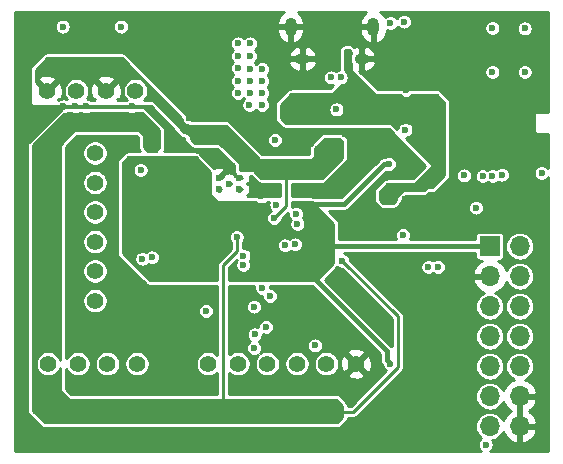
<source format=gbr>
G04 #@! TF.GenerationSoftware,KiCad,Pcbnew,(5.1.2)-1*
G04 #@! TF.CreationDate,2020-12-24T11:55:46-05:00*
G04 #@! TF.ProjectId,Glove PCB,476c6f76-6520-4504-9342-2e6b69636164,rev?*
G04 #@! TF.SameCoordinates,PX1312d00PYb80f240*
G04 #@! TF.FileFunction,Copper,L2,Inr*
G04 #@! TF.FilePolarity,Positive*
%FSLAX46Y46*%
G04 Gerber Fmt 4.6, Leading zero omitted, Abs format (unit mm)*
G04 Created by KiCad (PCBNEW (5.1.2)-1) date 2020-12-24 11:55:46*
%MOMM*%
%LPD*%
G04 APERTURE LIST*
%ADD10C,1.397000*%
%ADD11C,0.600000*%
%ADD12O,1.000000X1.550000*%
%ADD13O,1.250000X0.950000*%
%ADD14R,1.700000X1.700000*%
%ADD15O,1.700000X1.700000*%
%ADD16C,0.406400*%
%ADD17C,0.254000*%
G04 APERTURE END LIST*
D10*
X7178000Y25668000D03*
X7178000Y23168000D03*
X7178000Y20668000D03*
X7178000Y18168000D03*
X7178000Y15668000D03*
X7178000Y13168000D03*
D11*
X18544500Y23088500D03*
X19404500Y22608500D03*
X17684500Y22608500D03*
X19404500Y23568500D03*
X17684500Y23568500D03*
D10*
X16776000Y7834000D03*
X19276000Y7834000D03*
X21776000Y7834000D03*
X24276000Y7834000D03*
X26776000Y7834000D03*
X29276000Y7834000D03*
X3114000Y30948000D03*
X5614000Y30948000D03*
X8114000Y30948000D03*
X10614000Y30948000D03*
X3234000Y7834000D03*
X5734000Y7834000D03*
X8234000Y7834000D03*
X10734000Y7834000D03*
D12*
X23750000Y36350000D03*
X30750000Y36350000D03*
D13*
X24750000Y33650000D03*
X29750000Y33650000D03*
D14*
X40604400Y17790800D03*
D15*
X43144400Y17790800D03*
X40604400Y15250800D03*
X43144400Y15250800D03*
X40604400Y12710800D03*
X43144400Y12710800D03*
X40604400Y10170800D03*
X43144400Y10170800D03*
X40604400Y7630800D03*
X43144400Y7630800D03*
X40604400Y5090800D03*
X43144400Y5090800D03*
X40604400Y2550800D03*
X43144400Y2550800D03*
D11*
X45000000Y24000000D03*
X20322500Y33869000D03*
X20322500Y34948500D03*
X14800000Y24900000D03*
X13528000Y24788500D03*
X12004000Y24153500D03*
X13528000Y24090000D03*
X12448500Y23328000D03*
X13083500Y23328000D03*
X10734000Y17676500D03*
X12004000Y17676500D03*
X33340000Y36790000D03*
X32197004Y7834000D03*
X25339000Y18248000D03*
X25294597Y18965597D03*
X32070018Y24725000D03*
X20675000Y15576402D03*
X22037000Y15576402D03*
X16304034Y22185000D03*
X11813500Y23328000D03*
X13106000Y20216500D03*
X10099000Y24239500D03*
X45250000Y32500000D03*
X44500000Y32500000D03*
X44500000Y30500000D03*
X45250000Y30500000D03*
X45250000Y29750000D03*
X44500000Y29750000D03*
X30355500Y1801500D03*
X29403000Y1801500D03*
X31498500Y1801500D03*
X28387000Y1801500D03*
X14290000Y5611500D03*
X13337500Y5611500D03*
X15433000Y5611500D03*
X12321500Y5611500D03*
X34673500Y20978500D03*
X16195000Y32853000D03*
X16195000Y33869000D03*
X16195000Y30757500D03*
X16195000Y34948500D03*
X16195000Y31773500D03*
X15179000Y30757500D03*
X15179000Y31773500D03*
X15179000Y32853000D03*
X15179000Y29678000D03*
X17211000Y34948500D03*
X17211000Y33869000D03*
X17211000Y32853000D03*
X17211000Y31773500D03*
X17211000Y30757500D03*
X42230000Y33805500D03*
X45151000Y33869000D03*
X33467000Y21740500D03*
X33340000Y21105500D03*
X33975000Y20915000D03*
X27625000Y29360500D03*
X15179000Y28662000D03*
X14671000Y26757000D03*
X11049000Y24239500D03*
X20195500Y27582500D03*
X11369000Y14057000D03*
X12194500Y14057000D03*
X11877000Y13422000D03*
X16400000Y9700000D03*
X17247500Y10183500D03*
X20703500Y13485500D03*
X20894000Y11580500D03*
X27600000Y10500000D03*
X28069500Y11707500D03*
X31879500Y10501000D03*
X28514000Y10501000D03*
X25529500Y1357000D03*
X24577000Y1357000D03*
X23497500Y1357000D03*
X22481500Y1357000D03*
X21338500Y1357000D03*
X20386000Y1357000D03*
X19370000Y1357000D03*
X20449500Y6056000D03*
X22989500Y6119500D03*
X18671500Y9040500D03*
X41277500Y19391000D03*
X43754000Y19581500D03*
X42801500Y21613500D03*
X33500000Y31750000D03*
X35750000Y31750000D03*
X35750000Y32500000D03*
X35000000Y32500000D03*
X33500000Y32500000D03*
X34250000Y32500000D03*
X33500000Y31000000D03*
X33467000Y27646000D03*
X4511000Y29614500D03*
X5527000Y29614500D03*
X6416000Y29614500D03*
X10289500Y29614500D03*
X21275000Y21994500D03*
X28387000Y27265000D03*
X26500000Y25250000D03*
X27500000Y25250000D03*
X22332000Y20153000D03*
X33912500Y22746000D03*
X33150500Y22746000D03*
X35500000Y23000000D03*
X25974000Y29043000D03*
X26228000Y30440000D03*
X24000000Y29500000D03*
X26250000Y29750000D03*
X23750000Y28530000D03*
X20322500Y32789500D03*
X21338500Y32789500D03*
X20259000Y29741500D03*
X19306500Y32853000D03*
X20322500Y30757500D03*
X19306500Y33869000D03*
X20322500Y31773500D03*
X19306500Y30757500D03*
X19306500Y34948500D03*
X19306500Y31773500D03*
X21338500Y29741500D03*
X21338500Y30757500D03*
X21338500Y31773500D03*
X32200000Y36700000D03*
X12004000Y3770000D03*
X12766000Y3770000D03*
X7051000Y3643000D03*
X4511000Y3643000D03*
X3241000Y14311000D03*
X3241000Y16851000D03*
X3241000Y19518000D03*
X3241000Y22058000D03*
X3241000Y24471000D03*
X23053000Y3770000D03*
X27879000Y3770000D03*
X12006500Y27963500D03*
X19179500Y18565500D03*
X28133000Y16533500D03*
X40833000Y36238500D03*
X43563500Y36225000D03*
X25823498Y9381498D03*
X19746197Y16178002D03*
X19751000Y16978000D03*
X11204718Y16721702D03*
X40005894Y23709009D03*
X40261500Y976000D03*
X11995226Y16844608D03*
X21345867Y14243250D03*
X23255995Y17854331D03*
X40834354Y23732952D03*
X24323000Y19645000D03*
X24196000Y20534000D03*
X39436000Y21042000D03*
X22545000Y21296000D03*
X20640000Y12660000D03*
X16576000Y12279000D03*
X21656000Y10945500D03*
X20703500Y10310500D03*
X20640001Y9167500D03*
X24132492Y17942655D03*
X22003610Y13549000D03*
X4450000Y36377000D03*
X9403000Y36377000D03*
X40833000Y32535500D03*
X43563500Y32535500D03*
X22418000Y26756998D03*
X38420000Y23772500D03*
X33254000Y18750000D03*
X41627124Y23840352D03*
X27173400Y32073398D03*
X36218100Y16025500D03*
X27976600Y32073398D03*
X35414900Y16025500D03*
D16*
X31897005Y8133999D02*
X32197004Y7834000D01*
X25656500Y15136500D02*
X31897005Y8895995D01*
X31897005Y8895995D02*
X31897005Y8133999D01*
X27256700Y17790800D02*
X27244000Y17803500D01*
X40604400Y17790800D02*
X27256700Y17790800D01*
X31645754Y24725000D02*
X32070018Y24725000D01*
X31625500Y24725000D02*
X31645754Y24725000D01*
X25656500Y21359500D02*
X28260000Y21359500D01*
X28260000Y21359500D02*
X31625500Y24725000D01*
D17*
X22332000Y20155038D02*
X23370500Y21193538D01*
X22332000Y20153000D02*
X22332000Y20155038D01*
X23370500Y21193538D02*
X23370500Y23772500D01*
X19179500Y17334462D02*
X18036500Y16191462D01*
X19179500Y18565500D02*
X19179500Y17334462D01*
X18036500Y16191462D02*
X18036500Y4722500D01*
X28303264Y3770000D02*
X27879000Y3770000D01*
X29060966Y3770000D02*
X28303264Y3770000D01*
X32824005Y7533039D02*
X29060966Y3770000D01*
X32824005Y11842495D02*
X32824005Y7533039D01*
X28133000Y16533500D02*
X32824005Y11842495D01*
G36*
X28831500Y34260894D02*
G01*
X28831500Y34028117D01*
X28805333Y33979162D01*
X28756386Y33817805D01*
X28739859Y33650000D01*
X28756386Y33482195D01*
X28805333Y33320838D01*
X28831500Y33271883D01*
X28831500Y32726000D01*
X28833940Y32701224D01*
X28841167Y32677399D01*
X28852903Y32655443D01*
X28868697Y32636197D01*
X30900697Y30604197D01*
X30919943Y30588403D01*
X30941899Y30576667D01*
X30965724Y30569440D01*
X30990500Y30567000D01*
X32970290Y30567000D01*
X32971033Y30565888D01*
X33065888Y30471033D01*
X33177426Y30396506D01*
X33301360Y30345171D01*
X33432927Y30319000D01*
X33567073Y30319000D01*
X33698640Y30345171D01*
X33822574Y30396506D01*
X33934112Y30471033D01*
X34028967Y30565888D01*
X34029710Y30567000D01*
X36144894Y30567000D01*
X36769000Y29942894D01*
X36769000Y23825106D01*
X35700394Y22756500D01*
X35308500Y22756500D01*
X35283724Y22754060D01*
X35259899Y22746833D01*
X35237943Y22735097D01*
X35218697Y22719303D01*
X35065394Y22566000D01*
X33340000Y22566000D01*
X33315224Y22563560D01*
X33291399Y22556333D01*
X33269443Y22544597D01*
X33250197Y22528803D01*
X32678697Y21957303D01*
X32662903Y21938057D01*
X32651167Y21916101D01*
X32643940Y21892276D01*
X32641500Y21867500D01*
X32641500Y21666106D01*
X32398394Y21423000D01*
X31610359Y21423000D01*
X31308000Y21729142D01*
X31308000Y22386394D01*
X31932106Y23010500D01*
X34229000Y23010500D01*
X34253776Y23012940D01*
X34277601Y23020167D01*
X34299557Y23031903D01*
X34318803Y23047697D01*
X35652303Y24381197D01*
X35668097Y24400443D01*
X35679833Y24422399D01*
X35687060Y24446224D01*
X35689500Y24471000D01*
X35689500Y24725000D01*
X35687060Y24749776D01*
X35679833Y24773601D01*
X35668097Y24795557D01*
X35652303Y24814803D01*
X33502106Y26965000D01*
X33534073Y26965000D01*
X33665640Y26991171D01*
X33789574Y27042506D01*
X33901112Y27117033D01*
X33995967Y27211888D01*
X34070494Y27323426D01*
X34121829Y27447360D01*
X34148000Y27578927D01*
X34148000Y27713073D01*
X34121829Y27844640D01*
X34070494Y27968574D01*
X33995967Y28080112D01*
X33901112Y28174967D01*
X33789574Y28249494D01*
X33665640Y28300829D01*
X33534073Y28327000D01*
X33399927Y28327000D01*
X33268360Y28300829D01*
X33144426Y28249494D01*
X33032888Y28174967D01*
X32938033Y28080112D01*
X32863506Y27968574D01*
X32812171Y27844640D01*
X32786000Y27713073D01*
X32786000Y27681106D01*
X32286803Y28180303D01*
X32267557Y28196097D01*
X32245601Y28207833D01*
X32221776Y28215060D01*
X32197000Y28217500D01*
X23359606Y28217500D01*
X22926000Y28651106D01*
X22926000Y29427573D01*
X26944000Y29427573D01*
X26944000Y29293427D01*
X26970171Y29161860D01*
X27021506Y29037926D01*
X27096033Y28926388D01*
X27190888Y28831533D01*
X27302426Y28757006D01*
X27426360Y28705671D01*
X27557927Y28679500D01*
X27692073Y28679500D01*
X27823640Y28705671D01*
X27947574Y28757006D01*
X28059112Y28831533D01*
X28153967Y28926388D01*
X28228494Y29037926D01*
X28279829Y29161860D01*
X28306000Y29293427D01*
X28306000Y29427573D01*
X28279829Y29559140D01*
X28228494Y29683074D01*
X28153967Y29794612D01*
X28059112Y29889467D01*
X27947574Y29963994D01*
X27823640Y30015329D01*
X27692073Y30041500D01*
X27557927Y30041500D01*
X27426360Y30015329D01*
X27302426Y29963994D01*
X27190888Y29889467D01*
X27096033Y29794612D01*
X27021506Y29683074D01*
X26970171Y29559140D01*
X26944000Y29427573D01*
X22926000Y29427573D01*
X22926000Y29752394D01*
X23804106Y30630500D01*
X27244000Y30630500D01*
X27268776Y30632940D01*
X27292601Y30640167D01*
X27314557Y30651903D01*
X27333803Y30667697D01*
X28062187Y31396081D01*
X28175240Y31418569D01*
X28299174Y31469904D01*
X28410712Y31544431D01*
X28505567Y31639286D01*
X28580094Y31750824D01*
X28631429Y31874758D01*
X28657600Y32006325D01*
X28657600Y32140471D01*
X28631429Y32272038D01*
X28580094Y32395972D01*
X28505567Y32507510D01*
X28410712Y32602365D01*
X28323500Y32660638D01*
X28323500Y34324394D01*
X28376106Y34377000D01*
X28715394Y34377000D01*
X28831500Y34260894D01*
X28831500Y34260894D01*
G37*
X28831500Y34260894D02*
X28831500Y34028117D01*
X28805333Y33979162D01*
X28756386Y33817805D01*
X28739859Y33650000D01*
X28756386Y33482195D01*
X28805333Y33320838D01*
X28831500Y33271883D01*
X28831500Y32726000D01*
X28833940Y32701224D01*
X28841167Y32677399D01*
X28852903Y32655443D01*
X28868697Y32636197D01*
X30900697Y30604197D01*
X30919943Y30588403D01*
X30941899Y30576667D01*
X30965724Y30569440D01*
X30990500Y30567000D01*
X32970290Y30567000D01*
X32971033Y30565888D01*
X33065888Y30471033D01*
X33177426Y30396506D01*
X33301360Y30345171D01*
X33432927Y30319000D01*
X33567073Y30319000D01*
X33698640Y30345171D01*
X33822574Y30396506D01*
X33934112Y30471033D01*
X34028967Y30565888D01*
X34029710Y30567000D01*
X36144894Y30567000D01*
X36769000Y29942894D01*
X36769000Y23825106D01*
X35700394Y22756500D01*
X35308500Y22756500D01*
X35283724Y22754060D01*
X35259899Y22746833D01*
X35237943Y22735097D01*
X35218697Y22719303D01*
X35065394Y22566000D01*
X33340000Y22566000D01*
X33315224Y22563560D01*
X33291399Y22556333D01*
X33269443Y22544597D01*
X33250197Y22528803D01*
X32678697Y21957303D01*
X32662903Y21938057D01*
X32651167Y21916101D01*
X32643940Y21892276D01*
X32641500Y21867500D01*
X32641500Y21666106D01*
X32398394Y21423000D01*
X31610359Y21423000D01*
X31308000Y21729142D01*
X31308000Y22386394D01*
X31932106Y23010500D01*
X34229000Y23010500D01*
X34253776Y23012940D01*
X34277601Y23020167D01*
X34299557Y23031903D01*
X34318803Y23047697D01*
X35652303Y24381197D01*
X35668097Y24400443D01*
X35679833Y24422399D01*
X35687060Y24446224D01*
X35689500Y24471000D01*
X35689500Y24725000D01*
X35687060Y24749776D01*
X35679833Y24773601D01*
X35668097Y24795557D01*
X35652303Y24814803D01*
X33502106Y26965000D01*
X33534073Y26965000D01*
X33665640Y26991171D01*
X33789574Y27042506D01*
X33901112Y27117033D01*
X33995967Y27211888D01*
X34070494Y27323426D01*
X34121829Y27447360D01*
X34148000Y27578927D01*
X34148000Y27713073D01*
X34121829Y27844640D01*
X34070494Y27968574D01*
X33995967Y28080112D01*
X33901112Y28174967D01*
X33789574Y28249494D01*
X33665640Y28300829D01*
X33534073Y28327000D01*
X33399927Y28327000D01*
X33268360Y28300829D01*
X33144426Y28249494D01*
X33032888Y28174967D01*
X32938033Y28080112D01*
X32863506Y27968574D01*
X32812171Y27844640D01*
X32786000Y27713073D01*
X32786000Y27681106D01*
X32286803Y28180303D01*
X32267557Y28196097D01*
X32245601Y28207833D01*
X32221776Y28215060D01*
X32197000Y28217500D01*
X23359606Y28217500D01*
X22926000Y28651106D01*
X22926000Y29427573D01*
X26944000Y29427573D01*
X26944000Y29293427D01*
X26970171Y29161860D01*
X27021506Y29037926D01*
X27096033Y28926388D01*
X27190888Y28831533D01*
X27302426Y28757006D01*
X27426360Y28705671D01*
X27557927Y28679500D01*
X27692073Y28679500D01*
X27823640Y28705671D01*
X27947574Y28757006D01*
X28059112Y28831533D01*
X28153967Y28926388D01*
X28228494Y29037926D01*
X28279829Y29161860D01*
X28306000Y29293427D01*
X28306000Y29427573D01*
X28279829Y29559140D01*
X28228494Y29683074D01*
X28153967Y29794612D01*
X28059112Y29889467D01*
X27947574Y29963994D01*
X27823640Y30015329D01*
X27692073Y30041500D01*
X27557927Y30041500D01*
X27426360Y30015329D01*
X27302426Y29963994D01*
X27190888Y29889467D01*
X27096033Y29794612D01*
X27021506Y29683074D01*
X26970171Y29559140D01*
X26944000Y29427573D01*
X22926000Y29427573D01*
X22926000Y29752394D01*
X23804106Y30630500D01*
X27244000Y30630500D01*
X27268776Y30632940D01*
X27292601Y30640167D01*
X27314557Y30651903D01*
X27333803Y30667697D01*
X28062187Y31396081D01*
X28175240Y31418569D01*
X28299174Y31469904D01*
X28410712Y31544431D01*
X28505567Y31639286D01*
X28580094Y31750824D01*
X28631429Y31874758D01*
X28657600Y32006325D01*
X28657600Y32140471D01*
X28631429Y32272038D01*
X28580094Y32395972D01*
X28505567Y32507510D01*
X28410712Y32602365D01*
X28323500Y32660638D01*
X28323500Y34324394D01*
X28376106Y34377000D01*
X28715394Y34377000D01*
X28831500Y34260894D01*
G36*
X16957000Y24037394D02*
G01*
X16957000Y22153250D01*
X16959440Y22128474D01*
X16966667Y22104649D01*
X16978403Y22082693D01*
X16996799Y22060919D01*
X17568299Y21521169D01*
X17587987Y21505931D01*
X17610270Y21494827D01*
X17634291Y21488283D01*
X17655500Y21486500D01*
X20819921Y21486500D01*
X20840888Y21465533D01*
X20952426Y21391006D01*
X21076360Y21339671D01*
X21207927Y21313500D01*
X21342073Y21313500D01*
X21473640Y21339671D01*
X21597574Y21391006D01*
X21709112Y21465533D01*
X21730079Y21486500D01*
X21888552Y21486500D01*
X21864000Y21363073D01*
X21864000Y21228927D01*
X21890171Y21097360D01*
X21941506Y20973426D01*
X22016033Y20861888D01*
X22088623Y20789298D01*
X22009426Y20756494D01*
X21897888Y20681967D01*
X21803033Y20587112D01*
X21728506Y20475574D01*
X21677171Y20351640D01*
X21651000Y20220073D01*
X21651000Y20085927D01*
X21677171Y19954360D01*
X21728506Y19830426D01*
X21803033Y19718888D01*
X21897888Y19624033D01*
X22009426Y19549506D01*
X22133360Y19498171D01*
X22264927Y19472000D01*
X22399073Y19472000D01*
X22530640Y19498171D01*
X22654574Y19549506D01*
X22766112Y19624033D01*
X22860967Y19718888D01*
X22935494Y19830426D01*
X22986829Y19954360D01*
X23013000Y20085927D01*
X23013000Y20117618D01*
X23519605Y20624223D01*
X23515000Y20601073D01*
X23515000Y20466927D01*
X23541171Y20335360D01*
X23592506Y20211426D01*
X23667033Y20099888D01*
X23751486Y20015435D01*
X23719506Y19967574D01*
X23668171Y19843640D01*
X23642000Y19712073D01*
X23642000Y19577927D01*
X23668171Y19446360D01*
X23719506Y19322426D01*
X23794033Y19210888D01*
X23888888Y19116033D01*
X24000426Y19041506D01*
X24124360Y18990171D01*
X24255927Y18964000D01*
X24390073Y18964000D01*
X24521640Y18990171D01*
X24645574Y19041506D01*
X24757112Y19116033D01*
X24851967Y19210888D01*
X24926494Y19322426D01*
X24977829Y19446360D01*
X25004000Y19577927D01*
X25004000Y19712073D01*
X24977829Y19843640D01*
X24926494Y19967574D01*
X24851967Y20079112D01*
X24767514Y20163565D01*
X24799494Y20211426D01*
X24850829Y20335360D01*
X24877000Y20466927D01*
X24877000Y20601073D01*
X24850829Y20732640D01*
X24799494Y20856574D01*
X24724967Y20968112D01*
X24630112Y21062967D01*
X24518574Y21137494D01*
X24394640Y21188829D01*
X24263073Y21215000D01*
X24128927Y21215000D01*
X23997360Y21188829D01*
X23875523Y21138363D01*
X23878500Y21168591D01*
X23878500Y21168594D01*
X23880957Y21193538D01*
X23878500Y21218482D01*
X23878500Y21486500D01*
X25540394Y21486500D01*
X27371000Y19655894D01*
X27371000Y16395606D01*
X25921394Y14946000D01*
X18544500Y14946000D01*
X18544500Y15981042D01*
X19176096Y16612638D01*
X19196838Y16581595D01*
X19142703Y16500576D01*
X19091368Y16376642D01*
X19065197Y16245075D01*
X19065197Y16110929D01*
X19091368Y15979362D01*
X19142703Y15855428D01*
X19217230Y15743890D01*
X19312085Y15649035D01*
X19423623Y15574508D01*
X19547557Y15523173D01*
X19679124Y15497002D01*
X19813270Y15497002D01*
X19944837Y15523173D01*
X20068771Y15574508D01*
X20180309Y15649035D01*
X20275164Y15743890D01*
X20349691Y15855428D01*
X20401026Y15979362D01*
X20427197Y16110929D01*
X20427197Y16245075D01*
X20401026Y16376642D01*
X20349691Y16500576D01*
X20300359Y16574407D01*
X20354494Y16655426D01*
X20405829Y16779360D01*
X20432000Y16910927D01*
X20432000Y17045073D01*
X20405829Y17176640D01*
X20354494Y17300574D01*
X20279967Y17412112D01*
X20185112Y17506967D01*
X20073574Y17581494D01*
X19949640Y17632829D01*
X19818073Y17659000D01*
X19687500Y17659000D01*
X19687500Y17921404D01*
X22574995Y17921404D01*
X22574995Y17787258D01*
X22601166Y17655691D01*
X22652501Y17531757D01*
X22727028Y17420219D01*
X22821883Y17325364D01*
X22933421Y17250837D01*
X23057355Y17199502D01*
X23188922Y17173331D01*
X23323068Y17173331D01*
X23454635Y17199502D01*
X23578569Y17250837D01*
X23690107Y17325364D01*
X23746367Y17381624D01*
X23809918Y17339161D01*
X23933852Y17287826D01*
X24065419Y17261655D01*
X24199565Y17261655D01*
X24331132Y17287826D01*
X24455066Y17339161D01*
X24566604Y17413688D01*
X24661459Y17508543D01*
X24735986Y17620081D01*
X24787321Y17744015D01*
X24813492Y17875582D01*
X24813492Y18009728D01*
X24787321Y18141295D01*
X24735986Y18265229D01*
X24661459Y18376767D01*
X24566604Y18471622D01*
X24455066Y18546149D01*
X24331132Y18597484D01*
X24199565Y18623655D01*
X24065419Y18623655D01*
X23933852Y18597484D01*
X23809918Y18546149D01*
X23698380Y18471622D01*
X23642120Y18415362D01*
X23578569Y18457825D01*
X23454635Y18509160D01*
X23323068Y18535331D01*
X23188922Y18535331D01*
X23057355Y18509160D01*
X22933421Y18457825D01*
X22821883Y18383298D01*
X22727028Y18288443D01*
X22652501Y18176905D01*
X22601166Y18052971D01*
X22574995Y17921404D01*
X19687500Y17921404D01*
X19687500Y18110421D01*
X19708467Y18131388D01*
X19782994Y18242926D01*
X19834329Y18366860D01*
X19860500Y18498427D01*
X19860500Y18632573D01*
X19834329Y18764140D01*
X19782994Y18888074D01*
X19708467Y18999612D01*
X19613612Y19094467D01*
X19502074Y19168994D01*
X19378140Y19220329D01*
X19246573Y19246500D01*
X19112427Y19246500D01*
X18980860Y19220329D01*
X18856926Y19168994D01*
X18745388Y19094467D01*
X18650533Y18999612D01*
X18576006Y18888074D01*
X18524671Y18764140D01*
X18498500Y18632573D01*
X18498500Y18498427D01*
X18524671Y18366860D01*
X18576006Y18242926D01*
X18650533Y18131388D01*
X18671500Y18110421D01*
X18671501Y17544884D01*
X17694935Y16568317D01*
X17675552Y16552410D01*
X17612071Y16475057D01*
X17564899Y16386804D01*
X17535851Y16291046D01*
X17528500Y16216409D01*
X17526043Y16191462D01*
X17528500Y16166518D01*
X17528500Y14946000D01*
X11802606Y14946000D01*
X9959831Y16788775D01*
X10523718Y16788775D01*
X10523718Y16654629D01*
X10549889Y16523062D01*
X10601224Y16399128D01*
X10675751Y16287590D01*
X10770606Y16192735D01*
X10882144Y16118208D01*
X11006078Y16066873D01*
X11137645Y16040702D01*
X11271791Y16040702D01*
X11403358Y16066873D01*
X11527292Y16118208D01*
X11638830Y16192735D01*
X11682945Y16236850D01*
X11796586Y16189779D01*
X11928153Y16163608D01*
X12062299Y16163608D01*
X12193866Y16189779D01*
X12317800Y16241114D01*
X12429338Y16315641D01*
X12524193Y16410496D01*
X12598720Y16522034D01*
X12650055Y16645968D01*
X12676226Y16777535D01*
X12676226Y16911681D01*
X12650055Y17043248D01*
X12598720Y17167182D01*
X12524193Y17278720D01*
X12429338Y17373575D01*
X12317800Y17448102D01*
X12193866Y17499437D01*
X12062299Y17525608D01*
X11928153Y17525608D01*
X11796586Y17499437D01*
X11672652Y17448102D01*
X11561114Y17373575D01*
X11516999Y17329460D01*
X11403358Y17376531D01*
X11271791Y17402702D01*
X11137645Y17402702D01*
X11006078Y17376531D01*
X10882144Y17325196D01*
X10770606Y17250669D01*
X10675751Y17155814D01*
X10601224Y17044276D01*
X10549889Y16920342D01*
X10523718Y16788775D01*
X9959831Y16788775D01*
X9527500Y17221106D01*
X9527500Y24306573D01*
X10368000Y24306573D01*
X10368000Y24172427D01*
X10394171Y24040860D01*
X10445506Y23916926D01*
X10520033Y23805388D01*
X10614888Y23710533D01*
X10726426Y23636006D01*
X10850360Y23584671D01*
X10981927Y23558500D01*
X11116073Y23558500D01*
X11247640Y23584671D01*
X11371574Y23636006D01*
X11483112Y23710533D01*
X11577967Y23805388D01*
X11652494Y23916926D01*
X11703829Y24040860D01*
X11730000Y24172427D01*
X11730000Y24306573D01*
X11703829Y24438140D01*
X11652494Y24562074D01*
X11577967Y24673612D01*
X11483112Y24768467D01*
X11371574Y24842994D01*
X11247640Y24894329D01*
X11116073Y24920500D01*
X10981927Y24920500D01*
X10850360Y24894329D01*
X10726426Y24842994D01*
X10614888Y24768467D01*
X10520033Y24673612D01*
X10445506Y24562074D01*
X10394171Y24438140D01*
X10368000Y24306573D01*
X9527500Y24306573D01*
X9527500Y24862894D01*
X9961106Y25296500D01*
X15697894Y25296500D01*
X16957000Y24037394D01*
X16957000Y24037394D01*
G37*
X16957000Y24037394D02*
X16957000Y22153250D01*
X16959440Y22128474D01*
X16966667Y22104649D01*
X16978403Y22082693D01*
X16996799Y22060919D01*
X17568299Y21521169D01*
X17587987Y21505931D01*
X17610270Y21494827D01*
X17634291Y21488283D01*
X17655500Y21486500D01*
X20819921Y21486500D01*
X20840888Y21465533D01*
X20952426Y21391006D01*
X21076360Y21339671D01*
X21207927Y21313500D01*
X21342073Y21313500D01*
X21473640Y21339671D01*
X21597574Y21391006D01*
X21709112Y21465533D01*
X21730079Y21486500D01*
X21888552Y21486500D01*
X21864000Y21363073D01*
X21864000Y21228927D01*
X21890171Y21097360D01*
X21941506Y20973426D01*
X22016033Y20861888D01*
X22088623Y20789298D01*
X22009426Y20756494D01*
X21897888Y20681967D01*
X21803033Y20587112D01*
X21728506Y20475574D01*
X21677171Y20351640D01*
X21651000Y20220073D01*
X21651000Y20085927D01*
X21677171Y19954360D01*
X21728506Y19830426D01*
X21803033Y19718888D01*
X21897888Y19624033D01*
X22009426Y19549506D01*
X22133360Y19498171D01*
X22264927Y19472000D01*
X22399073Y19472000D01*
X22530640Y19498171D01*
X22654574Y19549506D01*
X22766112Y19624033D01*
X22860967Y19718888D01*
X22935494Y19830426D01*
X22986829Y19954360D01*
X23013000Y20085927D01*
X23013000Y20117618D01*
X23519605Y20624223D01*
X23515000Y20601073D01*
X23515000Y20466927D01*
X23541171Y20335360D01*
X23592506Y20211426D01*
X23667033Y20099888D01*
X23751486Y20015435D01*
X23719506Y19967574D01*
X23668171Y19843640D01*
X23642000Y19712073D01*
X23642000Y19577927D01*
X23668171Y19446360D01*
X23719506Y19322426D01*
X23794033Y19210888D01*
X23888888Y19116033D01*
X24000426Y19041506D01*
X24124360Y18990171D01*
X24255927Y18964000D01*
X24390073Y18964000D01*
X24521640Y18990171D01*
X24645574Y19041506D01*
X24757112Y19116033D01*
X24851967Y19210888D01*
X24926494Y19322426D01*
X24977829Y19446360D01*
X25004000Y19577927D01*
X25004000Y19712073D01*
X24977829Y19843640D01*
X24926494Y19967574D01*
X24851967Y20079112D01*
X24767514Y20163565D01*
X24799494Y20211426D01*
X24850829Y20335360D01*
X24877000Y20466927D01*
X24877000Y20601073D01*
X24850829Y20732640D01*
X24799494Y20856574D01*
X24724967Y20968112D01*
X24630112Y21062967D01*
X24518574Y21137494D01*
X24394640Y21188829D01*
X24263073Y21215000D01*
X24128927Y21215000D01*
X23997360Y21188829D01*
X23875523Y21138363D01*
X23878500Y21168591D01*
X23878500Y21168594D01*
X23880957Y21193538D01*
X23878500Y21218482D01*
X23878500Y21486500D01*
X25540394Y21486500D01*
X27371000Y19655894D01*
X27371000Y16395606D01*
X25921394Y14946000D01*
X18544500Y14946000D01*
X18544500Y15981042D01*
X19176096Y16612638D01*
X19196838Y16581595D01*
X19142703Y16500576D01*
X19091368Y16376642D01*
X19065197Y16245075D01*
X19065197Y16110929D01*
X19091368Y15979362D01*
X19142703Y15855428D01*
X19217230Y15743890D01*
X19312085Y15649035D01*
X19423623Y15574508D01*
X19547557Y15523173D01*
X19679124Y15497002D01*
X19813270Y15497002D01*
X19944837Y15523173D01*
X20068771Y15574508D01*
X20180309Y15649035D01*
X20275164Y15743890D01*
X20349691Y15855428D01*
X20401026Y15979362D01*
X20427197Y16110929D01*
X20427197Y16245075D01*
X20401026Y16376642D01*
X20349691Y16500576D01*
X20300359Y16574407D01*
X20354494Y16655426D01*
X20405829Y16779360D01*
X20432000Y16910927D01*
X20432000Y17045073D01*
X20405829Y17176640D01*
X20354494Y17300574D01*
X20279967Y17412112D01*
X20185112Y17506967D01*
X20073574Y17581494D01*
X19949640Y17632829D01*
X19818073Y17659000D01*
X19687500Y17659000D01*
X19687500Y17921404D01*
X22574995Y17921404D01*
X22574995Y17787258D01*
X22601166Y17655691D01*
X22652501Y17531757D01*
X22727028Y17420219D01*
X22821883Y17325364D01*
X22933421Y17250837D01*
X23057355Y17199502D01*
X23188922Y17173331D01*
X23323068Y17173331D01*
X23454635Y17199502D01*
X23578569Y17250837D01*
X23690107Y17325364D01*
X23746367Y17381624D01*
X23809918Y17339161D01*
X23933852Y17287826D01*
X24065419Y17261655D01*
X24199565Y17261655D01*
X24331132Y17287826D01*
X24455066Y17339161D01*
X24566604Y17413688D01*
X24661459Y17508543D01*
X24735986Y17620081D01*
X24787321Y17744015D01*
X24813492Y17875582D01*
X24813492Y18009728D01*
X24787321Y18141295D01*
X24735986Y18265229D01*
X24661459Y18376767D01*
X24566604Y18471622D01*
X24455066Y18546149D01*
X24331132Y18597484D01*
X24199565Y18623655D01*
X24065419Y18623655D01*
X23933852Y18597484D01*
X23809918Y18546149D01*
X23698380Y18471622D01*
X23642120Y18415362D01*
X23578569Y18457825D01*
X23454635Y18509160D01*
X23323068Y18535331D01*
X23188922Y18535331D01*
X23057355Y18509160D01*
X22933421Y18457825D01*
X22821883Y18383298D01*
X22727028Y18288443D01*
X22652501Y18176905D01*
X22601166Y18052971D01*
X22574995Y17921404D01*
X19687500Y17921404D01*
X19687500Y18110421D01*
X19708467Y18131388D01*
X19782994Y18242926D01*
X19834329Y18366860D01*
X19860500Y18498427D01*
X19860500Y18632573D01*
X19834329Y18764140D01*
X19782994Y18888074D01*
X19708467Y18999612D01*
X19613612Y19094467D01*
X19502074Y19168994D01*
X19378140Y19220329D01*
X19246573Y19246500D01*
X19112427Y19246500D01*
X18980860Y19220329D01*
X18856926Y19168994D01*
X18745388Y19094467D01*
X18650533Y18999612D01*
X18576006Y18888074D01*
X18524671Y18764140D01*
X18498500Y18632573D01*
X18498500Y18498427D01*
X18524671Y18366860D01*
X18576006Y18242926D01*
X18650533Y18131388D01*
X18671500Y18110421D01*
X18671501Y17544884D01*
X17694935Y16568317D01*
X17675552Y16552410D01*
X17612071Y16475057D01*
X17564899Y16386804D01*
X17535851Y16291046D01*
X17528500Y16216409D01*
X17526043Y16191462D01*
X17528500Y16166518D01*
X17528500Y14946000D01*
X11802606Y14946000D01*
X9959831Y16788775D01*
X10523718Y16788775D01*
X10523718Y16654629D01*
X10549889Y16523062D01*
X10601224Y16399128D01*
X10675751Y16287590D01*
X10770606Y16192735D01*
X10882144Y16118208D01*
X11006078Y16066873D01*
X11137645Y16040702D01*
X11271791Y16040702D01*
X11403358Y16066873D01*
X11527292Y16118208D01*
X11638830Y16192735D01*
X11682945Y16236850D01*
X11796586Y16189779D01*
X11928153Y16163608D01*
X12062299Y16163608D01*
X12193866Y16189779D01*
X12317800Y16241114D01*
X12429338Y16315641D01*
X12524193Y16410496D01*
X12598720Y16522034D01*
X12650055Y16645968D01*
X12676226Y16777535D01*
X12676226Y16911681D01*
X12650055Y17043248D01*
X12598720Y17167182D01*
X12524193Y17278720D01*
X12429338Y17373575D01*
X12317800Y17448102D01*
X12193866Y17499437D01*
X12062299Y17525608D01*
X11928153Y17525608D01*
X11796586Y17499437D01*
X11672652Y17448102D01*
X11561114Y17373575D01*
X11516999Y17329460D01*
X11403358Y17376531D01*
X11271791Y17402702D01*
X11137645Y17402702D01*
X11006078Y17376531D01*
X10882144Y17325196D01*
X10770606Y17250669D01*
X10675751Y17155814D01*
X10601224Y17044276D01*
X10549889Y16920342D01*
X10523718Y16788775D01*
X9959831Y16788775D01*
X9527500Y17221106D01*
X9527500Y24306573D01*
X10368000Y24306573D01*
X10368000Y24172427D01*
X10394171Y24040860D01*
X10445506Y23916926D01*
X10520033Y23805388D01*
X10614888Y23710533D01*
X10726426Y23636006D01*
X10850360Y23584671D01*
X10981927Y23558500D01*
X11116073Y23558500D01*
X11247640Y23584671D01*
X11371574Y23636006D01*
X11483112Y23710533D01*
X11577967Y23805388D01*
X11652494Y23916926D01*
X11703829Y24040860D01*
X11730000Y24172427D01*
X11730000Y24306573D01*
X11703829Y24438140D01*
X11652494Y24562074D01*
X11577967Y24673612D01*
X11483112Y24768467D01*
X11371574Y24842994D01*
X11247640Y24894329D01*
X11116073Y24920500D01*
X10981927Y24920500D01*
X10850360Y24894329D01*
X10726426Y24842994D01*
X10614888Y24768467D01*
X10520033Y24673612D01*
X10445506Y24562074D01*
X10394171Y24438140D01*
X10368000Y24306573D01*
X9527500Y24306573D01*
X9527500Y24862894D01*
X9961106Y25296500D01*
X15697894Y25296500D01*
X16957000Y24037394D01*
G36*
X5204426Y29011006D02*
G01*
X5328360Y28959671D01*
X5459927Y28933500D01*
X5594073Y28933500D01*
X5725640Y28959671D01*
X5849574Y29011006D01*
X5897457Y29043000D01*
X6045543Y29043000D01*
X6093426Y29011006D01*
X6217360Y28959671D01*
X6348927Y28933500D01*
X6483073Y28933500D01*
X6614640Y28959671D01*
X6738574Y29011006D01*
X6786457Y29043000D01*
X9919043Y29043000D01*
X9966926Y29011006D01*
X10090860Y28959671D01*
X10222427Y28933500D01*
X10356573Y28933500D01*
X10488140Y28959671D01*
X10612074Y29011006D01*
X10659957Y29043000D01*
X11189394Y29043000D01*
X12639000Y27593394D01*
X12639000Y26174606D01*
X12332394Y25868000D01*
X11675606Y25868000D01*
X11369000Y26174606D01*
X11369000Y27138000D01*
X11366560Y27162776D01*
X11359333Y27186601D01*
X11347597Y27208557D01*
X11331803Y27227803D01*
X10950803Y27608803D01*
X10931557Y27624597D01*
X10909601Y27636333D01*
X10885776Y27643560D01*
X10861000Y27646000D01*
X5527000Y27646000D01*
X5502224Y27643560D01*
X5478399Y27636333D01*
X5456443Y27624597D01*
X5437197Y27608803D01*
X4294197Y26465803D01*
X4278403Y26446557D01*
X4266667Y26424601D01*
X4259440Y26400776D01*
X4257000Y26376000D01*
X4257000Y8185127D01*
X4190640Y8345335D01*
X4072502Y8522141D01*
X3922141Y8672502D01*
X3745335Y8790640D01*
X3548878Y8872015D01*
X3340321Y8913500D01*
X3127679Y8913500D01*
X2919122Y8872015D01*
X2722665Y8790640D01*
X2545859Y8672502D01*
X2395498Y8522141D01*
X2277360Y8345335D01*
X2195985Y8148878D01*
X2154500Y7940321D01*
X2154500Y7727679D01*
X2195985Y7519122D01*
X2277360Y7322665D01*
X2395498Y7145859D01*
X2545859Y6995498D01*
X2722665Y6877360D01*
X2919122Y6795985D01*
X3127679Y6754500D01*
X3340321Y6754500D01*
X3548878Y6795985D01*
X3745335Y6877360D01*
X3922141Y6995498D01*
X4072502Y7145859D01*
X4190640Y7322665D01*
X4257000Y7482873D01*
X4257000Y5548000D01*
X4259440Y5523224D01*
X4266667Y5499399D01*
X4278403Y5477443D01*
X4294197Y5458197D01*
X4929197Y4823197D01*
X4948443Y4807403D01*
X4970399Y4795667D01*
X4994224Y4788440D01*
X5019000Y4786000D01*
X27572394Y4786000D01*
X28133000Y4225394D01*
X28133000Y3314606D01*
X27699394Y2881000D01*
X2912606Y2881000D01*
X1971000Y3822606D01*
X1971000Y26323394D01*
X4581859Y28934253D01*
X4709640Y28959671D01*
X4833574Y29011006D01*
X4881457Y29043000D01*
X5156543Y29043000D01*
X5204426Y29011006D01*
X5204426Y29011006D01*
G37*
X5204426Y29011006D02*
X5328360Y28959671D01*
X5459927Y28933500D01*
X5594073Y28933500D01*
X5725640Y28959671D01*
X5849574Y29011006D01*
X5897457Y29043000D01*
X6045543Y29043000D01*
X6093426Y29011006D01*
X6217360Y28959671D01*
X6348927Y28933500D01*
X6483073Y28933500D01*
X6614640Y28959671D01*
X6738574Y29011006D01*
X6786457Y29043000D01*
X9919043Y29043000D01*
X9966926Y29011006D01*
X10090860Y28959671D01*
X10222427Y28933500D01*
X10356573Y28933500D01*
X10488140Y28959671D01*
X10612074Y29011006D01*
X10659957Y29043000D01*
X11189394Y29043000D01*
X12639000Y27593394D01*
X12639000Y26174606D01*
X12332394Y25868000D01*
X11675606Y25868000D01*
X11369000Y26174606D01*
X11369000Y27138000D01*
X11366560Y27162776D01*
X11359333Y27186601D01*
X11347597Y27208557D01*
X11331803Y27227803D01*
X10950803Y27608803D01*
X10931557Y27624597D01*
X10909601Y27636333D01*
X10885776Y27643560D01*
X10861000Y27646000D01*
X5527000Y27646000D01*
X5502224Y27643560D01*
X5478399Y27636333D01*
X5456443Y27624597D01*
X5437197Y27608803D01*
X4294197Y26465803D01*
X4278403Y26446557D01*
X4266667Y26424601D01*
X4259440Y26400776D01*
X4257000Y26376000D01*
X4257000Y8185127D01*
X4190640Y8345335D01*
X4072502Y8522141D01*
X3922141Y8672502D01*
X3745335Y8790640D01*
X3548878Y8872015D01*
X3340321Y8913500D01*
X3127679Y8913500D01*
X2919122Y8872015D01*
X2722665Y8790640D01*
X2545859Y8672502D01*
X2395498Y8522141D01*
X2277360Y8345335D01*
X2195985Y8148878D01*
X2154500Y7940321D01*
X2154500Y7727679D01*
X2195985Y7519122D01*
X2277360Y7322665D01*
X2395498Y7145859D01*
X2545859Y6995498D01*
X2722665Y6877360D01*
X2919122Y6795985D01*
X3127679Y6754500D01*
X3340321Y6754500D01*
X3548878Y6795985D01*
X3745335Y6877360D01*
X3922141Y6995498D01*
X4072502Y7145859D01*
X4190640Y7322665D01*
X4257000Y7482873D01*
X4257000Y5548000D01*
X4259440Y5523224D01*
X4266667Y5499399D01*
X4278403Y5477443D01*
X4294197Y5458197D01*
X4929197Y4823197D01*
X4948443Y4807403D01*
X4970399Y4795667D01*
X4994224Y4788440D01*
X5019000Y4786000D01*
X27572394Y4786000D01*
X28133000Y4225394D01*
X28133000Y3314606D01*
X27699394Y2881000D01*
X2912606Y2881000D01*
X1971000Y3822606D01*
X1971000Y26323394D01*
X4581859Y28934253D01*
X4709640Y28959671D01*
X4833574Y29011006D01*
X4881457Y29043000D01*
X5156543Y29043000D01*
X5204426Y29011006D01*
G36*
X14498000Y28655394D02*
G01*
X14498000Y28594927D01*
X14524171Y28463360D01*
X14575506Y28339426D01*
X14650033Y28227888D01*
X14744888Y28133033D01*
X14856426Y28058506D01*
X14980360Y28007171D01*
X15111927Y27981000D01*
X15179245Y27981000D01*
X15193899Y27973167D01*
X15217724Y27965940D01*
X15242500Y27963500D01*
X18237894Y27963500D01*
X21058197Y25143197D01*
X21077443Y25127403D01*
X21099399Y25115667D01*
X21123224Y25108440D01*
X21148000Y25106000D01*
X25529500Y25106000D01*
X25554276Y25108440D01*
X25578101Y25115667D01*
X25600057Y25127403D01*
X25619303Y25143197D01*
X25809803Y25333697D01*
X25825597Y25352943D01*
X25837333Y25374899D01*
X25844560Y25398724D01*
X25847000Y25423500D01*
X25847000Y26069394D01*
X26661606Y26884000D01*
X27822545Y26884000D01*
X27858033Y26830888D01*
X27952888Y26736033D01*
X28064426Y26661506D01*
X28133000Y26633102D01*
X28133000Y25285606D01*
X26429394Y23582000D01*
X21264106Y23582000D01*
X20666303Y24179803D01*
X20647057Y24195597D01*
X20625101Y24207333D01*
X20601276Y24214560D01*
X20576500Y24217000D01*
X19618420Y24217000D01*
X19603140Y24223329D01*
X19471573Y24249500D01*
X19433500Y24249500D01*
X19433500Y24788500D01*
X19431060Y24813276D01*
X19423833Y24837101D01*
X19412097Y24859057D01*
X19394525Y24880046D01*
X17743525Y26467546D01*
X17723974Y26482960D01*
X17701791Y26494263D01*
X17677830Y26501022D01*
X17655500Y26503000D01*
X15676765Y26503000D01*
X15349633Y26835974D01*
X15325829Y26955640D01*
X15274494Y27079574D01*
X15199967Y27191112D01*
X15105112Y27285967D01*
X14993574Y27360494D01*
X14869640Y27411829D01*
X14763050Y27433032D01*
X12158094Y30084504D01*
X12138989Y30100468D01*
X12117137Y30112398D01*
X12093378Y30119836D01*
X12067500Y30122500D01*
X11315143Y30122500D01*
X11452502Y30259859D01*
X11570640Y30436665D01*
X11652015Y30633122D01*
X11693500Y30841679D01*
X11693500Y31054321D01*
X11652015Y31262878D01*
X11570640Y31459335D01*
X11452502Y31636141D01*
X11302141Y31786502D01*
X11125335Y31904640D01*
X10928878Y31986015D01*
X10720321Y32027500D01*
X10507679Y32027500D01*
X10299122Y31986015D01*
X10102665Y31904640D01*
X9925859Y31786502D01*
X9775498Y31636141D01*
X9657360Y31459335D01*
X9575985Y31262878D01*
X9534500Y31054321D01*
X9534500Y30841679D01*
X9575985Y30633122D01*
X9657360Y30436665D01*
X9775498Y30259859D01*
X9877269Y30158088D01*
X9855388Y30143467D01*
X9834421Y30122500D01*
X9119108Y30122500D01*
X9034199Y30207409D01*
X9267812Y30266686D01*
X9378559Y30504875D01*
X9440711Y30760093D01*
X9451876Y31022533D01*
X9411629Y31282107D01*
X9321514Y31528842D01*
X9267812Y31629314D01*
X9034197Y31688592D01*
X8293605Y30948000D01*
X8307748Y30933857D01*
X8128143Y30754252D01*
X8114000Y30768395D01*
X8099858Y30754252D01*
X7920253Y30933857D01*
X7934395Y30948000D01*
X7193803Y31688592D01*
X6960188Y31629314D01*
X6849441Y31391125D01*
X6787289Y31135907D01*
X6776124Y30873467D01*
X6816371Y30613893D01*
X6906486Y30367158D01*
X6960188Y30266686D01*
X7193801Y30207409D01*
X7108892Y30122500D01*
X6871079Y30122500D01*
X6850112Y30143467D01*
X6738574Y30217994D01*
X6614640Y30269329D01*
X6483073Y30295500D01*
X6476317Y30295500D01*
X6570640Y30436665D01*
X6652015Y30633122D01*
X6693500Y30841679D01*
X6693500Y31054321D01*
X6652015Y31262878D01*
X6570640Y31459335D01*
X6452502Y31636141D01*
X6302141Y31786502D01*
X6179876Y31868197D01*
X7373408Y31868197D01*
X8114000Y31127605D01*
X8854592Y31868197D01*
X8795314Y32101812D01*
X8557125Y32212559D01*
X8301907Y32274711D01*
X8039467Y32285876D01*
X7779893Y32245629D01*
X7533158Y32155514D01*
X7432686Y32101812D01*
X7373408Y31868197D01*
X6179876Y31868197D01*
X6125335Y31904640D01*
X5928878Y31986015D01*
X5720321Y32027500D01*
X5507679Y32027500D01*
X5299122Y31986015D01*
X5102665Y31904640D01*
X4925859Y31786502D01*
X4775498Y31636141D01*
X4657360Y31459335D01*
X4575985Y31262878D01*
X4534500Y31054321D01*
X4534500Y30841679D01*
X4575985Y30633122D01*
X4657360Y30436665D01*
X4775498Y30259859D01*
X4805900Y30229457D01*
X4709640Y30269329D01*
X4578073Y30295500D01*
X4443927Y30295500D01*
X4312360Y30269329D01*
X4188426Y30217994D01*
X4089628Y30151980D01*
X4034199Y30207409D01*
X4267812Y30266686D01*
X4378559Y30504875D01*
X4440711Y30760093D01*
X4451876Y31022533D01*
X4411629Y31282107D01*
X4321514Y31528842D01*
X4267812Y31629314D01*
X4034197Y31688592D01*
X3293605Y30948000D01*
X3307748Y30933857D01*
X3128143Y30754252D01*
X3114000Y30768395D01*
X3099858Y30754252D01*
X2920253Y30933857D01*
X2934395Y30948000D01*
X2193803Y31688592D01*
X2161500Y31680395D01*
X2161500Y31868197D01*
X2373408Y31868197D01*
X3114000Y31127605D01*
X3854592Y31868197D01*
X3795314Y32101812D01*
X3557125Y32212559D01*
X3301907Y32274711D01*
X3039467Y32285876D01*
X2779893Y32245629D01*
X2533158Y32155514D01*
X2432686Y32101812D01*
X2373408Y31868197D01*
X2161500Y31868197D01*
X2161500Y32736894D01*
X3103106Y33678500D01*
X9474894Y33678500D01*
X14498000Y28655394D01*
X14498000Y28655394D01*
G37*
X14498000Y28655394D02*
X14498000Y28594927D01*
X14524171Y28463360D01*
X14575506Y28339426D01*
X14650033Y28227888D01*
X14744888Y28133033D01*
X14856426Y28058506D01*
X14980360Y28007171D01*
X15111927Y27981000D01*
X15179245Y27981000D01*
X15193899Y27973167D01*
X15217724Y27965940D01*
X15242500Y27963500D01*
X18237894Y27963500D01*
X21058197Y25143197D01*
X21077443Y25127403D01*
X21099399Y25115667D01*
X21123224Y25108440D01*
X21148000Y25106000D01*
X25529500Y25106000D01*
X25554276Y25108440D01*
X25578101Y25115667D01*
X25600057Y25127403D01*
X25619303Y25143197D01*
X25809803Y25333697D01*
X25825597Y25352943D01*
X25837333Y25374899D01*
X25844560Y25398724D01*
X25847000Y25423500D01*
X25847000Y26069394D01*
X26661606Y26884000D01*
X27822545Y26884000D01*
X27858033Y26830888D01*
X27952888Y26736033D01*
X28064426Y26661506D01*
X28133000Y26633102D01*
X28133000Y25285606D01*
X26429394Y23582000D01*
X21264106Y23582000D01*
X20666303Y24179803D01*
X20647057Y24195597D01*
X20625101Y24207333D01*
X20601276Y24214560D01*
X20576500Y24217000D01*
X19618420Y24217000D01*
X19603140Y24223329D01*
X19471573Y24249500D01*
X19433500Y24249500D01*
X19433500Y24788500D01*
X19431060Y24813276D01*
X19423833Y24837101D01*
X19412097Y24859057D01*
X19394525Y24880046D01*
X17743525Y26467546D01*
X17723974Y26482960D01*
X17701791Y26494263D01*
X17677830Y26501022D01*
X17655500Y26503000D01*
X15676765Y26503000D01*
X15349633Y26835974D01*
X15325829Y26955640D01*
X15274494Y27079574D01*
X15199967Y27191112D01*
X15105112Y27285967D01*
X14993574Y27360494D01*
X14869640Y27411829D01*
X14763050Y27433032D01*
X12158094Y30084504D01*
X12138989Y30100468D01*
X12117137Y30112398D01*
X12093378Y30119836D01*
X12067500Y30122500D01*
X11315143Y30122500D01*
X11452502Y30259859D01*
X11570640Y30436665D01*
X11652015Y30633122D01*
X11693500Y30841679D01*
X11693500Y31054321D01*
X11652015Y31262878D01*
X11570640Y31459335D01*
X11452502Y31636141D01*
X11302141Y31786502D01*
X11125335Y31904640D01*
X10928878Y31986015D01*
X10720321Y32027500D01*
X10507679Y32027500D01*
X10299122Y31986015D01*
X10102665Y31904640D01*
X9925859Y31786502D01*
X9775498Y31636141D01*
X9657360Y31459335D01*
X9575985Y31262878D01*
X9534500Y31054321D01*
X9534500Y30841679D01*
X9575985Y30633122D01*
X9657360Y30436665D01*
X9775498Y30259859D01*
X9877269Y30158088D01*
X9855388Y30143467D01*
X9834421Y30122500D01*
X9119108Y30122500D01*
X9034199Y30207409D01*
X9267812Y30266686D01*
X9378559Y30504875D01*
X9440711Y30760093D01*
X9451876Y31022533D01*
X9411629Y31282107D01*
X9321514Y31528842D01*
X9267812Y31629314D01*
X9034197Y31688592D01*
X8293605Y30948000D01*
X8307748Y30933857D01*
X8128143Y30754252D01*
X8114000Y30768395D01*
X8099858Y30754252D01*
X7920253Y30933857D01*
X7934395Y30948000D01*
X7193803Y31688592D01*
X6960188Y31629314D01*
X6849441Y31391125D01*
X6787289Y31135907D01*
X6776124Y30873467D01*
X6816371Y30613893D01*
X6906486Y30367158D01*
X6960188Y30266686D01*
X7193801Y30207409D01*
X7108892Y30122500D01*
X6871079Y30122500D01*
X6850112Y30143467D01*
X6738574Y30217994D01*
X6614640Y30269329D01*
X6483073Y30295500D01*
X6476317Y30295500D01*
X6570640Y30436665D01*
X6652015Y30633122D01*
X6693500Y30841679D01*
X6693500Y31054321D01*
X6652015Y31262878D01*
X6570640Y31459335D01*
X6452502Y31636141D01*
X6302141Y31786502D01*
X6179876Y31868197D01*
X7373408Y31868197D01*
X8114000Y31127605D01*
X8854592Y31868197D01*
X8795314Y32101812D01*
X8557125Y32212559D01*
X8301907Y32274711D01*
X8039467Y32285876D01*
X7779893Y32245629D01*
X7533158Y32155514D01*
X7432686Y32101812D01*
X7373408Y31868197D01*
X6179876Y31868197D01*
X6125335Y31904640D01*
X5928878Y31986015D01*
X5720321Y32027500D01*
X5507679Y32027500D01*
X5299122Y31986015D01*
X5102665Y31904640D01*
X4925859Y31786502D01*
X4775498Y31636141D01*
X4657360Y31459335D01*
X4575985Y31262878D01*
X4534500Y31054321D01*
X4534500Y30841679D01*
X4575985Y30633122D01*
X4657360Y30436665D01*
X4775498Y30259859D01*
X4805900Y30229457D01*
X4709640Y30269329D01*
X4578073Y30295500D01*
X4443927Y30295500D01*
X4312360Y30269329D01*
X4188426Y30217994D01*
X4089628Y30151980D01*
X4034199Y30207409D01*
X4267812Y30266686D01*
X4378559Y30504875D01*
X4440711Y30760093D01*
X4451876Y31022533D01*
X4411629Y31282107D01*
X4321514Y31528842D01*
X4267812Y31629314D01*
X4034197Y31688592D01*
X3293605Y30948000D01*
X3307748Y30933857D01*
X3128143Y30754252D01*
X3114000Y30768395D01*
X3099858Y30754252D01*
X2920253Y30933857D01*
X2934395Y30948000D01*
X2193803Y31688592D01*
X2161500Y31680395D01*
X2161500Y31868197D01*
X2373408Y31868197D01*
X3114000Y31127605D01*
X3854592Y31868197D01*
X3795314Y32101812D01*
X3557125Y32212559D01*
X3301907Y32274711D01*
X3039467Y32285876D01*
X2779893Y32245629D01*
X2533158Y32155514D01*
X2432686Y32101812D01*
X2373408Y31868197D01*
X2161500Y31868197D01*
X2161500Y32736894D01*
X3103106Y33678500D01*
X9474894Y33678500D01*
X14498000Y28655394D01*
G36*
X23037236Y37517369D02*
G01*
X22876839Y37361169D01*
X22749997Y37176678D01*
X22661585Y36970987D01*
X22615000Y36752000D01*
X22615000Y36477000D01*
X23623000Y36477000D01*
X23623000Y36497000D01*
X23877000Y36497000D01*
X23877000Y36477000D01*
X24885000Y36477000D01*
X24885000Y36752000D01*
X24838415Y36970987D01*
X24750003Y37176678D01*
X24623161Y37361169D01*
X24462764Y37517369D01*
X24344720Y37594000D01*
X30155280Y37594000D01*
X30037236Y37517369D01*
X29876839Y37361169D01*
X29749997Y37176678D01*
X29661585Y36970987D01*
X29615000Y36752000D01*
X29615000Y36477000D01*
X30623000Y36477000D01*
X30623000Y36497000D01*
X30877000Y36497000D01*
X30877000Y36477000D01*
X30897000Y36477000D01*
X30897000Y36223000D01*
X30877000Y36223000D01*
X30877000Y35107046D01*
X31051874Y34980881D01*
X31274976Y35060724D01*
X31462764Y35182631D01*
X31623161Y35338831D01*
X31750003Y35523322D01*
X31838415Y35729013D01*
X31885000Y35948000D01*
X31885000Y36093369D01*
X32001360Y36045171D01*
X32132927Y36019000D01*
X32267073Y36019000D01*
X32398640Y36045171D01*
X32522574Y36096506D01*
X32634112Y36171033D01*
X32728967Y36265888D01*
X32800068Y36372298D01*
X32811033Y36355888D01*
X32905888Y36261033D01*
X33017426Y36186506D01*
X33141360Y36135171D01*
X33272927Y36109000D01*
X33407073Y36109000D01*
X33538640Y36135171D01*
X33662574Y36186506D01*
X33774112Y36261033D01*
X33818652Y36305573D01*
X40152000Y36305573D01*
X40152000Y36171427D01*
X40178171Y36039860D01*
X40229506Y35915926D01*
X40304033Y35804388D01*
X40398888Y35709533D01*
X40510426Y35635006D01*
X40634360Y35583671D01*
X40765927Y35557500D01*
X40900073Y35557500D01*
X41031640Y35583671D01*
X41155574Y35635006D01*
X41267112Y35709533D01*
X41361967Y35804388D01*
X41436494Y35915926D01*
X41487829Y36039860D01*
X41514000Y36171427D01*
X41514000Y36292073D01*
X42882500Y36292073D01*
X42882500Y36157927D01*
X42908671Y36026360D01*
X42960006Y35902426D01*
X43034533Y35790888D01*
X43129388Y35696033D01*
X43240926Y35621506D01*
X43364860Y35570171D01*
X43496427Y35544000D01*
X43630573Y35544000D01*
X43762140Y35570171D01*
X43886074Y35621506D01*
X43997612Y35696033D01*
X44092467Y35790888D01*
X44166994Y35902426D01*
X44218329Y36026360D01*
X44244500Y36157927D01*
X44244500Y36292073D01*
X44218329Y36423640D01*
X44166994Y36547574D01*
X44092467Y36659112D01*
X43997612Y36753967D01*
X43886074Y36828494D01*
X43762140Y36879829D01*
X43630573Y36906000D01*
X43496427Y36906000D01*
X43364860Y36879829D01*
X43240926Y36828494D01*
X43129388Y36753967D01*
X43034533Y36659112D01*
X42960006Y36547574D01*
X42908671Y36423640D01*
X42882500Y36292073D01*
X41514000Y36292073D01*
X41514000Y36305573D01*
X41487829Y36437140D01*
X41436494Y36561074D01*
X41361967Y36672612D01*
X41267112Y36767467D01*
X41155574Y36841994D01*
X41031640Y36893329D01*
X40900073Y36919500D01*
X40765927Y36919500D01*
X40634360Y36893329D01*
X40510426Y36841994D01*
X40398888Y36767467D01*
X40304033Y36672612D01*
X40229506Y36561074D01*
X40178171Y36437140D01*
X40152000Y36305573D01*
X33818652Y36305573D01*
X33868967Y36355888D01*
X33943494Y36467426D01*
X33994829Y36591360D01*
X34021000Y36722927D01*
X34021000Y36857073D01*
X33994829Y36988640D01*
X33943494Y37112574D01*
X33868967Y37224112D01*
X33774112Y37318967D01*
X33662574Y37393494D01*
X33538640Y37444829D01*
X33407073Y37471000D01*
X33272927Y37471000D01*
X33141360Y37444829D01*
X33017426Y37393494D01*
X32905888Y37318967D01*
X32811033Y37224112D01*
X32739932Y37117702D01*
X32728967Y37134112D01*
X32634112Y37228967D01*
X32522574Y37303494D01*
X32398640Y37354829D01*
X32267073Y37381000D01*
X32132927Y37381000D01*
X32001360Y37354829D01*
X31877426Y37303494D01*
X31765888Y37228967D01*
X31735171Y37198250D01*
X31623161Y37361169D01*
X31462764Y37517369D01*
X31344720Y37594000D01*
X45573000Y37594000D01*
X45573000Y29177000D01*
X44500000Y29177000D01*
X44475224Y29174560D01*
X44451399Y29167333D01*
X44429443Y29155597D01*
X44410197Y29139803D01*
X44394403Y29120557D01*
X44382667Y29098601D01*
X44375440Y29074776D01*
X44373000Y29050000D01*
X44373000Y27450000D01*
X44375440Y27425224D01*
X44382667Y27401399D01*
X44394403Y27379443D01*
X44410197Y27360197D01*
X44429443Y27344403D01*
X44451399Y27332667D01*
X44475224Y27325440D01*
X44500000Y27323000D01*
X45573000Y27323000D01*
X45573000Y24368212D01*
X45528967Y24434112D01*
X45434112Y24528967D01*
X45322574Y24603494D01*
X45198640Y24654829D01*
X45067073Y24681000D01*
X44932927Y24681000D01*
X44801360Y24654829D01*
X44677426Y24603494D01*
X44565888Y24528967D01*
X44471033Y24434112D01*
X44396506Y24322574D01*
X44345171Y24198640D01*
X44319000Y24067073D01*
X44319000Y23932927D01*
X44345171Y23801360D01*
X44396506Y23677426D01*
X44471033Y23565888D01*
X44565888Y23471033D01*
X44677426Y23396506D01*
X44801360Y23345171D01*
X44932927Y23319000D01*
X45067073Y23319000D01*
X45198640Y23345171D01*
X45322574Y23396506D01*
X45434112Y23471033D01*
X45528967Y23565888D01*
X45573000Y23631788D01*
X45573000Y406000D01*
X40634202Y406000D01*
X40695612Y447033D01*
X40790467Y541888D01*
X40864994Y653426D01*
X40916329Y777360D01*
X40942500Y908927D01*
X40942500Y1043073D01*
X40916329Y1174640D01*
X40864994Y1298574D01*
X40839330Y1336983D01*
X40845718Y1337612D01*
X41077763Y1408002D01*
X41291616Y1522309D01*
X41479060Y1676140D01*
X41632891Y1863584D01*
X41741491Y2066760D01*
X41747575Y2046701D01*
X41872759Y1783880D01*
X42046812Y1550531D01*
X42263045Y1355622D01*
X42513148Y1206643D01*
X42787509Y1109319D01*
X43017400Y1229986D01*
X43017400Y2423800D01*
X43271400Y2423800D01*
X43271400Y1229986D01*
X43501291Y1109319D01*
X43775652Y1206643D01*
X44025755Y1355622D01*
X44241988Y1550531D01*
X44416041Y1783880D01*
X44541225Y2046701D01*
X44585876Y2193910D01*
X44464555Y2423800D01*
X43271400Y2423800D01*
X43017400Y2423800D01*
X42997400Y2423800D01*
X42997400Y2677800D01*
X43017400Y2677800D01*
X43017400Y4963800D01*
X43271400Y4963800D01*
X43271400Y2677800D01*
X44464555Y2677800D01*
X44585876Y2907690D01*
X44541225Y3054899D01*
X44416041Y3317720D01*
X44241988Y3551069D01*
X44025755Y3745978D01*
X43900145Y3820800D01*
X44025755Y3895622D01*
X44241988Y4090531D01*
X44416041Y4323880D01*
X44541225Y4586701D01*
X44585876Y4733910D01*
X44464555Y4963800D01*
X43271400Y4963800D01*
X43017400Y4963800D01*
X42997400Y4963800D01*
X42997400Y5217800D01*
X43017400Y5217800D01*
X43017400Y5237800D01*
X43271400Y5237800D01*
X43271400Y5217800D01*
X44464555Y5217800D01*
X44585876Y5447690D01*
X44541225Y5594899D01*
X44416041Y5857720D01*
X44241988Y6091069D01*
X44025755Y6285978D01*
X43775652Y6434957D01*
X43621095Y6489783D01*
X43831616Y6602309D01*
X44019060Y6756140D01*
X44172891Y6943584D01*
X44287198Y7157437D01*
X44357588Y7389482D01*
X44381356Y7630800D01*
X44357588Y7872118D01*
X44287198Y8104163D01*
X44172891Y8318016D01*
X44019060Y8505460D01*
X43831616Y8659291D01*
X43617763Y8773598D01*
X43385718Y8843988D01*
X43204872Y8861800D01*
X43083928Y8861800D01*
X42903082Y8843988D01*
X42671037Y8773598D01*
X42457184Y8659291D01*
X42269740Y8505460D01*
X42115909Y8318016D01*
X42001602Y8104163D01*
X41931212Y7872118D01*
X41907444Y7630800D01*
X41931212Y7389482D01*
X42001602Y7157437D01*
X42115909Y6943584D01*
X42269740Y6756140D01*
X42457184Y6602309D01*
X42667705Y6489783D01*
X42513148Y6434957D01*
X42263045Y6285978D01*
X42046812Y6091069D01*
X41872759Y5857720D01*
X41747575Y5594899D01*
X41741491Y5574840D01*
X41632891Y5778016D01*
X41479060Y5965460D01*
X41291616Y6119291D01*
X41077763Y6233598D01*
X40845718Y6303988D01*
X40664872Y6321800D01*
X40543928Y6321800D01*
X40363082Y6303988D01*
X40131037Y6233598D01*
X39917184Y6119291D01*
X39729740Y5965460D01*
X39575909Y5778016D01*
X39461602Y5564163D01*
X39391212Y5332118D01*
X39367444Y5090800D01*
X39391212Y4849482D01*
X39461602Y4617437D01*
X39575909Y4403584D01*
X39729740Y4216140D01*
X39917184Y4062309D01*
X40131037Y3948002D01*
X40363082Y3877612D01*
X40543928Y3859800D01*
X40664872Y3859800D01*
X40845718Y3877612D01*
X41077763Y3948002D01*
X41291616Y4062309D01*
X41479060Y4216140D01*
X41632891Y4403584D01*
X41741491Y4606760D01*
X41747575Y4586701D01*
X41872759Y4323880D01*
X42046812Y4090531D01*
X42263045Y3895622D01*
X42388655Y3820800D01*
X42263045Y3745978D01*
X42046812Y3551069D01*
X41872759Y3317720D01*
X41747575Y3054899D01*
X41741491Y3034840D01*
X41632891Y3238016D01*
X41479060Y3425460D01*
X41291616Y3579291D01*
X41077763Y3693598D01*
X40845718Y3763988D01*
X40664872Y3781800D01*
X40543928Y3781800D01*
X40363082Y3763988D01*
X40131037Y3693598D01*
X39917184Y3579291D01*
X39729740Y3425460D01*
X39575909Y3238016D01*
X39461602Y3024163D01*
X39391212Y2792118D01*
X39367444Y2550800D01*
X39391212Y2309482D01*
X39461602Y2077437D01*
X39575909Y1863584D01*
X39729740Y1676140D01*
X39888533Y1545822D01*
X39827388Y1504967D01*
X39732533Y1410112D01*
X39658006Y1298574D01*
X39606671Y1174640D01*
X39580500Y1043073D01*
X39580500Y908927D01*
X39606671Y777360D01*
X39658006Y653426D01*
X39732533Y541888D01*
X39827388Y447033D01*
X39888798Y406000D01*
X406000Y406000D01*
X406000Y26376000D01*
X1463000Y26376000D01*
X1463000Y3770000D01*
X1470321Y3695671D01*
X1492002Y3624198D01*
X1527210Y3558328D01*
X1574592Y3500592D01*
X2590592Y2484592D01*
X2648328Y2437210D01*
X2714198Y2402002D01*
X2785671Y2380321D01*
X2860000Y2373000D01*
X27752000Y2373000D01*
X27826329Y2380321D01*
X27897802Y2402002D01*
X27963672Y2437210D01*
X28021408Y2484592D01*
X28529408Y2992592D01*
X28576790Y3050328D01*
X28611998Y3116198D01*
X28633679Y3187671D01*
X28641000Y3262000D01*
X29036022Y3262000D01*
X29060966Y3259543D01*
X29085910Y3262000D01*
X29085913Y3262000D01*
X29160551Y3269351D01*
X29256309Y3298399D01*
X29344561Y3345571D01*
X29421914Y3409052D01*
X29437821Y3428435D01*
X33165570Y7156184D01*
X33184953Y7172091D01*
X33248434Y7249444D01*
X33295606Y7337696D01*
X33324654Y7433454D01*
X33332005Y7508092D01*
X33332005Y7508095D01*
X33334462Y7533039D01*
X33332005Y7557983D01*
X33332005Y7630800D01*
X39367444Y7630800D01*
X39391212Y7389482D01*
X39461602Y7157437D01*
X39575909Y6943584D01*
X39729740Y6756140D01*
X39917184Y6602309D01*
X40131037Y6488002D01*
X40363082Y6417612D01*
X40543928Y6399800D01*
X40664872Y6399800D01*
X40845718Y6417612D01*
X41077763Y6488002D01*
X41291616Y6602309D01*
X41479060Y6756140D01*
X41632891Y6943584D01*
X41747198Y7157437D01*
X41817588Y7389482D01*
X41841356Y7630800D01*
X41817588Y7872118D01*
X41747198Y8104163D01*
X41632891Y8318016D01*
X41479060Y8505460D01*
X41291616Y8659291D01*
X41077763Y8773598D01*
X40845718Y8843988D01*
X40664872Y8861800D01*
X40543928Y8861800D01*
X40363082Y8843988D01*
X40131037Y8773598D01*
X39917184Y8659291D01*
X39729740Y8505460D01*
X39575909Y8318016D01*
X39461602Y8104163D01*
X39391212Y7872118D01*
X39367444Y7630800D01*
X33332005Y7630800D01*
X33332005Y10170800D01*
X39367444Y10170800D01*
X39391212Y9929482D01*
X39461602Y9697437D01*
X39575909Y9483584D01*
X39729740Y9296140D01*
X39917184Y9142309D01*
X40131037Y9028002D01*
X40363082Y8957612D01*
X40543928Y8939800D01*
X40664872Y8939800D01*
X40845718Y8957612D01*
X41077763Y9028002D01*
X41291616Y9142309D01*
X41479060Y9296140D01*
X41632891Y9483584D01*
X41747198Y9697437D01*
X41817588Y9929482D01*
X41841356Y10170800D01*
X41907444Y10170800D01*
X41931212Y9929482D01*
X42001602Y9697437D01*
X42115909Y9483584D01*
X42269740Y9296140D01*
X42457184Y9142309D01*
X42671037Y9028002D01*
X42903082Y8957612D01*
X43083928Y8939800D01*
X43204872Y8939800D01*
X43385718Y8957612D01*
X43617763Y9028002D01*
X43831616Y9142309D01*
X44019060Y9296140D01*
X44172891Y9483584D01*
X44287198Y9697437D01*
X44357588Y9929482D01*
X44381356Y10170800D01*
X44357588Y10412118D01*
X44287198Y10644163D01*
X44172891Y10858016D01*
X44019060Y11045460D01*
X43831616Y11199291D01*
X43617763Y11313598D01*
X43385718Y11383988D01*
X43204872Y11401800D01*
X43083928Y11401800D01*
X42903082Y11383988D01*
X42671037Y11313598D01*
X42457184Y11199291D01*
X42269740Y11045460D01*
X42115909Y10858016D01*
X42001602Y10644163D01*
X41931212Y10412118D01*
X41907444Y10170800D01*
X41841356Y10170800D01*
X41817588Y10412118D01*
X41747198Y10644163D01*
X41632891Y10858016D01*
X41479060Y11045460D01*
X41291616Y11199291D01*
X41077763Y11313598D01*
X40845718Y11383988D01*
X40664872Y11401800D01*
X40543928Y11401800D01*
X40363082Y11383988D01*
X40131037Y11313598D01*
X39917184Y11199291D01*
X39729740Y11045460D01*
X39575909Y10858016D01*
X39461602Y10644163D01*
X39391212Y10412118D01*
X39367444Y10170800D01*
X33332005Y10170800D01*
X33332005Y11817551D01*
X33334462Y11842495D01*
X33332005Y11867442D01*
X33324654Y11942080D01*
X33295606Y12037838D01*
X33248434Y12126090D01*
X33184953Y12203443D01*
X33165570Y12219350D01*
X29292347Y16092573D01*
X34733900Y16092573D01*
X34733900Y15958427D01*
X34760071Y15826860D01*
X34811406Y15702926D01*
X34885933Y15591388D01*
X34980788Y15496533D01*
X35092326Y15422006D01*
X35216260Y15370671D01*
X35347827Y15344500D01*
X35481973Y15344500D01*
X35613540Y15370671D01*
X35737474Y15422006D01*
X35816500Y15474809D01*
X35895526Y15422006D01*
X36019460Y15370671D01*
X36151027Y15344500D01*
X36285173Y15344500D01*
X36416740Y15370671D01*
X36540674Y15422006D01*
X36652212Y15496533D01*
X36747067Y15591388D01*
X36821594Y15702926D01*
X36872929Y15826860D01*
X36899100Y15958427D01*
X36899100Y16092573D01*
X36872929Y16224140D01*
X36821594Y16348074D01*
X36747067Y16459612D01*
X36652212Y16554467D01*
X36540674Y16628994D01*
X36416740Y16680329D01*
X36285173Y16706500D01*
X36151027Y16706500D01*
X36019460Y16680329D01*
X35895526Y16628994D01*
X35816500Y16576191D01*
X35737474Y16628994D01*
X35613540Y16680329D01*
X35481973Y16706500D01*
X35347827Y16706500D01*
X35216260Y16680329D01*
X35092326Y16628994D01*
X34980788Y16554467D01*
X34885933Y16459612D01*
X34811406Y16348074D01*
X34760071Y16224140D01*
X34733900Y16092573D01*
X29292347Y16092573D01*
X28814000Y16570920D01*
X28814000Y16600573D01*
X28787829Y16732140D01*
X28736494Y16856074D01*
X28661967Y16967612D01*
X28567112Y17062467D01*
X28455574Y17136994D01*
X28331640Y17188329D01*
X28239788Y17206600D01*
X39371557Y17206600D01*
X39371557Y16940800D01*
X39378913Y16866111D01*
X39400699Y16794292D01*
X39436078Y16728104D01*
X39483689Y16670089D01*
X39541704Y16622478D01*
X39607892Y16587099D01*
X39679711Y16565313D01*
X39754400Y16557957D01*
X39911033Y16557957D01*
X39723045Y16445978D01*
X39506812Y16251069D01*
X39332759Y16017720D01*
X39207575Y15754899D01*
X39162924Y15607690D01*
X39284245Y15377800D01*
X40477400Y15377800D01*
X40477400Y15397800D01*
X40731400Y15397800D01*
X40731400Y15377800D01*
X40751400Y15377800D01*
X40751400Y15123800D01*
X40731400Y15123800D01*
X40731400Y15103800D01*
X40477400Y15103800D01*
X40477400Y15123800D01*
X39284245Y15123800D01*
X39162924Y14893910D01*
X39207575Y14746701D01*
X39332759Y14483880D01*
X39506812Y14250531D01*
X39723045Y14055622D01*
X39973148Y13906643D01*
X40127705Y13851817D01*
X39917184Y13739291D01*
X39729740Y13585460D01*
X39575909Y13398016D01*
X39461602Y13184163D01*
X39391212Y12952118D01*
X39367444Y12710800D01*
X39391212Y12469482D01*
X39461602Y12237437D01*
X39575909Y12023584D01*
X39729740Y11836140D01*
X39917184Y11682309D01*
X40131037Y11568002D01*
X40363082Y11497612D01*
X40543928Y11479800D01*
X40664872Y11479800D01*
X40845718Y11497612D01*
X41077763Y11568002D01*
X41291616Y11682309D01*
X41479060Y11836140D01*
X41632891Y12023584D01*
X41747198Y12237437D01*
X41817588Y12469482D01*
X41841356Y12710800D01*
X41907444Y12710800D01*
X41931212Y12469482D01*
X42001602Y12237437D01*
X42115909Y12023584D01*
X42269740Y11836140D01*
X42457184Y11682309D01*
X42671037Y11568002D01*
X42903082Y11497612D01*
X43083928Y11479800D01*
X43204872Y11479800D01*
X43385718Y11497612D01*
X43617763Y11568002D01*
X43831616Y11682309D01*
X44019060Y11836140D01*
X44172891Y12023584D01*
X44287198Y12237437D01*
X44357588Y12469482D01*
X44381356Y12710800D01*
X44357588Y12952118D01*
X44287198Y13184163D01*
X44172891Y13398016D01*
X44019060Y13585460D01*
X43831616Y13739291D01*
X43617763Y13853598D01*
X43385718Y13923988D01*
X43204872Y13941800D01*
X43083928Y13941800D01*
X42903082Y13923988D01*
X42671037Y13853598D01*
X42457184Y13739291D01*
X42269740Y13585460D01*
X42115909Y13398016D01*
X42001602Y13184163D01*
X41931212Y12952118D01*
X41907444Y12710800D01*
X41841356Y12710800D01*
X41817588Y12952118D01*
X41747198Y13184163D01*
X41632891Y13398016D01*
X41479060Y13585460D01*
X41291616Y13739291D01*
X41081095Y13851817D01*
X41235652Y13906643D01*
X41485755Y14055622D01*
X41701988Y14250531D01*
X41876041Y14483880D01*
X42001225Y14746701D01*
X42007309Y14766760D01*
X42115909Y14563584D01*
X42269740Y14376140D01*
X42457184Y14222309D01*
X42671037Y14108002D01*
X42903082Y14037612D01*
X43083928Y14019800D01*
X43204872Y14019800D01*
X43385718Y14037612D01*
X43617763Y14108002D01*
X43831616Y14222309D01*
X44019060Y14376140D01*
X44172891Y14563584D01*
X44287198Y14777437D01*
X44357588Y15009482D01*
X44381356Y15250800D01*
X44357588Y15492118D01*
X44287198Y15724163D01*
X44172891Y15938016D01*
X44019060Y16125460D01*
X43831616Y16279291D01*
X43617763Y16393598D01*
X43385718Y16463988D01*
X43204872Y16481800D01*
X43083928Y16481800D01*
X42903082Y16463988D01*
X42671037Y16393598D01*
X42457184Y16279291D01*
X42269740Y16125460D01*
X42115909Y15938016D01*
X42007309Y15734840D01*
X42001225Y15754899D01*
X41876041Y16017720D01*
X41701988Y16251069D01*
X41485755Y16445978D01*
X41297767Y16557957D01*
X41454400Y16557957D01*
X41529089Y16565313D01*
X41600908Y16587099D01*
X41667096Y16622478D01*
X41725111Y16670089D01*
X41772722Y16728104D01*
X41808101Y16794292D01*
X41829887Y16866111D01*
X41837243Y16940800D01*
X41837243Y17790800D01*
X41907444Y17790800D01*
X41931212Y17549482D01*
X42001602Y17317437D01*
X42115909Y17103584D01*
X42269740Y16916140D01*
X42457184Y16762309D01*
X42671037Y16648002D01*
X42903082Y16577612D01*
X43083928Y16559800D01*
X43204872Y16559800D01*
X43385718Y16577612D01*
X43617763Y16648002D01*
X43831616Y16762309D01*
X44019060Y16916140D01*
X44172891Y17103584D01*
X44287198Y17317437D01*
X44357588Y17549482D01*
X44381356Y17790800D01*
X44357588Y18032118D01*
X44287198Y18264163D01*
X44172891Y18478016D01*
X44019060Y18665460D01*
X43831616Y18819291D01*
X43617763Y18933598D01*
X43385718Y19003988D01*
X43204872Y19021800D01*
X43083928Y19021800D01*
X42903082Y19003988D01*
X42671037Y18933598D01*
X42457184Y18819291D01*
X42269740Y18665460D01*
X42115909Y18478016D01*
X42001602Y18264163D01*
X41931212Y18032118D01*
X41907444Y17790800D01*
X41837243Y17790800D01*
X41837243Y18640800D01*
X41829887Y18715489D01*
X41808101Y18787308D01*
X41772722Y18853496D01*
X41725111Y18911511D01*
X41667096Y18959122D01*
X41600908Y18994501D01*
X41529089Y19016287D01*
X41454400Y19023643D01*
X39754400Y19023643D01*
X39679711Y19016287D01*
X39607892Y18994501D01*
X39541704Y18959122D01*
X39483689Y18911511D01*
X39436078Y18853496D01*
X39400699Y18787308D01*
X39378913Y18715489D01*
X39371557Y18640800D01*
X39371557Y18375000D01*
X33822464Y18375000D01*
X33857494Y18427426D01*
X33908829Y18551360D01*
X33935000Y18682927D01*
X33935000Y18817073D01*
X33908829Y18948640D01*
X33857494Y19072574D01*
X33782967Y19184112D01*
X33688112Y19278967D01*
X33576574Y19353494D01*
X33452640Y19404829D01*
X33321073Y19431000D01*
X33186927Y19431000D01*
X33055360Y19404829D01*
X32931426Y19353494D01*
X32819888Y19278967D01*
X32725033Y19184112D01*
X32650506Y19072574D01*
X32599171Y18948640D01*
X32573000Y18817073D01*
X32573000Y18682927D01*
X32599171Y18551360D01*
X32650506Y18427426D01*
X32685536Y18375000D01*
X27879000Y18375000D01*
X27879000Y19708500D01*
X27871679Y19782829D01*
X27849998Y19854302D01*
X27814790Y19920172D01*
X27767408Y19977908D01*
X26970016Y20775300D01*
X28231316Y20775300D01*
X28260000Y20772475D01*
X28288684Y20775300D01*
X28288692Y20775300D01*
X28374523Y20783754D01*
X28484645Y20817159D01*
X28586134Y20871406D01*
X28675090Y20944410D01*
X28693382Y20966699D01*
X31818682Y24091998D01*
X31871378Y24070171D01*
X32002945Y24044000D01*
X32137091Y24044000D01*
X32268658Y24070171D01*
X32392592Y24121506D01*
X32504130Y24196033D01*
X32598985Y24290888D01*
X32673512Y24402426D01*
X32724847Y24526360D01*
X32751018Y24657927D01*
X32751018Y24792073D01*
X32724847Y24923640D01*
X32673512Y25047574D01*
X32598985Y25159112D01*
X32504130Y25253967D01*
X32392592Y25328494D01*
X32268658Y25379829D01*
X32137091Y25406000D01*
X32002945Y25406000D01*
X31871378Y25379829D01*
X31747444Y25328494D01*
X31718568Y25309200D01*
X31654192Y25309200D01*
X31625500Y25312026D01*
X31510977Y25300746D01*
X31400855Y25267341D01*
X31299366Y25213094D01*
X31232696Y25158380D01*
X31232694Y25158378D01*
X31210410Y25140090D01*
X31192122Y25117806D01*
X28018017Y21943700D01*
X25779583Y21943700D01*
X25738802Y21965498D01*
X25667329Y21987179D01*
X25593000Y21994500D01*
X23878500Y21994500D01*
X23878500Y23074000D01*
X26482000Y23074000D01*
X26556329Y23081321D01*
X26627802Y23103002D01*
X26693672Y23138210D01*
X26751408Y23185592D01*
X28529408Y24963592D01*
X28576790Y25021328D01*
X28611998Y25087198D01*
X28633679Y25158671D01*
X28641000Y25233000D01*
X28641000Y26757000D01*
X28633679Y26831329D01*
X28611998Y26902802D01*
X28576790Y26968672D01*
X28529408Y27026408D01*
X28275408Y27280408D01*
X28217672Y27327790D01*
X28151802Y27362998D01*
X28080329Y27384679D01*
X28006000Y27392000D01*
X26609000Y27392000D01*
X26534671Y27384679D01*
X26463198Y27362998D01*
X26397328Y27327790D01*
X26339592Y27280408D01*
X25450592Y26391408D01*
X25403210Y26333672D01*
X25368002Y26267802D01*
X25346321Y26196329D01*
X25339000Y26122000D01*
X25339000Y25614000D01*
X21305816Y25614000D01*
X20095745Y26824071D01*
X21737000Y26824071D01*
X21737000Y26689925D01*
X21763171Y26558358D01*
X21814506Y26434424D01*
X21889033Y26322886D01*
X21983888Y26228031D01*
X22095426Y26153504D01*
X22219360Y26102169D01*
X22350927Y26075998D01*
X22485073Y26075998D01*
X22616640Y26102169D01*
X22740574Y26153504D01*
X22852112Y26228031D01*
X22946967Y26322886D01*
X23021494Y26434424D01*
X23072829Y26558358D01*
X23099000Y26689925D01*
X23099000Y26824071D01*
X23072829Y26955638D01*
X23021494Y27079572D01*
X22946967Y27191110D01*
X22852112Y27285965D01*
X22740574Y27360492D01*
X22616640Y27411827D01*
X22485073Y27437998D01*
X22350927Y27437998D01*
X22219360Y27411827D01*
X22095426Y27360492D01*
X21983888Y27285965D01*
X21889033Y27191110D01*
X21814506Y27079572D01*
X21763171Y26955638D01*
X21737000Y26824071D01*
X20095745Y26824071D01*
X18559908Y28359908D01*
X18502172Y28407290D01*
X18436302Y28442498D01*
X18364829Y28464179D01*
X18290500Y28471500D01*
X15400316Y28471500D01*
X9796908Y34074908D01*
X9739172Y34122290D01*
X9673302Y34157498D01*
X9601829Y34179179D01*
X9527500Y34186500D01*
X3050500Y34186500D01*
X2976171Y34179179D01*
X2904698Y34157498D01*
X2838828Y34122290D01*
X2781092Y34074908D01*
X1765092Y33058908D01*
X1717710Y33001172D01*
X1682502Y32935302D01*
X1660821Y32863829D01*
X1653500Y32789500D01*
X1653500Y29995500D01*
X1660821Y29921171D01*
X1682502Y29849698D01*
X1717710Y29783828D01*
X1765092Y29726092D01*
X1822828Y29678710D01*
X1888698Y29643502D01*
X1960171Y29621821D01*
X2034500Y29614500D01*
X11907706Y29614500D01*
X15351719Y26108987D01*
X15411828Y26059210D01*
X15477698Y26024002D01*
X15549171Y26002321D01*
X15623500Y25995000D01*
X17502044Y25995000D01*
X18925500Y24626292D01*
X18925500Y24153500D01*
X18932821Y24079171D01*
X18954502Y24007698D01*
X18989710Y23941828D01*
X19037092Y23884092D01*
X19098788Y23822396D01*
X19034894Y23758501D01*
X18995356Y23798039D01*
X18988925Y23916263D01*
X18818897Y23987062D01*
X18803176Y23990219D01*
X18769959Y24023436D01*
X18665956Y24017778D01*
X18638324Y24023328D01*
X18454145Y24023671D01*
X18423975Y24017728D01*
X18319041Y24023436D01*
X18286191Y23990586D01*
X18273439Y23988074D01*
X18103149Y23917908D01*
X18100075Y23916263D01*
X18093644Y23798039D01*
X17864105Y23568500D01*
X17878248Y23554357D01*
X17864873Y23540983D01*
X17805956Y23537778D01*
X17778324Y23543328D01*
X17594145Y23543671D01*
X17516696Y23528414D01*
X17490753Y23554357D01*
X17504895Y23568500D01*
X17490753Y23582642D01*
X17670358Y23762247D01*
X17684500Y23748105D01*
X18139436Y24203041D01*
X18128925Y24396263D01*
X17958897Y24467062D01*
X17778324Y24503328D01*
X17594145Y24503671D01*
X17413439Y24468074D01*
X17293968Y24418848D01*
X16019908Y25692908D01*
X15962172Y25740290D01*
X15896302Y25775498D01*
X15824829Y25797179D01*
X15750500Y25804500D01*
X12987316Y25804500D01*
X13035408Y25852592D01*
X13082790Y25910328D01*
X13117998Y25976198D01*
X13139679Y26047671D01*
X13147000Y26122000D01*
X13147000Y27646000D01*
X13139679Y27720329D01*
X13117998Y27791802D01*
X13082790Y27857672D01*
X13035408Y27915408D01*
X11511408Y29439408D01*
X11453672Y29486790D01*
X11387802Y29521998D01*
X11316329Y29543679D01*
X11242000Y29551000D01*
X4638000Y29551000D01*
X4563671Y29543679D01*
X4492198Y29521998D01*
X4426328Y29486790D01*
X4368592Y29439408D01*
X1574592Y26645408D01*
X1527210Y26587672D01*
X1492002Y26521802D01*
X1470321Y26450329D01*
X1463000Y26376000D01*
X406000Y26376000D01*
X406000Y35015573D01*
X18625500Y35015573D01*
X18625500Y34881427D01*
X18651671Y34749860D01*
X18703006Y34625926D01*
X18777533Y34514388D01*
X18872388Y34419533D01*
X18888526Y34408750D01*
X18872388Y34397967D01*
X18777533Y34303112D01*
X18703006Y34191574D01*
X18651671Y34067640D01*
X18625500Y33936073D01*
X18625500Y33801927D01*
X18651671Y33670360D01*
X18703006Y33546426D01*
X18777533Y33434888D01*
X18851421Y33361000D01*
X18777533Y33287112D01*
X18703006Y33175574D01*
X18651671Y33051640D01*
X18625500Y32920073D01*
X18625500Y32785927D01*
X18651671Y32654360D01*
X18703006Y32530426D01*
X18777533Y32418888D01*
X18872388Y32324033D01*
X18888526Y32313250D01*
X18872388Y32302467D01*
X18777533Y32207612D01*
X18703006Y32096074D01*
X18651671Y31972140D01*
X18625500Y31840573D01*
X18625500Y31706427D01*
X18651671Y31574860D01*
X18703006Y31450926D01*
X18777533Y31339388D01*
X18851421Y31265500D01*
X18777533Y31191612D01*
X18703006Y31080074D01*
X18651671Y30956140D01*
X18625500Y30824573D01*
X18625500Y30690427D01*
X18651671Y30558860D01*
X18703006Y30434926D01*
X18777533Y30323388D01*
X18872388Y30228533D01*
X18983926Y30154006D01*
X19107860Y30102671D01*
X19239427Y30076500D01*
X19373573Y30076500D01*
X19505140Y30102671D01*
X19629074Y30154006D01*
X19740612Y30228533D01*
X19814500Y30302421D01*
X19837816Y30279105D01*
X19824888Y30270467D01*
X19730033Y30175612D01*
X19655506Y30064074D01*
X19604171Y29940140D01*
X19578000Y29808573D01*
X19578000Y29674427D01*
X19604171Y29542860D01*
X19655506Y29418926D01*
X19730033Y29307388D01*
X19824888Y29212533D01*
X19936426Y29138006D01*
X20060360Y29086671D01*
X20191927Y29060500D01*
X20326073Y29060500D01*
X20457640Y29086671D01*
X20581574Y29138006D01*
X20693112Y29212533D01*
X20787967Y29307388D01*
X20798750Y29323526D01*
X20809533Y29307388D01*
X20904388Y29212533D01*
X21015926Y29138006D01*
X21139860Y29086671D01*
X21271427Y29060500D01*
X21405573Y29060500D01*
X21537140Y29086671D01*
X21661074Y29138006D01*
X21772612Y29212533D01*
X21867467Y29307388D01*
X21941994Y29418926D01*
X21993329Y29542860D01*
X22019500Y29674427D01*
X22019500Y29805000D01*
X22418000Y29805000D01*
X22418000Y28598500D01*
X22425321Y28524171D01*
X22447002Y28452698D01*
X22482210Y28386828D01*
X22529592Y28329092D01*
X23037592Y27821092D01*
X23095328Y27773710D01*
X23161198Y27738502D01*
X23232671Y27716821D01*
X23307000Y27709500D01*
X32039184Y27709500D01*
X35150684Y24598000D01*
X34071184Y23518500D01*
X31879500Y23518500D01*
X31805171Y23511179D01*
X31733698Y23489498D01*
X31667828Y23454290D01*
X31610092Y23406908D01*
X30911592Y22708408D01*
X30864210Y22650672D01*
X30829002Y22584802D01*
X30807321Y22513329D01*
X30800000Y22439000D01*
X30800000Y21677000D01*
X30806866Y21604996D01*
X30828102Y21533389D01*
X30862900Y21467302D01*
X30909922Y21409273D01*
X31286213Y21028273D01*
X31345619Y20979210D01*
X31411489Y20944002D01*
X31482962Y20922321D01*
X31557291Y20915000D01*
X32451000Y20915000D01*
X32525329Y20922321D01*
X32596802Y20944002D01*
X32662672Y20979210D01*
X32720408Y21026592D01*
X32802889Y21109073D01*
X38755000Y21109073D01*
X38755000Y20974927D01*
X38781171Y20843360D01*
X38832506Y20719426D01*
X38907033Y20607888D01*
X39001888Y20513033D01*
X39113426Y20438506D01*
X39237360Y20387171D01*
X39368927Y20361000D01*
X39503073Y20361000D01*
X39634640Y20387171D01*
X39758574Y20438506D01*
X39870112Y20513033D01*
X39964967Y20607888D01*
X40039494Y20719426D01*
X40090829Y20843360D01*
X40117000Y20974927D01*
X40117000Y21109073D01*
X40090829Y21240640D01*
X40039494Y21364574D01*
X39964967Y21476112D01*
X39870112Y21570967D01*
X39758574Y21645494D01*
X39634640Y21696829D01*
X39503073Y21723000D01*
X39368927Y21723000D01*
X39237360Y21696829D01*
X39113426Y21645494D01*
X39001888Y21570967D01*
X38907033Y21476112D01*
X38832506Y21364574D01*
X38781171Y21240640D01*
X38755000Y21109073D01*
X32802889Y21109073D01*
X33037908Y21344092D01*
X33085290Y21401828D01*
X33120498Y21467698D01*
X33142179Y21539171D01*
X33149500Y21613500D01*
X33149500Y21709684D01*
X33497816Y22058000D01*
X35118000Y22058000D01*
X35192329Y22065321D01*
X35263802Y22087002D01*
X35329672Y22122210D01*
X35387408Y22169592D01*
X35466316Y22248500D01*
X35753000Y22248500D01*
X35827329Y22255821D01*
X35898802Y22277502D01*
X35964672Y22312710D01*
X36022408Y22360092D01*
X37165408Y23503092D01*
X37212790Y23560828D01*
X37247998Y23626698D01*
X37269679Y23698171D01*
X37277000Y23772500D01*
X37277000Y23839573D01*
X37739000Y23839573D01*
X37739000Y23705427D01*
X37765171Y23573860D01*
X37816506Y23449926D01*
X37891033Y23338388D01*
X37985888Y23243533D01*
X38097426Y23169006D01*
X38221360Y23117671D01*
X38352927Y23091500D01*
X38487073Y23091500D01*
X38618640Y23117671D01*
X38742574Y23169006D01*
X38854112Y23243533D01*
X38948967Y23338388D01*
X39023494Y23449926D01*
X39074829Y23573860D01*
X39101000Y23705427D01*
X39101000Y23776082D01*
X39324894Y23776082D01*
X39324894Y23641936D01*
X39351065Y23510369D01*
X39402400Y23386435D01*
X39476927Y23274897D01*
X39571782Y23180042D01*
X39683320Y23105515D01*
X39807254Y23054180D01*
X39938821Y23028009D01*
X40072967Y23028009D01*
X40204534Y23054180D01*
X40328468Y23105515D01*
X40438041Y23178729D01*
X40511780Y23129458D01*
X40635714Y23078123D01*
X40767281Y23051952D01*
X40901427Y23051952D01*
X41032994Y23078123D01*
X41156928Y23129458D01*
X41268466Y23203985D01*
X41302625Y23238144D01*
X41304550Y23236858D01*
X41428484Y23185523D01*
X41560051Y23159352D01*
X41694197Y23159352D01*
X41825764Y23185523D01*
X41949698Y23236858D01*
X42061236Y23311385D01*
X42156091Y23406240D01*
X42230618Y23517778D01*
X42281953Y23641712D01*
X42308124Y23773279D01*
X42308124Y23907425D01*
X42281953Y24038992D01*
X42230618Y24162926D01*
X42156091Y24274464D01*
X42061236Y24369319D01*
X41949698Y24443846D01*
X41825764Y24495181D01*
X41694197Y24521352D01*
X41560051Y24521352D01*
X41428484Y24495181D01*
X41304550Y24443846D01*
X41193012Y24369319D01*
X41158853Y24335160D01*
X41156928Y24336446D01*
X41032994Y24387781D01*
X40901427Y24413952D01*
X40767281Y24413952D01*
X40635714Y24387781D01*
X40511780Y24336446D01*
X40402207Y24263232D01*
X40328468Y24312503D01*
X40204534Y24363838D01*
X40072967Y24390009D01*
X39938821Y24390009D01*
X39807254Y24363838D01*
X39683320Y24312503D01*
X39571782Y24237976D01*
X39476927Y24143121D01*
X39402400Y24031583D01*
X39351065Y23907649D01*
X39324894Y23776082D01*
X39101000Y23776082D01*
X39101000Y23839573D01*
X39074829Y23971140D01*
X39023494Y24095074D01*
X38948967Y24206612D01*
X38854112Y24301467D01*
X38742574Y24375994D01*
X38618640Y24427329D01*
X38487073Y24453500D01*
X38352927Y24453500D01*
X38221360Y24427329D01*
X38097426Y24375994D01*
X37985888Y24301467D01*
X37891033Y24206612D01*
X37816506Y24095074D01*
X37765171Y23971140D01*
X37739000Y23839573D01*
X37277000Y23839573D01*
X37277000Y29995500D01*
X37269679Y30069829D01*
X37247998Y30141302D01*
X37212790Y30207172D01*
X37165408Y30264908D01*
X36466908Y30963408D01*
X36409172Y31010790D01*
X36343302Y31045998D01*
X36271829Y31067679D01*
X36197500Y31075000D01*
X31148316Y31075000D01*
X29570609Y32652707D01*
X29623000Y32697436D01*
X29623000Y33523000D01*
X29877000Y33523000D01*
X29877000Y32697436D01*
X30051131Y32548770D01*
X30263066Y32599414D01*
X30269937Y32602573D01*
X40152000Y32602573D01*
X40152000Y32468427D01*
X40178171Y32336860D01*
X40229506Y32212926D01*
X40304033Y32101388D01*
X40398888Y32006533D01*
X40510426Y31932006D01*
X40634360Y31880671D01*
X40765927Y31854500D01*
X40900073Y31854500D01*
X41031640Y31880671D01*
X41155574Y31932006D01*
X41267112Y32006533D01*
X41361967Y32101388D01*
X41436494Y32212926D01*
X41487829Y32336860D01*
X41514000Y32468427D01*
X41514000Y32602573D01*
X42882500Y32602573D01*
X42882500Y32468427D01*
X42908671Y32336860D01*
X42960006Y32212926D01*
X43034533Y32101388D01*
X43129388Y32006533D01*
X43240926Y31932006D01*
X43364860Y31880671D01*
X43496427Y31854500D01*
X43630573Y31854500D01*
X43762140Y31880671D01*
X43886074Y31932006D01*
X43997612Y32006533D01*
X44092467Y32101388D01*
X44166994Y32212926D01*
X44218329Y32336860D01*
X44244500Y32468427D01*
X44244500Y32602573D01*
X44218329Y32734140D01*
X44166994Y32858074D01*
X44092467Y32969612D01*
X43997612Y33064467D01*
X43886074Y33138994D01*
X43762140Y33190329D01*
X43630573Y33216500D01*
X43496427Y33216500D01*
X43364860Y33190329D01*
X43240926Y33138994D01*
X43129388Y33064467D01*
X43034533Y32969612D01*
X42960006Y32858074D01*
X42908671Y32734140D01*
X42882500Y32602573D01*
X41514000Y32602573D01*
X41487829Y32734140D01*
X41436494Y32858074D01*
X41361967Y32969612D01*
X41267112Y33064467D01*
X41155574Y33138994D01*
X41031640Y33190329D01*
X40900073Y33216500D01*
X40765927Y33216500D01*
X40634360Y33190329D01*
X40510426Y33138994D01*
X40398888Y33064467D01*
X40304033Y32969612D01*
X40229506Y32858074D01*
X40178171Y32734140D01*
X40152000Y32602573D01*
X30269937Y32602573D01*
X30461049Y32690431D01*
X30637471Y32818324D01*
X30785553Y32978178D01*
X30899603Y33163850D01*
X30969268Y33352062D01*
X30842734Y33523000D01*
X29877000Y33523000D01*
X29623000Y33523000D01*
X29603000Y33523000D01*
X29603000Y33777000D01*
X29623000Y33777000D01*
X29623000Y34602564D01*
X29877000Y34602564D01*
X29877000Y33777000D01*
X30842734Y33777000D01*
X30969268Y33947938D01*
X30899603Y34136150D01*
X30785553Y34321822D01*
X30637471Y34481676D01*
X30461049Y34609569D01*
X30263066Y34700586D01*
X30051131Y34751230D01*
X29877000Y34602564D01*
X29623000Y34602564D01*
X29448869Y34751230D01*
X29236934Y34700586D01*
X29150134Y34660682D01*
X29037408Y34773408D01*
X28979672Y34820790D01*
X28913802Y34855998D01*
X28842329Y34877679D01*
X28768000Y34885000D01*
X28323500Y34885000D01*
X28249171Y34877679D01*
X28177698Y34855998D01*
X28111828Y34820790D01*
X28054092Y34773408D01*
X27927092Y34646408D01*
X27879710Y34588672D01*
X27844502Y34522802D01*
X27822821Y34451329D01*
X27815500Y34377000D01*
X27815500Y32735694D01*
X27777960Y32728227D01*
X27654026Y32676892D01*
X27575000Y32624089D01*
X27495974Y32676892D01*
X27372040Y32728227D01*
X27240473Y32754398D01*
X27106327Y32754398D01*
X26974760Y32728227D01*
X26850826Y32676892D01*
X26739288Y32602365D01*
X26644433Y32507510D01*
X26569906Y32395972D01*
X26518571Y32272038D01*
X26492400Y32140471D01*
X26492400Y32006325D01*
X26518571Y31874758D01*
X26569906Y31750824D01*
X26644433Y31639286D01*
X26739288Y31544431D01*
X26850826Y31469904D01*
X26974760Y31418569D01*
X27106327Y31392398D01*
X27240473Y31392398D01*
X27364816Y31417132D01*
X27086184Y31138500D01*
X23751500Y31138500D01*
X23677171Y31131179D01*
X23605698Y31109498D01*
X23539828Y31074290D01*
X23482092Y31026908D01*
X22529592Y30074408D01*
X22482210Y30016672D01*
X22447002Y29950802D01*
X22425321Y29879329D01*
X22418000Y29805000D01*
X22019500Y29805000D01*
X22019500Y29808573D01*
X21993329Y29940140D01*
X21941994Y30064074D01*
X21867467Y30175612D01*
X21793579Y30249500D01*
X21867467Y30323388D01*
X21941994Y30434926D01*
X21993329Y30558860D01*
X22019500Y30690427D01*
X22019500Y30824573D01*
X21993329Y30956140D01*
X21941994Y31080074D01*
X21867467Y31191612D01*
X21793579Y31265500D01*
X21867467Y31339388D01*
X21941994Y31450926D01*
X21993329Y31574860D01*
X22019500Y31706427D01*
X22019500Y31840573D01*
X21993329Y31972140D01*
X21941994Y32096074D01*
X21867467Y32207612D01*
X21793579Y32281500D01*
X21867467Y32355388D01*
X21941994Y32466926D01*
X21993329Y32590860D01*
X22019500Y32722427D01*
X22019500Y32856573D01*
X21993329Y32988140D01*
X21941994Y33112074D01*
X21867467Y33223612D01*
X21772612Y33318467D01*
X21722334Y33352062D01*
X23530732Y33352062D01*
X23600397Y33163850D01*
X23714447Y32978178D01*
X23862529Y32818324D01*
X24038951Y32690431D01*
X24236934Y32599414D01*
X24448869Y32548770D01*
X24623000Y32697436D01*
X24623000Y33523000D01*
X24877000Y33523000D01*
X24877000Y32697436D01*
X25051131Y32548770D01*
X25263066Y32599414D01*
X25461049Y32690431D01*
X25637471Y32818324D01*
X25785553Y32978178D01*
X25899603Y33163850D01*
X25969268Y33352062D01*
X25842734Y33523000D01*
X24877000Y33523000D01*
X24623000Y33523000D01*
X23657266Y33523000D01*
X23530732Y33352062D01*
X21722334Y33352062D01*
X21661074Y33392994D01*
X21537140Y33444329D01*
X21405573Y33470500D01*
X21271427Y33470500D01*
X21139860Y33444329D01*
X21015926Y33392994D01*
X20904388Y33318467D01*
X20830500Y33244579D01*
X20756612Y33318467D01*
X20740474Y33329250D01*
X20756612Y33340033D01*
X20851467Y33434888D01*
X20925994Y33546426D01*
X20977329Y33670360D01*
X21003500Y33801927D01*
X21003500Y33936073D01*
X21001140Y33947938D01*
X23530732Y33947938D01*
X23657266Y33777000D01*
X24623000Y33777000D01*
X24623000Y34602564D01*
X24877000Y34602564D01*
X24877000Y33777000D01*
X25842734Y33777000D01*
X25969268Y33947938D01*
X25899603Y34136150D01*
X25785553Y34321822D01*
X25637471Y34481676D01*
X25461049Y34609569D01*
X25263066Y34700586D01*
X25051131Y34751230D01*
X24877000Y34602564D01*
X24623000Y34602564D01*
X24448869Y34751230D01*
X24236934Y34700586D01*
X24038951Y34609569D01*
X23862529Y34481676D01*
X23714447Y34321822D01*
X23600397Y34136150D01*
X23530732Y33947938D01*
X21001140Y33947938D01*
X20977329Y34067640D01*
X20925994Y34191574D01*
X20851467Y34303112D01*
X20756612Y34397967D01*
X20740474Y34408750D01*
X20756612Y34419533D01*
X20851467Y34514388D01*
X20925994Y34625926D01*
X20977329Y34749860D01*
X21003500Y34881427D01*
X21003500Y35015573D01*
X20977329Y35147140D01*
X20925994Y35271074D01*
X20851467Y35382612D01*
X20756612Y35477467D01*
X20645074Y35551994D01*
X20521140Y35603329D01*
X20389573Y35629500D01*
X20255427Y35629500D01*
X20123860Y35603329D01*
X19999926Y35551994D01*
X19888388Y35477467D01*
X19814500Y35403579D01*
X19740612Y35477467D01*
X19629074Y35551994D01*
X19505140Y35603329D01*
X19373573Y35629500D01*
X19239427Y35629500D01*
X19107860Y35603329D01*
X18983926Y35551994D01*
X18872388Y35477467D01*
X18777533Y35382612D01*
X18703006Y35271074D01*
X18651671Y35147140D01*
X18625500Y35015573D01*
X406000Y35015573D01*
X406000Y36444073D01*
X3769000Y36444073D01*
X3769000Y36309927D01*
X3795171Y36178360D01*
X3846506Y36054426D01*
X3921033Y35942888D01*
X4015888Y35848033D01*
X4127426Y35773506D01*
X4251360Y35722171D01*
X4382927Y35696000D01*
X4517073Y35696000D01*
X4648640Y35722171D01*
X4772574Y35773506D01*
X4884112Y35848033D01*
X4978967Y35942888D01*
X5053494Y36054426D01*
X5104829Y36178360D01*
X5131000Y36309927D01*
X5131000Y36444073D01*
X8722000Y36444073D01*
X8722000Y36309927D01*
X8748171Y36178360D01*
X8799506Y36054426D01*
X8874033Y35942888D01*
X8968888Y35848033D01*
X9080426Y35773506D01*
X9204360Y35722171D01*
X9335927Y35696000D01*
X9470073Y35696000D01*
X9601640Y35722171D01*
X9725574Y35773506D01*
X9837112Y35848033D01*
X9931967Y35942888D01*
X10006494Y36054426D01*
X10057829Y36178360D01*
X10066708Y36223000D01*
X22615000Y36223000D01*
X22615000Y35948000D01*
X22661585Y35729013D01*
X22749997Y35523322D01*
X22876839Y35338831D01*
X23037236Y35182631D01*
X23225024Y35060724D01*
X23448126Y34980881D01*
X23623000Y35107046D01*
X23623000Y36223000D01*
X23877000Y36223000D01*
X23877000Y35107046D01*
X24051874Y34980881D01*
X24274976Y35060724D01*
X24462764Y35182631D01*
X24623161Y35338831D01*
X24750003Y35523322D01*
X24838415Y35729013D01*
X24885000Y35948000D01*
X24885000Y36223000D01*
X29615000Y36223000D01*
X29615000Y35948000D01*
X29661585Y35729013D01*
X29749997Y35523322D01*
X29876839Y35338831D01*
X30037236Y35182631D01*
X30225024Y35060724D01*
X30448126Y34980881D01*
X30623000Y35107046D01*
X30623000Y36223000D01*
X29615000Y36223000D01*
X24885000Y36223000D01*
X23877000Y36223000D01*
X23623000Y36223000D01*
X22615000Y36223000D01*
X10066708Y36223000D01*
X10084000Y36309927D01*
X10084000Y36444073D01*
X10057829Y36575640D01*
X10006494Y36699574D01*
X9931967Y36811112D01*
X9837112Y36905967D01*
X9725574Y36980494D01*
X9601640Y37031829D01*
X9470073Y37058000D01*
X9335927Y37058000D01*
X9204360Y37031829D01*
X9080426Y36980494D01*
X8968888Y36905967D01*
X8874033Y36811112D01*
X8799506Y36699574D01*
X8748171Y36575640D01*
X8722000Y36444073D01*
X5131000Y36444073D01*
X5104829Y36575640D01*
X5053494Y36699574D01*
X4978967Y36811112D01*
X4884112Y36905967D01*
X4772574Y36980494D01*
X4648640Y37031829D01*
X4517073Y37058000D01*
X4382927Y37058000D01*
X4251360Y37031829D01*
X4127426Y36980494D01*
X4015888Y36905967D01*
X3921033Y36811112D01*
X3846506Y36699574D01*
X3795171Y36575640D01*
X3769000Y36444073D01*
X406000Y36444073D01*
X406000Y37594000D01*
X23155280Y37594000D01*
X23037236Y37517369D01*
X23037236Y37517369D01*
G37*
X23037236Y37517369D02*
X22876839Y37361169D01*
X22749997Y37176678D01*
X22661585Y36970987D01*
X22615000Y36752000D01*
X22615000Y36477000D01*
X23623000Y36477000D01*
X23623000Y36497000D01*
X23877000Y36497000D01*
X23877000Y36477000D01*
X24885000Y36477000D01*
X24885000Y36752000D01*
X24838415Y36970987D01*
X24750003Y37176678D01*
X24623161Y37361169D01*
X24462764Y37517369D01*
X24344720Y37594000D01*
X30155280Y37594000D01*
X30037236Y37517369D01*
X29876839Y37361169D01*
X29749997Y37176678D01*
X29661585Y36970987D01*
X29615000Y36752000D01*
X29615000Y36477000D01*
X30623000Y36477000D01*
X30623000Y36497000D01*
X30877000Y36497000D01*
X30877000Y36477000D01*
X30897000Y36477000D01*
X30897000Y36223000D01*
X30877000Y36223000D01*
X30877000Y35107046D01*
X31051874Y34980881D01*
X31274976Y35060724D01*
X31462764Y35182631D01*
X31623161Y35338831D01*
X31750003Y35523322D01*
X31838415Y35729013D01*
X31885000Y35948000D01*
X31885000Y36093369D01*
X32001360Y36045171D01*
X32132927Y36019000D01*
X32267073Y36019000D01*
X32398640Y36045171D01*
X32522574Y36096506D01*
X32634112Y36171033D01*
X32728967Y36265888D01*
X32800068Y36372298D01*
X32811033Y36355888D01*
X32905888Y36261033D01*
X33017426Y36186506D01*
X33141360Y36135171D01*
X33272927Y36109000D01*
X33407073Y36109000D01*
X33538640Y36135171D01*
X33662574Y36186506D01*
X33774112Y36261033D01*
X33818652Y36305573D01*
X40152000Y36305573D01*
X40152000Y36171427D01*
X40178171Y36039860D01*
X40229506Y35915926D01*
X40304033Y35804388D01*
X40398888Y35709533D01*
X40510426Y35635006D01*
X40634360Y35583671D01*
X40765927Y35557500D01*
X40900073Y35557500D01*
X41031640Y35583671D01*
X41155574Y35635006D01*
X41267112Y35709533D01*
X41361967Y35804388D01*
X41436494Y35915926D01*
X41487829Y36039860D01*
X41514000Y36171427D01*
X41514000Y36292073D01*
X42882500Y36292073D01*
X42882500Y36157927D01*
X42908671Y36026360D01*
X42960006Y35902426D01*
X43034533Y35790888D01*
X43129388Y35696033D01*
X43240926Y35621506D01*
X43364860Y35570171D01*
X43496427Y35544000D01*
X43630573Y35544000D01*
X43762140Y35570171D01*
X43886074Y35621506D01*
X43997612Y35696033D01*
X44092467Y35790888D01*
X44166994Y35902426D01*
X44218329Y36026360D01*
X44244500Y36157927D01*
X44244500Y36292073D01*
X44218329Y36423640D01*
X44166994Y36547574D01*
X44092467Y36659112D01*
X43997612Y36753967D01*
X43886074Y36828494D01*
X43762140Y36879829D01*
X43630573Y36906000D01*
X43496427Y36906000D01*
X43364860Y36879829D01*
X43240926Y36828494D01*
X43129388Y36753967D01*
X43034533Y36659112D01*
X42960006Y36547574D01*
X42908671Y36423640D01*
X42882500Y36292073D01*
X41514000Y36292073D01*
X41514000Y36305573D01*
X41487829Y36437140D01*
X41436494Y36561074D01*
X41361967Y36672612D01*
X41267112Y36767467D01*
X41155574Y36841994D01*
X41031640Y36893329D01*
X40900073Y36919500D01*
X40765927Y36919500D01*
X40634360Y36893329D01*
X40510426Y36841994D01*
X40398888Y36767467D01*
X40304033Y36672612D01*
X40229506Y36561074D01*
X40178171Y36437140D01*
X40152000Y36305573D01*
X33818652Y36305573D01*
X33868967Y36355888D01*
X33943494Y36467426D01*
X33994829Y36591360D01*
X34021000Y36722927D01*
X34021000Y36857073D01*
X33994829Y36988640D01*
X33943494Y37112574D01*
X33868967Y37224112D01*
X33774112Y37318967D01*
X33662574Y37393494D01*
X33538640Y37444829D01*
X33407073Y37471000D01*
X33272927Y37471000D01*
X33141360Y37444829D01*
X33017426Y37393494D01*
X32905888Y37318967D01*
X32811033Y37224112D01*
X32739932Y37117702D01*
X32728967Y37134112D01*
X32634112Y37228967D01*
X32522574Y37303494D01*
X32398640Y37354829D01*
X32267073Y37381000D01*
X32132927Y37381000D01*
X32001360Y37354829D01*
X31877426Y37303494D01*
X31765888Y37228967D01*
X31735171Y37198250D01*
X31623161Y37361169D01*
X31462764Y37517369D01*
X31344720Y37594000D01*
X45573000Y37594000D01*
X45573000Y29177000D01*
X44500000Y29177000D01*
X44475224Y29174560D01*
X44451399Y29167333D01*
X44429443Y29155597D01*
X44410197Y29139803D01*
X44394403Y29120557D01*
X44382667Y29098601D01*
X44375440Y29074776D01*
X44373000Y29050000D01*
X44373000Y27450000D01*
X44375440Y27425224D01*
X44382667Y27401399D01*
X44394403Y27379443D01*
X44410197Y27360197D01*
X44429443Y27344403D01*
X44451399Y27332667D01*
X44475224Y27325440D01*
X44500000Y27323000D01*
X45573000Y27323000D01*
X45573000Y24368212D01*
X45528967Y24434112D01*
X45434112Y24528967D01*
X45322574Y24603494D01*
X45198640Y24654829D01*
X45067073Y24681000D01*
X44932927Y24681000D01*
X44801360Y24654829D01*
X44677426Y24603494D01*
X44565888Y24528967D01*
X44471033Y24434112D01*
X44396506Y24322574D01*
X44345171Y24198640D01*
X44319000Y24067073D01*
X44319000Y23932927D01*
X44345171Y23801360D01*
X44396506Y23677426D01*
X44471033Y23565888D01*
X44565888Y23471033D01*
X44677426Y23396506D01*
X44801360Y23345171D01*
X44932927Y23319000D01*
X45067073Y23319000D01*
X45198640Y23345171D01*
X45322574Y23396506D01*
X45434112Y23471033D01*
X45528967Y23565888D01*
X45573000Y23631788D01*
X45573000Y406000D01*
X40634202Y406000D01*
X40695612Y447033D01*
X40790467Y541888D01*
X40864994Y653426D01*
X40916329Y777360D01*
X40942500Y908927D01*
X40942500Y1043073D01*
X40916329Y1174640D01*
X40864994Y1298574D01*
X40839330Y1336983D01*
X40845718Y1337612D01*
X41077763Y1408002D01*
X41291616Y1522309D01*
X41479060Y1676140D01*
X41632891Y1863584D01*
X41741491Y2066760D01*
X41747575Y2046701D01*
X41872759Y1783880D01*
X42046812Y1550531D01*
X42263045Y1355622D01*
X42513148Y1206643D01*
X42787509Y1109319D01*
X43017400Y1229986D01*
X43017400Y2423800D01*
X43271400Y2423800D01*
X43271400Y1229986D01*
X43501291Y1109319D01*
X43775652Y1206643D01*
X44025755Y1355622D01*
X44241988Y1550531D01*
X44416041Y1783880D01*
X44541225Y2046701D01*
X44585876Y2193910D01*
X44464555Y2423800D01*
X43271400Y2423800D01*
X43017400Y2423800D01*
X42997400Y2423800D01*
X42997400Y2677800D01*
X43017400Y2677800D01*
X43017400Y4963800D01*
X43271400Y4963800D01*
X43271400Y2677800D01*
X44464555Y2677800D01*
X44585876Y2907690D01*
X44541225Y3054899D01*
X44416041Y3317720D01*
X44241988Y3551069D01*
X44025755Y3745978D01*
X43900145Y3820800D01*
X44025755Y3895622D01*
X44241988Y4090531D01*
X44416041Y4323880D01*
X44541225Y4586701D01*
X44585876Y4733910D01*
X44464555Y4963800D01*
X43271400Y4963800D01*
X43017400Y4963800D01*
X42997400Y4963800D01*
X42997400Y5217800D01*
X43017400Y5217800D01*
X43017400Y5237800D01*
X43271400Y5237800D01*
X43271400Y5217800D01*
X44464555Y5217800D01*
X44585876Y5447690D01*
X44541225Y5594899D01*
X44416041Y5857720D01*
X44241988Y6091069D01*
X44025755Y6285978D01*
X43775652Y6434957D01*
X43621095Y6489783D01*
X43831616Y6602309D01*
X44019060Y6756140D01*
X44172891Y6943584D01*
X44287198Y7157437D01*
X44357588Y7389482D01*
X44381356Y7630800D01*
X44357588Y7872118D01*
X44287198Y8104163D01*
X44172891Y8318016D01*
X44019060Y8505460D01*
X43831616Y8659291D01*
X43617763Y8773598D01*
X43385718Y8843988D01*
X43204872Y8861800D01*
X43083928Y8861800D01*
X42903082Y8843988D01*
X42671037Y8773598D01*
X42457184Y8659291D01*
X42269740Y8505460D01*
X42115909Y8318016D01*
X42001602Y8104163D01*
X41931212Y7872118D01*
X41907444Y7630800D01*
X41931212Y7389482D01*
X42001602Y7157437D01*
X42115909Y6943584D01*
X42269740Y6756140D01*
X42457184Y6602309D01*
X42667705Y6489783D01*
X42513148Y6434957D01*
X42263045Y6285978D01*
X42046812Y6091069D01*
X41872759Y5857720D01*
X41747575Y5594899D01*
X41741491Y5574840D01*
X41632891Y5778016D01*
X41479060Y5965460D01*
X41291616Y6119291D01*
X41077763Y6233598D01*
X40845718Y6303988D01*
X40664872Y6321800D01*
X40543928Y6321800D01*
X40363082Y6303988D01*
X40131037Y6233598D01*
X39917184Y6119291D01*
X39729740Y5965460D01*
X39575909Y5778016D01*
X39461602Y5564163D01*
X39391212Y5332118D01*
X39367444Y5090800D01*
X39391212Y4849482D01*
X39461602Y4617437D01*
X39575909Y4403584D01*
X39729740Y4216140D01*
X39917184Y4062309D01*
X40131037Y3948002D01*
X40363082Y3877612D01*
X40543928Y3859800D01*
X40664872Y3859800D01*
X40845718Y3877612D01*
X41077763Y3948002D01*
X41291616Y4062309D01*
X41479060Y4216140D01*
X41632891Y4403584D01*
X41741491Y4606760D01*
X41747575Y4586701D01*
X41872759Y4323880D01*
X42046812Y4090531D01*
X42263045Y3895622D01*
X42388655Y3820800D01*
X42263045Y3745978D01*
X42046812Y3551069D01*
X41872759Y3317720D01*
X41747575Y3054899D01*
X41741491Y3034840D01*
X41632891Y3238016D01*
X41479060Y3425460D01*
X41291616Y3579291D01*
X41077763Y3693598D01*
X40845718Y3763988D01*
X40664872Y3781800D01*
X40543928Y3781800D01*
X40363082Y3763988D01*
X40131037Y3693598D01*
X39917184Y3579291D01*
X39729740Y3425460D01*
X39575909Y3238016D01*
X39461602Y3024163D01*
X39391212Y2792118D01*
X39367444Y2550800D01*
X39391212Y2309482D01*
X39461602Y2077437D01*
X39575909Y1863584D01*
X39729740Y1676140D01*
X39888533Y1545822D01*
X39827388Y1504967D01*
X39732533Y1410112D01*
X39658006Y1298574D01*
X39606671Y1174640D01*
X39580500Y1043073D01*
X39580500Y908927D01*
X39606671Y777360D01*
X39658006Y653426D01*
X39732533Y541888D01*
X39827388Y447033D01*
X39888798Y406000D01*
X406000Y406000D01*
X406000Y26376000D01*
X1463000Y26376000D01*
X1463000Y3770000D01*
X1470321Y3695671D01*
X1492002Y3624198D01*
X1527210Y3558328D01*
X1574592Y3500592D01*
X2590592Y2484592D01*
X2648328Y2437210D01*
X2714198Y2402002D01*
X2785671Y2380321D01*
X2860000Y2373000D01*
X27752000Y2373000D01*
X27826329Y2380321D01*
X27897802Y2402002D01*
X27963672Y2437210D01*
X28021408Y2484592D01*
X28529408Y2992592D01*
X28576790Y3050328D01*
X28611998Y3116198D01*
X28633679Y3187671D01*
X28641000Y3262000D01*
X29036022Y3262000D01*
X29060966Y3259543D01*
X29085910Y3262000D01*
X29085913Y3262000D01*
X29160551Y3269351D01*
X29256309Y3298399D01*
X29344561Y3345571D01*
X29421914Y3409052D01*
X29437821Y3428435D01*
X33165570Y7156184D01*
X33184953Y7172091D01*
X33248434Y7249444D01*
X33295606Y7337696D01*
X33324654Y7433454D01*
X33332005Y7508092D01*
X33332005Y7508095D01*
X33334462Y7533039D01*
X33332005Y7557983D01*
X33332005Y7630800D01*
X39367444Y7630800D01*
X39391212Y7389482D01*
X39461602Y7157437D01*
X39575909Y6943584D01*
X39729740Y6756140D01*
X39917184Y6602309D01*
X40131037Y6488002D01*
X40363082Y6417612D01*
X40543928Y6399800D01*
X40664872Y6399800D01*
X40845718Y6417612D01*
X41077763Y6488002D01*
X41291616Y6602309D01*
X41479060Y6756140D01*
X41632891Y6943584D01*
X41747198Y7157437D01*
X41817588Y7389482D01*
X41841356Y7630800D01*
X41817588Y7872118D01*
X41747198Y8104163D01*
X41632891Y8318016D01*
X41479060Y8505460D01*
X41291616Y8659291D01*
X41077763Y8773598D01*
X40845718Y8843988D01*
X40664872Y8861800D01*
X40543928Y8861800D01*
X40363082Y8843988D01*
X40131037Y8773598D01*
X39917184Y8659291D01*
X39729740Y8505460D01*
X39575909Y8318016D01*
X39461602Y8104163D01*
X39391212Y7872118D01*
X39367444Y7630800D01*
X33332005Y7630800D01*
X33332005Y10170800D01*
X39367444Y10170800D01*
X39391212Y9929482D01*
X39461602Y9697437D01*
X39575909Y9483584D01*
X39729740Y9296140D01*
X39917184Y9142309D01*
X40131037Y9028002D01*
X40363082Y8957612D01*
X40543928Y8939800D01*
X40664872Y8939800D01*
X40845718Y8957612D01*
X41077763Y9028002D01*
X41291616Y9142309D01*
X41479060Y9296140D01*
X41632891Y9483584D01*
X41747198Y9697437D01*
X41817588Y9929482D01*
X41841356Y10170800D01*
X41907444Y10170800D01*
X41931212Y9929482D01*
X42001602Y9697437D01*
X42115909Y9483584D01*
X42269740Y9296140D01*
X42457184Y9142309D01*
X42671037Y9028002D01*
X42903082Y8957612D01*
X43083928Y8939800D01*
X43204872Y8939800D01*
X43385718Y8957612D01*
X43617763Y9028002D01*
X43831616Y9142309D01*
X44019060Y9296140D01*
X44172891Y9483584D01*
X44287198Y9697437D01*
X44357588Y9929482D01*
X44381356Y10170800D01*
X44357588Y10412118D01*
X44287198Y10644163D01*
X44172891Y10858016D01*
X44019060Y11045460D01*
X43831616Y11199291D01*
X43617763Y11313598D01*
X43385718Y11383988D01*
X43204872Y11401800D01*
X43083928Y11401800D01*
X42903082Y11383988D01*
X42671037Y11313598D01*
X42457184Y11199291D01*
X42269740Y11045460D01*
X42115909Y10858016D01*
X42001602Y10644163D01*
X41931212Y10412118D01*
X41907444Y10170800D01*
X41841356Y10170800D01*
X41817588Y10412118D01*
X41747198Y10644163D01*
X41632891Y10858016D01*
X41479060Y11045460D01*
X41291616Y11199291D01*
X41077763Y11313598D01*
X40845718Y11383988D01*
X40664872Y11401800D01*
X40543928Y11401800D01*
X40363082Y11383988D01*
X40131037Y11313598D01*
X39917184Y11199291D01*
X39729740Y11045460D01*
X39575909Y10858016D01*
X39461602Y10644163D01*
X39391212Y10412118D01*
X39367444Y10170800D01*
X33332005Y10170800D01*
X33332005Y11817551D01*
X33334462Y11842495D01*
X33332005Y11867442D01*
X33324654Y11942080D01*
X33295606Y12037838D01*
X33248434Y12126090D01*
X33184953Y12203443D01*
X33165570Y12219350D01*
X29292347Y16092573D01*
X34733900Y16092573D01*
X34733900Y15958427D01*
X34760071Y15826860D01*
X34811406Y15702926D01*
X34885933Y15591388D01*
X34980788Y15496533D01*
X35092326Y15422006D01*
X35216260Y15370671D01*
X35347827Y15344500D01*
X35481973Y15344500D01*
X35613540Y15370671D01*
X35737474Y15422006D01*
X35816500Y15474809D01*
X35895526Y15422006D01*
X36019460Y15370671D01*
X36151027Y15344500D01*
X36285173Y15344500D01*
X36416740Y15370671D01*
X36540674Y15422006D01*
X36652212Y15496533D01*
X36747067Y15591388D01*
X36821594Y15702926D01*
X36872929Y15826860D01*
X36899100Y15958427D01*
X36899100Y16092573D01*
X36872929Y16224140D01*
X36821594Y16348074D01*
X36747067Y16459612D01*
X36652212Y16554467D01*
X36540674Y16628994D01*
X36416740Y16680329D01*
X36285173Y16706500D01*
X36151027Y16706500D01*
X36019460Y16680329D01*
X35895526Y16628994D01*
X35816500Y16576191D01*
X35737474Y16628994D01*
X35613540Y16680329D01*
X35481973Y16706500D01*
X35347827Y16706500D01*
X35216260Y16680329D01*
X35092326Y16628994D01*
X34980788Y16554467D01*
X34885933Y16459612D01*
X34811406Y16348074D01*
X34760071Y16224140D01*
X34733900Y16092573D01*
X29292347Y16092573D01*
X28814000Y16570920D01*
X28814000Y16600573D01*
X28787829Y16732140D01*
X28736494Y16856074D01*
X28661967Y16967612D01*
X28567112Y17062467D01*
X28455574Y17136994D01*
X28331640Y17188329D01*
X28239788Y17206600D01*
X39371557Y17206600D01*
X39371557Y16940800D01*
X39378913Y16866111D01*
X39400699Y16794292D01*
X39436078Y16728104D01*
X39483689Y16670089D01*
X39541704Y16622478D01*
X39607892Y16587099D01*
X39679711Y16565313D01*
X39754400Y16557957D01*
X39911033Y16557957D01*
X39723045Y16445978D01*
X39506812Y16251069D01*
X39332759Y16017720D01*
X39207575Y15754899D01*
X39162924Y15607690D01*
X39284245Y15377800D01*
X40477400Y15377800D01*
X40477400Y15397800D01*
X40731400Y15397800D01*
X40731400Y15377800D01*
X40751400Y15377800D01*
X40751400Y15123800D01*
X40731400Y15123800D01*
X40731400Y15103800D01*
X40477400Y15103800D01*
X40477400Y15123800D01*
X39284245Y15123800D01*
X39162924Y14893910D01*
X39207575Y14746701D01*
X39332759Y14483880D01*
X39506812Y14250531D01*
X39723045Y14055622D01*
X39973148Y13906643D01*
X40127705Y13851817D01*
X39917184Y13739291D01*
X39729740Y13585460D01*
X39575909Y13398016D01*
X39461602Y13184163D01*
X39391212Y12952118D01*
X39367444Y12710800D01*
X39391212Y12469482D01*
X39461602Y12237437D01*
X39575909Y12023584D01*
X39729740Y11836140D01*
X39917184Y11682309D01*
X40131037Y11568002D01*
X40363082Y11497612D01*
X40543928Y11479800D01*
X40664872Y11479800D01*
X40845718Y11497612D01*
X41077763Y11568002D01*
X41291616Y11682309D01*
X41479060Y11836140D01*
X41632891Y12023584D01*
X41747198Y12237437D01*
X41817588Y12469482D01*
X41841356Y12710800D01*
X41907444Y12710800D01*
X41931212Y12469482D01*
X42001602Y12237437D01*
X42115909Y12023584D01*
X42269740Y11836140D01*
X42457184Y11682309D01*
X42671037Y11568002D01*
X42903082Y11497612D01*
X43083928Y11479800D01*
X43204872Y11479800D01*
X43385718Y11497612D01*
X43617763Y11568002D01*
X43831616Y11682309D01*
X44019060Y11836140D01*
X44172891Y12023584D01*
X44287198Y12237437D01*
X44357588Y12469482D01*
X44381356Y12710800D01*
X44357588Y12952118D01*
X44287198Y13184163D01*
X44172891Y13398016D01*
X44019060Y13585460D01*
X43831616Y13739291D01*
X43617763Y13853598D01*
X43385718Y13923988D01*
X43204872Y13941800D01*
X43083928Y13941800D01*
X42903082Y13923988D01*
X42671037Y13853598D01*
X42457184Y13739291D01*
X42269740Y13585460D01*
X42115909Y13398016D01*
X42001602Y13184163D01*
X41931212Y12952118D01*
X41907444Y12710800D01*
X41841356Y12710800D01*
X41817588Y12952118D01*
X41747198Y13184163D01*
X41632891Y13398016D01*
X41479060Y13585460D01*
X41291616Y13739291D01*
X41081095Y13851817D01*
X41235652Y13906643D01*
X41485755Y14055622D01*
X41701988Y14250531D01*
X41876041Y14483880D01*
X42001225Y14746701D01*
X42007309Y14766760D01*
X42115909Y14563584D01*
X42269740Y14376140D01*
X42457184Y14222309D01*
X42671037Y14108002D01*
X42903082Y14037612D01*
X43083928Y14019800D01*
X43204872Y14019800D01*
X43385718Y14037612D01*
X43617763Y14108002D01*
X43831616Y14222309D01*
X44019060Y14376140D01*
X44172891Y14563584D01*
X44287198Y14777437D01*
X44357588Y15009482D01*
X44381356Y15250800D01*
X44357588Y15492118D01*
X44287198Y15724163D01*
X44172891Y15938016D01*
X44019060Y16125460D01*
X43831616Y16279291D01*
X43617763Y16393598D01*
X43385718Y16463988D01*
X43204872Y16481800D01*
X43083928Y16481800D01*
X42903082Y16463988D01*
X42671037Y16393598D01*
X42457184Y16279291D01*
X42269740Y16125460D01*
X42115909Y15938016D01*
X42007309Y15734840D01*
X42001225Y15754899D01*
X41876041Y16017720D01*
X41701988Y16251069D01*
X41485755Y16445978D01*
X41297767Y16557957D01*
X41454400Y16557957D01*
X41529089Y16565313D01*
X41600908Y16587099D01*
X41667096Y16622478D01*
X41725111Y16670089D01*
X41772722Y16728104D01*
X41808101Y16794292D01*
X41829887Y16866111D01*
X41837243Y16940800D01*
X41837243Y17790800D01*
X41907444Y17790800D01*
X41931212Y17549482D01*
X42001602Y17317437D01*
X42115909Y17103584D01*
X42269740Y16916140D01*
X42457184Y16762309D01*
X42671037Y16648002D01*
X42903082Y16577612D01*
X43083928Y16559800D01*
X43204872Y16559800D01*
X43385718Y16577612D01*
X43617763Y16648002D01*
X43831616Y16762309D01*
X44019060Y16916140D01*
X44172891Y17103584D01*
X44287198Y17317437D01*
X44357588Y17549482D01*
X44381356Y17790800D01*
X44357588Y18032118D01*
X44287198Y18264163D01*
X44172891Y18478016D01*
X44019060Y18665460D01*
X43831616Y18819291D01*
X43617763Y18933598D01*
X43385718Y19003988D01*
X43204872Y19021800D01*
X43083928Y19021800D01*
X42903082Y19003988D01*
X42671037Y18933598D01*
X42457184Y18819291D01*
X42269740Y18665460D01*
X42115909Y18478016D01*
X42001602Y18264163D01*
X41931212Y18032118D01*
X41907444Y17790800D01*
X41837243Y17790800D01*
X41837243Y18640800D01*
X41829887Y18715489D01*
X41808101Y18787308D01*
X41772722Y18853496D01*
X41725111Y18911511D01*
X41667096Y18959122D01*
X41600908Y18994501D01*
X41529089Y19016287D01*
X41454400Y19023643D01*
X39754400Y19023643D01*
X39679711Y19016287D01*
X39607892Y18994501D01*
X39541704Y18959122D01*
X39483689Y18911511D01*
X39436078Y18853496D01*
X39400699Y18787308D01*
X39378913Y18715489D01*
X39371557Y18640800D01*
X39371557Y18375000D01*
X33822464Y18375000D01*
X33857494Y18427426D01*
X33908829Y18551360D01*
X33935000Y18682927D01*
X33935000Y18817073D01*
X33908829Y18948640D01*
X33857494Y19072574D01*
X33782967Y19184112D01*
X33688112Y19278967D01*
X33576574Y19353494D01*
X33452640Y19404829D01*
X33321073Y19431000D01*
X33186927Y19431000D01*
X33055360Y19404829D01*
X32931426Y19353494D01*
X32819888Y19278967D01*
X32725033Y19184112D01*
X32650506Y19072574D01*
X32599171Y18948640D01*
X32573000Y18817073D01*
X32573000Y18682927D01*
X32599171Y18551360D01*
X32650506Y18427426D01*
X32685536Y18375000D01*
X27879000Y18375000D01*
X27879000Y19708500D01*
X27871679Y19782829D01*
X27849998Y19854302D01*
X27814790Y19920172D01*
X27767408Y19977908D01*
X26970016Y20775300D01*
X28231316Y20775300D01*
X28260000Y20772475D01*
X28288684Y20775300D01*
X28288692Y20775300D01*
X28374523Y20783754D01*
X28484645Y20817159D01*
X28586134Y20871406D01*
X28675090Y20944410D01*
X28693382Y20966699D01*
X31818682Y24091998D01*
X31871378Y24070171D01*
X32002945Y24044000D01*
X32137091Y24044000D01*
X32268658Y24070171D01*
X32392592Y24121506D01*
X32504130Y24196033D01*
X32598985Y24290888D01*
X32673512Y24402426D01*
X32724847Y24526360D01*
X32751018Y24657927D01*
X32751018Y24792073D01*
X32724847Y24923640D01*
X32673512Y25047574D01*
X32598985Y25159112D01*
X32504130Y25253967D01*
X32392592Y25328494D01*
X32268658Y25379829D01*
X32137091Y25406000D01*
X32002945Y25406000D01*
X31871378Y25379829D01*
X31747444Y25328494D01*
X31718568Y25309200D01*
X31654192Y25309200D01*
X31625500Y25312026D01*
X31510977Y25300746D01*
X31400855Y25267341D01*
X31299366Y25213094D01*
X31232696Y25158380D01*
X31232694Y25158378D01*
X31210410Y25140090D01*
X31192122Y25117806D01*
X28018017Y21943700D01*
X25779583Y21943700D01*
X25738802Y21965498D01*
X25667329Y21987179D01*
X25593000Y21994500D01*
X23878500Y21994500D01*
X23878500Y23074000D01*
X26482000Y23074000D01*
X26556329Y23081321D01*
X26627802Y23103002D01*
X26693672Y23138210D01*
X26751408Y23185592D01*
X28529408Y24963592D01*
X28576790Y25021328D01*
X28611998Y25087198D01*
X28633679Y25158671D01*
X28641000Y25233000D01*
X28641000Y26757000D01*
X28633679Y26831329D01*
X28611998Y26902802D01*
X28576790Y26968672D01*
X28529408Y27026408D01*
X28275408Y27280408D01*
X28217672Y27327790D01*
X28151802Y27362998D01*
X28080329Y27384679D01*
X28006000Y27392000D01*
X26609000Y27392000D01*
X26534671Y27384679D01*
X26463198Y27362998D01*
X26397328Y27327790D01*
X26339592Y27280408D01*
X25450592Y26391408D01*
X25403210Y26333672D01*
X25368002Y26267802D01*
X25346321Y26196329D01*
X25339000Y26122000D01*
X25339000Y25614000D01*
X21305816Y25614000D01*
X20095745Y26824071D01*
X21737000Y26824071D01*
X21737000Y26689925D01*
X21763171Y26558358D01*
X21814506Y26434424D01*
X21889033Y26322886D01*
X21983888Y26228031D01*
X22095426Y26153504D01*
X22219360Y26102169D01*
X22350927Y26075998D01*
X22485073Y26075998D01*
X22616640Y26102169D01*
X22740574Y26153504D01*
X22852112Y26228031D01*
X22946967Y26322886D01*
X23021494Y26434424D01*
X23072829Y26558358D01*
X23099000Y26689925D01*
X23099000Y26824071D01*
X23072829Y26955638D01*
X23021494Y27079572D01*
X22946967Y27191110D01*
X22852112Y27285965D01*
X22740574Y27360492D01*
X22616640Y27411827D01*
X22485073Y27437998D01*
X22350927Y27437998D01*
X22219360Y27411827D01*
X22095426Y27360492D01*
X21983888Y27285965D01*
X21889033Y27191110D01*
X21814506Y27079572D01*
X21763171Y26955638D01*
X21737000Y26824071D01*
X20095745Y26824071D01*
X18559908Y28359908D01*
X18502172Y28407290D01*
X18436302Y28442498D01*
X18364829Y28464179D01*
X18290500Y28471500D01*
X15400316Y28471500D01*
X9796908Y34074908D01*
X9739172Y34122290D01*
X9673302Y34157498D01*
X9601829Y34179179D01*
X9527500Y34186500D01*
X3050500Y34186500D01*
X2976171Y34179179D01*
X2904698Y34157498D01*
X2838828Y34122290D01*
X2781092Y34074908D01*
X1765092Y33058908D01*
X1717710Y33001172D01*
X1682502Y32935302D01*
X1660821Y32863829D01*
X1653500Y32789500D01*
X1653500Y29995500D01*
X1660821Y29921171D01*
X1682502Y29849698D01*
X1717710Y29783828D01*
X1765092Y29726092D01*
X1822828Y29678710D01*
X1888698Y29643502D01*
X1960171Y29621821D01*
X2034500Y29614500D01*
X11907706Y29614500D01*
X15351719Y26108987D01*
X15411828Y26059210D01*
X15477698Y26024002D01*
X15549171Y26002321D01*
X15623500Y25995000D01*
X17502044Y25995000D01*
X18925500Y24626292D01*
X18925500Y24153500D01*
X18932821Y24079171D01*
X18954502Y24007698D01*
X18989710Y23941828D01*
X19037092Y23884092D01*
X19098788Y23822396D01*
X19034894Y23758501D01*
X18995356Y23798039D01*
X18988925Y23916263D01*
X18818897Y23987062D01*
X18803176Y23990219D01*
X18769959Y24023436D01*
X18665956Y24017778D01*
X18638324Y24023328D01*
X18454145Y24023671D01*
X18423975Y24017728D01*
X18319041Y24023436D01*
X18286191Y23990586D01*
X18273439Y23988074D01*
X18103149Y23917908D01*
X18100075Y23916263D01*
X18093644Y23798039D01*
X17864105Y23568500D01*
X17878248Y23554357D01*
X17864873Y23540983D01*
X17805956Y23537778D01*
X17778324Y23543328D01*
X17594145Y23543671D01*
X17516696Y23528414D01*
X17490753Y23554357D01*
X17504895Y23568500D01*
X17490753Y23582642D01*
X17670358Y23762247D01*
X17684500Y23748105D01*
X18139436Y24203041D01*
X18128925Y24396263D01*
X17958897Y24467062D01*
X17778324Y24503328D01*
X17594145Y24503671D01*
X17413439Y24468074D01*
X17293968Y24418848D01*
X16019908Y25692908D01*
X15962172Y25740290D01*
X15896302Y25775498D01*
X15824829Y25797179D01*
X15750500Y25804500D01*
X12987316Y25804500D01*
X13035408Y25852592D01*
X13082790Y25910328D01*
X13117998Y25976198D01*
X13139679Y26047671D01*
X13147000Y26122000D01*
X13147000Y27646000D01*
X13139679Y27720329D01*
X13117998Y27791802D01*
X13082790Y27857672D01*
X13035408Y27915408D01*
X11511408Y29439408D01*
X11453672Y29486790D01*
X11387802Y29521998D01*
X11316329Y29543679D01*
X11242000Y29551000D01*
X4638000Y29551000D01*
X4563671Y29543679D01*
X4492198Y29521998D01*
X4426328Y29486790D01*
X4368592Y29439408D01*
X1574592Y26645408D01*
X1527210Y26587672D01*
X1492002Y26521802D01*
X1470321Y26450329D01*
X1463000Y26376000D01*
X406000Y26376000D01*
X406000Y35015573D01*
X18625500Y35015573D01*
X18625500Y34881427D01*
X18651671Y34749860D01*
X18703006Y34625926D01*
X18777533Y34514388D01*
X18872388Y34419533D01*
X18888526Y34408750D01*
X18872388Y34397967D01*
X18777533Y34303112D01*
X18703006Y34191574D01*
X18651671Y34067640D01*
X18625500Y33936073D01*
X18625500Y33801927D01*
X18651671Y33670360D01*
X18703006Y33546426D01*
X18777533Y33434888D01*
X18851421Y33361000D01*
X18777533Y33287112D01*
X18703006Y33175574D01*
X18651671Y33051640D01*
X18625500Y32920073D01*
X18625500Y32785927D01*
X18651671Y32654360D01*
X18703006Y32530426D01*
X18777533Y32418888D01*
X18872388Y32324033D01*
X18888526Y32313250D01*
X18872388Y32302467D01*
X18777533Y32207612D01*
X18703006Y32096074D01*
X18651671Y31972140D01*
X18625500Y31840573D01*
X18625500Y31706427D01*
X18651671Y31574860D01*
X18703006Y31450926D01*
X18777533Y31339388D01*
X18851421Y31265500D01*
X18777533Y31191612D01*
X18703006Y31080074D01*
X18651671Y30956140D01*
X18625500Y30824573D01*
X18625500Y30690427D01*
X18651671Y30558860D01*
X18703006Y30434926D01*
X18777533Y30323388D01*
X18872388Y30228533D01*
X18983926Y30154006D01*
X19107860Y30102671D01*
X19239427Y30076500D01*
X19373573Y30076500D01*
X19505140Y30102671D01*
X19629074Y30154006D01*
X19740612Y30228533D01*
X19814500Y30302421D01*
X19837816Y30279105D01*
X19824888Y30270467D01*
X19730033Y30175612D01*
X19655506Y30064074D01*
X19604171Y29940140D01*
X19578000Y29808573D01*
X19578000Y29674427D01*
X19604171Y29542860D01*
X19655506Y29418926D01*
X19730033Y29307388D01*
X19824888Y29212533D01*
X19936426Y29138006D01*
X20060360Y29086671D01*
X20191927Y29060500D01*
X20326073Y29060500D01*
X20457640Y29086671D01*
X20581574Y29138006D01*
X20693112Y29212533D01*
X20787967Y29307388D01*
X20798750Y29323526D01*
X20809533Y29307388D01*
X20904388Y29212533D01*
X21015926Y29138006D01*
X21139860Y29086671D01*
X21271427Y29060500D01*
X21405573Y29060500D01*
X21537140Y29086671D01*
X21661074Y29138006D01*
X21772612Y29212533D01*
X21867467Y29307388D01*
X21941994Y29418926D01*
X21993329Y29542860D01*
X22019500Y29674427D01*
X22019500Y29805000D01*
X22418000Y29805000D01*
X22418000Y28598500D01*
X22425321Y28524171D01*
X22447002Y28452698D01*
X22482210Y28386828D01*
X22529592Y28329092D01*
X23037592Y27821092D01*
X23095328Y27773710D01*
X23161198Y27738502D01*
X23232671Y27716821D01*
X23307000Y27709500D01*
X32039184Y27709500D01*
X35150684Y24598000D01*
X34071184Y23518500D01*
X31879500Y23518500D01*
X31805171Y23511179D01*
X31733698Y23489498D01*
X31667828Y23454290D01*
X31610092Y23406908D01*
X30911592Y22708408D01*
X30864210Y22650672D01*
X30829002Y22584802D01*
X30807321Y22513329D01*
X30800000Y22439000D01*
X30800000Y21677000D01*
X30806866Y21604996D01*
X30828102Y21533389D01*
X30862900Y21467302D01*
X30909922Y21409273D01*
X31286213Y21028273D01*
X31345619Y20979210D01*
X31411489Y20944002D01*
X31482962Y20922321D01*
X31557291Y20915000D01*
X32451000Y20915000D01*
X32525329Y20922321D01*
X32596802Y20944002D01*
X32662672Y20979210D01*
X32720408Y21026592D01*
X32802889Y21109073D01*
X38755000Y21109073D01*
X38755000Y20974927D01*
X38781171Y20843360D01*
X38832506Y20719426D01*
X38907033Y20607888D01*
X39001888Y20513033D01*
X39113426Y20438506D01*
X39237360Y20387171D01*
X39368927Y20361000D01*
X39503073Y20361000D01*
X39634640Y20387171D01*
X39758574Y20438506D01*
X39870112Y20513033D01*
X39964967Y20607888D01*
X40039494Y20719426D01*
X40090829Y20843360D01*
X40117000Y20974927D01*
X40117000Y21109073D01*
X40090829Y21240640D01*
X40039494Y21364574D01*
X39964967Y21476112D01*
X39870112Y21570967D01*
X39758574Y21645494D01*
X39634640Y21696829D01*
X39503073Y21723000D01*
X39368927Y21723000D01*
X39237360Y21696829D01*
X39113426Y21645494D01*
X39001888Y21570967D01*
X38907033Y21476112D01*
X38832506Y21364574D01*
X38781171Y21240640D01*
X38755000Y21109073D01*
X32802889Y21109073D01*
X33037908Y21344092D01*
X33085290Y21401828D01*
X33120498Y21467698D01*
X33142179Y21539171D01*
X33149500Y21613500D01*
X33149500Y21709684D01*
X33497816Y22058000D01*
X35118000Y22058000D01*
X35192329Y22065321D01*
X35263802Y22087002D01*
X35329672Y22122210D01*
X35387408Y22169592D01*
X35466316Y22248500D01*
X35753000Y22248500D01*
X35827329Y22255821D01*
X35898802Y22277502D01*
X35964672Y22312710D01*
X36022408Y22360092D01*
X37165408Y23503092D01*
X37212790Y23560828D01*
X37247998Y23626698D01*
X37269679Y23698171D01*
X37277000Y23772500D01*
X37277000Y23839573D01*
X37739000Y23839573D01*
X37739000Y23705427D01*
X37765171Y23573860D01*
X37816506Y23449926D01*
X37891033Y23338388D01*
X37985888Y23243533D01*
X38097426Y23169006D01*
X38221360Y23117671D01*
X38352927Y23091500D01*
X38487073Y23091500D01*
X38618640Y23117671D01*
X38742574Y23169006D01*
X38854112Y23243533D01*
X38948967Y23338388D01*
X39023494Y23449926D01*
X39074829Y23573860D01*
X39101000Y23705427D01*
X39101000Y23776082D01*
X39324894Y23776082D01*
X39324894Y23641936D01*
X39351065Y23510369D01*
X39402400Y23386435D01*
X39476927Y23274897D01*
X39571782Y23180042D01*
X39683320Y23105515D01*
X39807254Y23054180D01*
X39938821Y23028009D01*
X40072967Y23028009D01*
X40204534Y23054180D01*
X40328468Y23105515D01*
X40438041Y23178729D01*
X40511780Y23129458D01*
X40635714Y23078123D01*
X40767281Y23051952D01*
X40901427Y23051952D01*
X41032994Y23078123D01*
X41156928Y23129458D01*
X41268466Y23203985D01*
X41302625Y23238144D01*
X41304550Y23236858D01*
X41428484Y23185523D01*
X41560051Y23159352D01*
X41694197Y23159352D01*
X41825764Y23185523D01*
X41949698Y23236858D01*
X42061236Y23311385D01*
X42156091Y23406240D01*
X42230618Y23517778D01*
X42281953Y23641712D01*
X42308124Y23773279D01*
X42308124Y23907425D01*
X42281953Y24038992D01*
X42230618Y24162926D01*
X42156091Y24274464D01*
X42061236Y24369319D01*
X41949698Y24443846D01*
X41825764Y24495181D01*
X41694197Y24521352D01*
X41560051Y24521352D01*
X41428484Y24495181D01*
X41304550Y24443846D01*
X41193012Y24369319D01*
X41158853Y24335160D01*
X41156928Y24336446D01*
X41032994Y24387781D01*
X40901427Y24413952D01*
X40767281Y24413952D01*
X40635714Y24387781D01*
X40511780Y24336446D01*
X40402207Y24263232D01*
X40328468Y24312503D01*
X40204534Y24363838D01*
X40072967Y24390009D01*
X39938821Y24390009D01*
X39807254Y24363838D01*
X39683320Y24312503D01*
X39571782Y24237976D01*
X39476927Y24143121D01*
X39402400Y24031583D01*
X39351065Y23907649D01*
X39324894Y23776082D01*
X39101000Y23776082D01*
X39101000Y23839573D01*
X39074829Y23971140D01*
X39023494Y24095074D01*
X38948967Y24206612D01*
X38854112Y24301467D01*
X38742574Y24375994D01*
X38618640Y24427329D01*
X38487073Y24453500D01*
X38352927Y24453500D01*
X38221360Y24427329D01*
X38097426Y24375994D01*
X37985888Y24301467D01*
X37891033Y24206612D01*
X37816506Y24095074D01*
X37765171Y23971140D01*
X37739000Y23839573D01*
X37277000Y23839573D01*
X37277000Y29995500D01*
X37269679Y30069829D01*
X37247998Y30141302D01*
X37212790Y30207172D01*
X37165408Y30264908D01*
X36466908Y30963408D01*
X36409172Y31010790D01*
X36343302Y31045998D01*
X36271829Y31067679D01*
X36197500Y31075000D01*
X31148316Y31075000D01*
X29570609Y32652707D01*
X29623000Y32697436D01*
X29623000Y33523000D01*
X29877000Y33523000D01*
X29877000Y32697436D01*
X30051131Y32548770D01*
X30263066Y32599414D01*
X30269937Y32602573D01*
X40152000Y32602573D01*
X40152000Y32468427D01*
X40178171Y32336860D01*
X40229506Y32212926D01*
X40304033Y32101388D01*
X40398888Y32006533D01*
X40510426Y31932006D01*
X40634360Y31880671D01*
X40765927Y31854500D01*
X40900073Y31854500D01*
X41031640Y31880671D01*
X41155574Y31932006D01*
X41267112Y32006533D01*
X41361967Y32101388D01*
X41436494Y32212926D01*
X41487829Y32336860D01*
X41514000Y32468427D01*
X41514000Y32602573D01*
X42882500Y32602573D01*
X42882500Y32468427D01*
X42908671Y32336860D01*
X42960006Y32212926D01*
X43034533Y32101388D01*
X43129388Y32006533D01*
X43240926Y31932006D01*
X43364860Y31880671D01*
X43496427Y31854500D01*
X43630573Y31854500D01*
X43762140Y31880671D01*
X43886074Y31932006D01*
X43997612Y32006533D01*
X44092467Y32101388D01*
X44166994Y32212926D01*
X44218329Y32336860D01*
X44244500Y32468427D01*
X44244500Y32602573D01*
X44218329Y32734140D01*
X44166994Y32858074D01*
X44092467Y32969612D01*
X43997612Y33064467D01*
X43886074Y33138994D01*
X43762140Y33190329D01*
X43630573Y33216500D01*
X43496427Y33216500D01*
X43364860Y33190329D01*
X43240926Y33138994D01*
X43129388Y33064467D01*
X43034533Y32969612D01*
X42960006Y32858074D01*
X42908671Y32734140D01*
X42882500Y32602573D01*
X41514000Y32602573D01*
X41487829Y32734140D01*
X41436494Y32858074D01*
X41361967Y32969612D01*
X41267112Y33064467D01*
X41155574Y33138994D01*
X41031640Y33190329D01*
X40900073Y33216500D01*
X40765927Y33216500D01*
X40634360Y33190329D01*
X40510426Y33138994D01*
X40398888Y33064467D01*
X40304033Y32969612D01*
X40229506Y32858074D01*
X40178171Y32734140D01*
X40152000Y32602573D01*
X30269937Y32602573D01*
X30461049Y32690431D01*
X30637471Y32818324D01*
X30785553Y32978178D01*
X30899603Y33163850D01*
X30969268Y33352062D01*
X30842734Y33523000D01*
X29877000Y33523000D01*
X29623000Y33523000D01*
X29603000Y33523000D01*
X29603000Y33777000D01*
X29623000Y33777000D01*
X29623000Y34602564D01*
X29877000Y34602564D01*
X29877000Y33777000D01*
X30842734Y33777000D01*
X30969268Y33947938D01*
X30899603Y34136150D01*
X30785553Y34321822D01*
X30637471Y34481676D01*
X30461049Y34609569D01*
X30263066Y34700586D01*
X30051131Y34751230D01*
X29877000Y34602564D01*
X29623000Y34602564D01*
X29448869Y34751230D01*
X29236934Y34700586D01*
X29150134Y34660682D01*
X29037408Y34773408D01*
X28979672Y34820790D01*
X28913802Y34855998D01*
X28842329Y34877679D01*
X28768000Y34885000D01*
X28323500Y34885000D01*
X28249171Y34877679D01*
X28177698Y34855998D01*
X28111828Y34820790D01*
X28054092Y34773408D01*
X27927092Y34646408D01*
X27879710Y34588672D01*
X27844502Y34522802D01*
X27822821Y34451329D01*
X27815500Y34377000D01*
X27815500Y32735694D01*
X27777960Y32728227D01*
X27654026Y32676892D01*
X27575000Y32624089D01*
X27495974Y32676892D01*
X27372040Y32728227D01*
X27240473Y32754398D01*
X27106327Y32754398D01*
X26974760Y32728227D01*
X26850826Y32676892D01*
X26739288Y32602365D01*
X26644433Y32507510D01*
X26569906Y32395972D01*
X26518571Y32272038D01*
X26492400Y32140471D01*
X26492400Y32006325D01*
X26518571Y31874758D01*
X26569906Y31750824D01*
X26644433Y31639286D01*
X26739288Y31544431D01*
X26850826Y31469904D01*
X26974760Y31418569D01*
X27106327Y31392398D01*
X27240473Y31392398D01*
X27364816Y31417132D01*
X27086184Y31138500D01*
X23751500Y31138500D01*
X23677171Y31131179D01*
X23605698Y31109498D01*
X23539828Y31074290D01*
X23482092Y31026908D01*
X22529592Y30074408D01*
X22482210Y30016672D01*
X22447002Y29950802D01*
X22425321Y29879329D01*
X22418000Y29805000D01*
X22019500Y29805000D01*
X22019500Y29808573D01*
X21993329Y29940140D01*
X21941994Y30064074D01*
X21867467Y30175612D01*
X21793579Y30249500D01*
X21867467Y30323388D01*
X21941994Y30434926D01*
X21993329Y30558860D01*
X22019500Y30690427D01*
X22019500Y30824573D01*
X21993329Y30956140D01*
X21941994Y31080074D01*
X21867467Y31191612D01*
X21793579Y31265500D01*
X21867467Y31339388D01*
X21941994Y31450926D01*
X21993329Y31574860D01*
X22019500Y31706427D01*
X22019500Y31840573D01*
X21993329Y31972140D01*
X21941994Y32096074D01*
X21867467Y32207612D01*
X21793579Y32281500D01*
X21867467Y32355388D01*
X21941994Y32466926D01*
X21993329Y32590860D01*
X22019500Y32722427D01*
X22019500Y32856573D01*
X21993329Y32988140D01*
X21941994Y33112074D01*
X21867467Y33223612D01*
X21772612Y33318467D01*
X21722334Y33352062D01*
X23530732Y33352062D01*
X23600397Y33163850D01*
X23714447Y32978178D01*
X23862529Y32818324D01*
X24038951Y32690431D01*
X24236934Y32599414D01*
X24448869Y32548770D01*
X24623000Y32697436D01*
X24623000Y33523000D01*
X24877000Y33523000D01*
X24877000Y32697436D01*
X25051131Y32548770D01*
X25263066Y32599414D01*
X25461049Y32690431D01*
X25637471Y32818324D01*
X25785553Y32978178D01*
X25899603Y33163850D01*
X25969268Y33352062D01*
X25842734Y33523000D01*
X24877000Y33523000D01*
X24623000Y33523000D01*
X23657266Y33523000D01*
X23530732Y33352062D01*
X21722334Y33352062D01*
X21661074Y33392994D01*
X21537140Y33444329D01*
X21405573Y33470500D01*
X21271427Y33470500D01*
X21139860Y33444329D01*
X21015926Y33392994D01*
X20904388Y33318467D01*
X20830500Y33244579D01*
X20756612Y33318467D01*
X20740474Y33329250D01*
X20756612Y33340033D01*
X20851467Y33434888D01*
X20925994Y33546426D01*
X20977329Y33670360D01*
X21003500Y33801927D01*
X21003500Y33936073D01*
X21001140Y33947938D01*
X23530732Y33947938D01*
X23657266Y33777000D01*
X24623000Y33777000D01*
X24623000Y34602564D01*
X24877000Y34602564D01*
X24877000Y33777000D01*
X25842734Y33777000D01*
X25969268Y33947938D01*
X25899603Y34136150D01*
X25785553Y34321822D01*
X25637471Y34481676D01*
X25461049Y34609569D01*
X25263066Y34700586D01*
X25051131Y34751230D01*
X24877000Y34602564D01*
X24623000Y34602564D01*
X24448869Y34751230D01*
X24236934Y34700586D01*
X24038951Y34609569D01*
X23862529Y34481676D01*
X23714447Y34321822D01*
X23600397Y34136150D01*
X23530732Y33947938D01*
X21001140Y33947938D01*
X20977329Y34067640D01*
X20925994Y34191574D01*
X20851467Y34303112D01*
X20756612Y34397967D01*
X20740474Y34408750D01*
X20756612Y34419533D01*
X20851467Y34514388D01*
X20925994Y34625926D01*
X20977329Y34749860D01*
X21003500Y34881427D01*
X21003500Y35015573D01*
X20977329Y35147140D01*
X20925994Y35271074D01*
X20851467Y35382612D01*
X20756612Y35477467D01*
X20645074Y35551994D01*
X20521140Y35603329D01*
X20389573Y35629500D01*
X20255427Y35629500D01*
X20123860Y35603329D01*
X19999926Y35551994D01*
X19888388Y35477467D01*
X19814500Y35403579D01*
X19740612Y35477467D01*
X19629074Y35551994D01*
X19505140Y35603329D01*
X19373573Y35629500D01*
X19239427Y35629500D01*
X19107860Y35603329D01*
X18983926Y35551994D01*
X18872388Y35477467D01*
X18777533Y35382612D01*
X18703006Y35271074D01*
X18651671Y35147140D01*
X18625500Y35015573D01*
X406000Y35015573D01*
X406000Y36444073D01*
X3769000Y36444073D01*
X3769000Y36309927D01*
X3795171Y36178360D01*
X3846506Y36054426D01*
X3921033Y35942888D01*
X4015888Y35848033D01*
X4127426Y35773506D01*
X4251360Y35722171D01*
X4382927Y35696000D01*
X4517073Y35696000D01*
X4648640Y35722171D01*
X4772574Y35773506D01*
X4884112Y35848033D01*
X4978967Y35942888D01*
X5053494Y36054426D01*
X5104829Y36178360D01*
X5131000Y36309927D01*
X5131000Y36444073D01*
X8722000Y36444073D01*
X8722000Y36309927D01*
X8748171Y36178360D01*
X8799506Y36054426D01*
X8874033Y35942888D01*
X8968888Y35848033D01*
X9080426Y35773506D01*
X9204360Y35722171D01*
X9335927Y35696000D01*
X9470073Y35696000D01*
X9601640Y35722171D01*
X9725574Y35773506D01*
X9837112Y35848033D01*
X9931967Y35942888D01*
X10006494Y36054426D01*
X10057829Y36178360D01*
X10066708Y36223000D01*
X22615000Y36223000D01*
X22615000Y35948000D01*
X22661585Y35729013D01*
X22749997Y35523322D01*
X22876839Y35338831D01*
X23037236Y35182631D01*
X23225024Y35060724D01*
X23448126Y34980881D01*
X23623000Y35107046D01*
X23623000Y36223000D01*
X23877000Y36223000D01*
X23877000Y35107046D01*
X24051874Y34980881D01*
X24274976Y35060724D01*
X24462764Y35182631D01*
X24623161Y35338831D01*
X24750003Y35523322D01*
X24838415Y35729013D01*
X24885000Y35948000D01*
X24885000Y36223000D01*
X29615000Y36223000D01*
X29615000Y35948000D01*
X29661585Y35729013D01*
X29749997Y35523322D01*
X29876839Y35338831D01*
X30037236Y35182631D01*
X30225024Y35060724D01*
X30448126Y34980881D01*
X30623000Y35107046D01*
X30623000Y36223000D01*
X29615000Y36223000D01*
X24885000Y36223000D01*
X23877000Y36223000D01*
X23623000Y36223000D01*
X22615000Y36223000D01*
X10066708Y36223000D01*
X10084000Y36309927D01*
X10084000Y36444073D01*
X10057829Y36575640D01*
X10006494Y36699574D01*
X9931967Y36811112D01*
X9837112Y36905967D01*
X9725574Y36980494D01*
X9601640Y37031829D01*
X9470073Y37058000D01*
X9335927Y37058000D01*
X9204360Y37031829D01*
X9080426Y36980494D01*
X8968888Y36905967D01*
X8874033Y36811112D01*
X8799506Y36699574D01*
X8748171Y36575640D01*
X8722000Y36444073D01*
X5131000Y36444073D01*
X5104829Y36575640D01*
X5053494Y36699574D01*
X4978967Y36811112D01*
X4884112Y36905967D01*
X4772574Y36980494D01*
X4648640Y37031829D01*
X4517073Y37058000D01*
X4382927Y37058000D01*
X4251360Y37031829D01*
X4127426Y36980494D01*
X4015888Y36905967D01*
X3921033Y36811112D01*
X3846506Y36699574D01*
X3795171Y36575640D01*
X3769000Y36444073D01*
X406000Y36444073D01*
X406000Y37594000D01*
X23155280Y37594000D01*
X23037236Y37517369D01*
G36*
X20664867Y14310323D02*
G01*
X20664867Y14176177D01*
X20691038Y14044610D01*
X20742373Y13920676D01*
X20816900Y13809138D01*
X20911755Y13714283D01*
X21023293Y13639756D01*
X21147227Y13588421D01*
X21278794Y13562250D01*
X21322610Y13562250D01*
X21322610Y13481927D01*
X21348781Y13350360D01*
X21400116Y13226426D01*
X21474643Y13114888D01*
X21569498Y13020033D01*
X21681036Y12945506D01*
X21804970Y12894171D01*
X21936537Y12868000D01*
X22070683Y12868000D01*
X22202250Y12894171D01*
X22326184Y12945506D01*
X22437722Y13020033D01*
X22532577Y13114888D01*
X22607104Y13226426D01*
X22658439Y13350360D01*
X22684610Y13481927D01*
X22684610Y13616073D01*
X22658439Y13747640D01*
X22607104Y13871574D01*
X22532577Y13983112D01*
X22437722Y14077967D01*
X22326184Y14152494D01*
X22202250Y14203829D01*
X22070683Y14230000D01*
X22026867Y14230000D01*
X22026867Y14310323D01*
X22001470Y14438000D01*
X25528817Y14438000D01*
X31312805Y8654011D01*
X31312805Y8162683D01*
X31309980Y8133999D01*
X31312805Y8105315D01*
X31312805Y8105307D01*
X31321020Y8021907D01*
X31321259Y8019476D01*
X31354664Y7909355D01*
X31359091Y7901073D01*
X31408912Y7807865D01*
X31440350Y7769557D01*
X31463625Y7741196D01*
X31463628Y7741193D01*
X31481916Y7718909D01*
X31504200Y7700621D01*
X31535400Y7669421D01*
X31542175Y7635360D01*
X31593510Y7511426D01*
X31668037Y7399888D01*
X31762892Y7305033D01*
X31831642Y7259096D01*
X28850546Y4278000D01*
X28641000Y4278000D01*
X28633679Y4352329D01*
X28611998Y4423802D01*
X28576790Y4489672D01*
X28529408Y4547408D01*
X27894408Y5182408D01*
X27836672Y5229790D01*
X27770802Y5264998D01*
X27699329Y5286679D01*
X27625000Y5294000D01*
X18544500Y5294000D01*
X18544500Y7038857D01*
X18587859Y6995498D01*
X18764665Y6877360D01*
X18961122Y6795985D01*
X19169679Y6754500D01*
X19382321Y6754500D01*
X19590878Y6795985D01*
X19787335Y6877360D01*
X19964141Y6995498D01*
X20114502Y7145859D01*
X20232640Y7322665D01*
X20314015Y7519122D01*
X20355500Y7727679D01*
X20355500Y7940321D01*
X20314015Y8148878D01*
X20232640Y8345335D01*
X20114502Y8522141D01*
X19964141Y8672502D01*
X19787335Y8790640D01*
X19590878Y8872015D01*
X19382321Y8913500D01*
X19169679Y8913500D01*
X18961122Y8872015D01*
X18764665Y8790640D01*
X18587859Y8672502D01*
X18544500Y8629143D01*
X18544500Y9234573D01*
X19959001Y9234573D01*
X19959001Y9100427D01*
X19985172Y8968860D01*
X20036507Y8844926D01*
X20111034Y8733388D01*
X20205889Y8638533D01*
X20317427Y8564006D01*
X20441361Y8512671D01*
X20572928Y8486500D01*
X20707074Y8486500D01*
X20838641Y8512671D01*
X20962575Y8564006D01*
X21013168Y8597811D01*
X20937498Y8522141D01*
X20819360Y8345335D01*
X20737985Y8148878D01*
X20696500Y7940321D01*
X20696500Y7727679D01*
X20737985Y7519122D01*
X20819360Y7322665D01*
X20937498Y7145859D01*
X21087859Y6995498D01*
X21264665Y6877360D01*
X21461122Y6795985D01*
X21669679Y6754500D01*
X21882321Y6754500D01*
X22090878Y6795985D01*
X22287335Y6877360D01*
X22464141Y6995498D01*
X22614502Y7145859D01*
X22732640Y7322665D01*
X22814015Y7519122D01*
X22855500Y7727679D01*
X22855500Y7940321D01*
X23196500Y7940321D01*
X23196500Y7727679D01*
X23237985Y7519122D01*
X23319360Y7322665D01*
X23437498Y7145859D01*
X23587859Y6995498D01*
X23764665Y6877360D01*
X23961122Y6795985D01*
X24169679Y6754500D01*
X24382321Y6754500D01*
X24590878Y6795985D01*
X24787335Y6877360D01*
X24964141Y6995498D01*
X25114502Y7145859D01*
X25232640Y7322665D01*
X25314015Y7519122D01*
X25355500Y7727679D01*
X25355500Y7940321D01*
X25696500Y7940321D01*
X25696500Y7727679D01*
X25737985Y7519122D01*
X25819360Y7322665D01*
X25937498Y7145859D01*
X26087859Y6995498D01*
X26264665Y6877360D01*
X26461122Y6795985D01*
X26669679Y6754500D01*
X26882321Y6754500D01*
X27090878Y6795985D01*
X27287335Y6877360D01*
X27341875Y6913803D01*
X28535408Y6913803D01*
X28594686Y6680188D01*
X28832875Y6569441D01*
X29088093Y6507289D01*
X29350533Y6496124D01*
X29610107Y6536371D01*
X29856842Y6626486D01*
X29957314Y6680188D01*
X30016592Y6913803D01*
X29276000Y7654395D01*
X28535408Y6913803D01*
X27341875Y6913803D01*
X27464141Y6995498D01*
X27614502Y7145859D01*
X27732640Y7322665D01*
X27814015Y7519122D01*
X27855500Y7727679D01*
X27855500Y7759467D01*
X27938124Y7759467D01*
X27978371Y7499893D01*
X28068486Y7253158D01*
X28122188Y7152686D01*
X28355803Y7093408D01*
X29096395Y7834000D01*
X29455605Y7834000D01*
X30196197Y7093408D01*
X30429812Y7152686D01*
X30540559Y7390875D01*
X30602711Y7646093D01*
X30613876Y7908533D01*
X30573629Y8168107D01*
X30483514Y8414842D01*
X30429812Y8515314D01*
X30196197Y8574592D01*
X29455605Y7834000D01*
X29096395Y7834000D01*
X28355803Y8574592D01*
X28122188Y8515314D01*
X28011441Y8277125D01*
X27949289Y8021907D01*
X27938124Y7759467D01*
X27855500Y7759467D01*
X27855500Y7940321D01*
X27814015Y8148878D01*
X27732640Y8345335D01*
X27614502Y8522141D01*
X27464141Y8672502D01*
X27341876Y8754197D01*
X28535408Y8754197D01*
X29276000Y8013605D01*
X30016592Y8754197D01*
X29957314Y8987812D01*
X29719125Y9098559D01*
X29463907Y9160711D01*
X29201467Y9171876D01*
X28941893Y9131629D01*
X28695158Y9041514D01*
X28594686Y8987812D01*
X28535408Y8754197D01*
X27341876Y8754197D01*
X27287335Y8790640D01*
X27090878Y8872015D01*
X26882321Y8913500D01*
X26669679Y8913500D01*
X26461122Y8872015D01*
X26264665Y8790640D01*
X26087859Y8672502D01*
X25937498Y8522141D01*
X25819360Y8345335D01*
X25737985Y8148878D01*
X25696500Y7940321D01*
X25355500Y7940321D01*
X25314015Y8148878D01*
X25232640Y8345335D01*
X25114502Y8522141D01*
X24964141Y8672502D01*
X24787335Y8790640D01*
X24590878Y8872015D01*
X24382321Y8913500D01*
X24169679Y8913500D01*
X23961122Y8872015D01*
X23764665Y8790640D01*
X23587859Y8672502D01*
X23437498Y8522141D01*
X23319360Y8345335D01*
X23237985Y8148878D01*
X23196500Y7940321D01*
X22855500Y7940321D01*
X22814015Y8148878D01*
X22732640Y8345335D01*
X22614502Y8522141D01*
X22464141Y8672502D01*
X22287335Y8790640D01*
X22090878Y8872015D01*
X21882321Y8913500D01*
X21669679Y8913500D01*
X21461122Y8872015D01*
X21264665Y8790640D01*
X21148804Y8713224D01*
X21168968Y8733388D01*
X21243495Y8844926D01*
X21294830Y8968860D01*
X21321001Y9100427D01*
X21321001Y9234573D01*
X21294830Y9366140D01*
X21260687Y9448571D01*
X25142498Y9448571D01*
X25142498Y9314425D01*
X25168669Y9182858D01*
X25220004Y9058924D01*
X25294531Y8947386D01*
X25389386Y8852531D01*
X25500924Y8778004D01*
X25624858Y8726669D01*
X25756425Y8700498D01*
X25890571Y8700498D01*
X26022138Y8726669D01*
X26146072Y8778004D01*
X26257610Y8852531D01*
X26352465Y8947386D01*
X26426992Y9058924D01*
X26478327Y9182858D01*
X26504498Y9314425D01*
X26504498Y9448571D01*
X26478327Y9580138D01*
X26426992Y9704072D01*
X26352465Y9815610D01*
X26257610Y9910465D01*
X26146072Y9984992D01*
X26022138Y10036327D01*
X25890571Y10062498D01*
X25756425Y10062498D01*
X25624858Y10036327D01*
X25500924Y9984992D01*
X25389386Y9910465D01*
X25294531Y9815610D01*
X25220004Y9704072D01*
X25168669Y9580138D01*
X25142498Y9448571D01*
X21260687Y9448571D01*
X21243495Y9490074D01*
X21168968Y9601612D01*
X21074113Y9696467D01*
X21042207Y9717786D01*
X21137612Y9781533D01*
X21232467Y9876388D01*
X21306994Y9987926D01*
X21358329Y10111860D01*
X21384500Y10243427D01*
X21384500Y10320851D01*
X21457360Y10290671D01*
X21588927Y10264500D01*
X21723073Y10264500D01*
X21854640Y10290671D01*
X21978574Y10342006D01*
X22090112Y10416533D01*
X22184967Y10511388D01*
X22259494Y10622926D01*
X22310829Y10746860D01*
X22337000Y10878427D01*
X22337000Y11012573D01*
X22310829Y11144140D01*
X22259494Y11268074D01*
X22184967Y11379612D01*
X22090112Y11474467D01*
X21978574Y11548994D01*
X21854640Y11600329D01*
X21723073Y11626500D01*
X21588927Y11626500D01*
X21457360Y11600329D01*
X21333426Y11548994D01*
X21221888Y11474467D01*
X21127033Y11379612D01*
X21052506Y11268074D01*
X21001171Y11144140D01*
X20975000Y11012573D01*
X20975000Y10935149D01*
X20902140Y10965329D01*
X20770573Y10991500D01*
X20636427Y10991500D01*
X20504860Y10965329D01*
X20380926Y10913994D01*
X20269388Y10839467D01*
X20174533Y10744612D01*
X20100006Y10633074D01*
X20048671Y10509140D01*
X20022500Y10377573D01*
X20022500Y10243427D01*
X20048671Y10111860D01*
X20100006Y9987926D01*
X20174533Y9876388D01*
X20269388Y9781533D01*
X20301294Y9760214D01*
X20205889Y9696467D01*
X20111034Y9601612D01*
X20036507Y9490074D01*
X19985172Y9366140D01*
X19959001Y9234573D01*
X18544500Y9234573D01*
X18544500Y12727073D01*
X19959000Y12727073D01*
X19959000Y12592927D01*
X19985171Y12461360D01*
X20036506Y12337426D01*
X20111033Y12225888D01*
X20205888Y12131033D01*
X20317426Y12056506D01*
X20441360Y12005171D01*
X20572927Y11979000D01*
X20707073Y11979000D01*
X20838640Y12005171D01*
X20962574Y12056506D01*
X21074112Y12131033D01*
X21168967Y12225888D01*
X21243494Y12337426D01*
X21294829Y12461360D01*
X21321000Y12592927D01*
X21321000Y12727073D01*
X21294829Y12858640D01*
X21243494Y12982574D01*
X21168967Y13094112D01*
X21074112Y13188967D01*
X20962574Y13263494D01*
X20838640Y13314829D01*
X20707073Y13341000D01*
X20572927Y13341000D01*
X20441360Y13314829D01*
X20317426Y13263494D01*
X20205888Y13188967D01*
X20111033Y13094112D01*
X20036506Y12982574D01*
X19985171Y12858640D01*
X19959000Y12727073D01*
X18544500Y12727073D01*
X18544500Y14438000D01*
X20690264Y14438000D01*
X20664867Y14310323D01*
X20664867Y14310323D01*
G37*
X20664867Y14310323D02*
X20664867Y14176177D01*
X20691038Y14044610D01*
X20742373Y13920676D01*
X20816900Y13809138D01*
X20911755Y13714283D01*
X21023293Y13639756D01*
X21147227Y13588421D01*
X21278794Y13562250D01*
X21322610Y13562250D01*
X21322610Y13481927D01*
X21348781Y13350360D01*
X21400116Y13226426D01*
X21474643Y13114888D01*
X21569498Y13020033D01*
X21681036Y12945506D01*
X21804970Y12894171D01*
X21936537Y12868000D01*
X22070683Y12868000D01*
X22202250Y12894171D01*
X22326184Y12945506D01*
X22437722Y13020033D01*
X22532577Y13114888D01*
X22607104Y13226426D01*
X22658439Y13350360D01*
X22684610Y13481927D01*
X22684610Y13616073D01*
X22658439Y13747640D01*
X22607104Y13871574D01*
X22532577Y13983112D01*
X22437722Y14077967D01*
X22326184Y14152494D01*
X22202250Y14203829D01*
X22070683Y14230000D01*
X22026867Y14230000D01*
X22026867Y14310323D01*
X22001470Y14438000D01*
X25528817Y14438000D01*
X31312805Y8654011D01*
X31312805Y8162683D01*
X31309980Y8133999D01*
X31312805Y8105315D01*
X31312805Y8105307D01*
X31321020Y8021907D01*
X31321259Y8019476D01*
X31354664Y7909355D01*
X31359091Y7901073D01*
X31408912Y7807865D01*
X31440350Y7769557D01*
X31463625Y7741196D01*
X31463628Y7741193D01*
X31481916Y7718909D01*
X31504200Y7700621D01*
X31535400Y7669421D01*
X31542175Y7635360D01*
X31593510Y7511426D01*
X31668037Y7399888D01*
X31762892Y7305033D01*
X31831642Y7259096D01*
X28850546Y4278000D01*
X28641000Y4278000D01*
X28633679Y4352329D01*
X28611998Y4423802D01*
X28576790Y4489672D01*
X28529408Y4547408D01*
X27894408Y5182408D01*
X27836672Y5229790D01*
X27770802Y5264998D01*
X27699329Y5286679D01*
X27625000Y5294000D01*
X18544500Y5294000D01*
X18544500Y7038857D01*
X18587859Y6995498D01*
X18764665Y6877360D01*
X18961122Y6795985D01*
X19169679Y6754500D01*
X19382321Y6754500D01*
X19590878Y6795985D01*
X19787335Y6877360D01*
X19964141Y6995498D01*
X20114502Y7145859D01*
X20232640Y7322665D01*
X20314015Y7519122D01*
X20355500Y7727679D01*
X20355500Y7940321D01*
X20314015Y8148878D01*
X20232640Y8345335D01*
X20114502Y8522141D01*
X19964141Y8672502D01*
X19787335Y8790640D01*
X19590878Y8872015D01*
X19382321Y8913500D01*
X19169679Y8913500D01*
X18961122Y8872015D01*
X18764665Y8790640D01*
X18587859Y8672502D01*
X18544500Y8629143D01*
X18544500Y9234573D01*
X19959001Y9234573D01*
X19959001Y9100427D01*
X19985172Y8968860D01*
X20036507Y8844926D01*
X20111034Y8733388D01*
X20205889Y8638533D01*
X20317427Y8564006D01*
X20441361Y8512671D01*
X20572928Y8486500D01*
X20707074Y8486500D01*
X20838641Y8512671D01*
X20962575Y8564006D01*
X21013168Y8597811D01*
X20937498Y8522141D01*
X20819360Y8345335D01*
X20737985Y8148878D01*
X20696500Y7940321D01*
X20696500Y7727679D01*
X20737985Y7519122D01*
X20819360Y7322665D01*
X20937498Y7145859D01*
X21087859Y6995498D01*
X21264665Y6877360D01*
X21461122Y6795985D01*
X21669679Y6754500D01*
X21882321Y6754500D01*
X22090878Y6795985D01*
X22287335Y6877360D01*
X22464141Y6995498D01*
X22614502Y7145859D01*
X22732640Y7322665D01*
X22814015Y7519122D01*
X22855500Y7727679D01*
X22855500Y7940321D01*
X23196500Y7940321D01*
X23196500Y7727679D01*
X23237985Y7519122D01*
X23319360Y7322665D01*
X23437498Y7145859D01*
X23587859Y6995498D01*
X23764665Y6877360D01*
X23961122Y6795985D01*
X24169679Y6754500D01*
X24382321Y6754500D01*
X24590878Y6795985D01*
X24787335Y6877360D01*
X24964141Y6995498D01*
X25114502Y7145859D01*
X25232640Y7322665D01*
X25314015Y7519122D01*
X25355500Y7727679D01*
X25355500Y7940321D01*
X25696500Y7940321D01*
X25696500Y7727679D01*
X25737985Y7519122D01*
X25819360Y7322665D01*
X25937498Y7145859D01*
X26087859Y6995498D01*
X26264665Y6877360D01*
X26461122Y6795985D01*
X26669679Y6754500D01*
X26882321Y6754500D01*
X27090878Y6795985D01*
X27287335Y6877360D01*
X27341875Y6913803D01*
X28535408Y6913803D01*
X28594686Y6680188D01*
X28832875Y6569441D01*
X29088093Y6507289D01*
X29350533Y6496124D01*
X29610107Y6536371D01*
X29856842Y6626486D01*
X29957314Y6680188D01*
X30016592Y6913803D01*
X29276000Y7654395D01*
X28535408Y6913803D01*
X27341875Y6913803D01*
X27464141Y6995498D01*
X27614502Y7145859D01*
X27732640Y7322665D01*
X27814015Y7519122D01*
X27855500Y7727679D01*
X27855500Y7759467D01*
X27938124Y7759467D01*
X27978371Y7499893D01*
X28068486Y7253158D01*
X28122188Y7152686D01*
X28355803Y7093408D01*
X29096395Y7834000D01*
X29455605Y7834000D01*
X30196197Y7093408D01*
X30429812Y7152686D01*
X30540559Y7390875D01*
X30602711Y7646093D01*
X30613876Y7908533D01*
X30573629Y8168107D01*
X30483514Y8414842D01*
X30429812Y8515314D01*
X30196197Y8574592D01*
X29455605Y7834000D01*
X29096395Y7834000D01*
X28355803Y8574592D01*
X28122188Y8515314D01*
X28011441Y8277125D01*
X27949289Y8021907D01*
X27938124Y7759467D01*
X27855500Y7759467D01*
X27855500Y7940321D01*
X27814015Y8148878D01*
X27732640Y8345335D01*
X27614502Y8522141D01*
X27464141Y8672502D01*
X27341876Y8754197D01*
X28535408Y8754197D01*
X29276000Y8013605D01*
X30016592Y8754197D01*
X29957314Y8987812D01*
X29719125Y9098559D01*
X29463907Y9160711D01*
X29201467Y9171876D01*
X28941893Y9131629D01*
X28695158Y9041514D01*
X28594686Y8987812D01*
X28535408Y8754197D01*
X27341876Y8754197D01*
X27287335Y8790640D01*
X27090878Y8872015D01*
X26882321Y8913500D01*
X26669679Y8913500D01*
X26461122Y8872015D01*
X26264665Y8790640D01*
X26087859Y8672502D01*
X25937498Y8522141D01*
X25819360Y8345335D01*
X25737985Y8148878D01*
X25696500Y7940321D01*
X25355500Y7940321D01*
X25314015Y8148878D01*
X25232640Y8345335D01*
X25114502Y8522141D01*
X24964141Y8672502D01*
X24787335Y8790640D01*
X24590878Y8872015D01*
X24382321Y8913500D01*
X24169679Y8913500D01*
X23961122Y8872015D01*
X23764665Y8790640D01*
X23587859Y8672502D01*
X23437498Y8522141D01*
X23319360Y8345335D01*
X23237985Y8148878D01*
X23196500Y7940321D01*
X22855500Y7940321D01*
X22814015Y8148878D01*
X22732640Y8345335D01*
X22614502Y8522141D01*
X22464141Y8672502D01*
X22287335Y8790640D01*
X22090878Y8872015D01*
X21882321Y8913500D01*
X21669679Y8913500D01*
X21461122Y8872015D01*
X21264665Y8790640D01*
X21148804Y8713224D01*
X21168968Y8733388D01*
X21243495Y8844926D01*
X21294830Y8968860D01*
X21321001Y9100427D01*
X21321001Y9234573D01*
X21294830Y9366140D01*
X21260687Y9448571D01*
X25142498Y9448571D01*
X25142498Y9314425D01*
X25168669Y9182858D01*
X25220004Y9058924D01*
X25294531Y8947386D01*
X25389386Y8852531D01*
X25500924Y8778004D01*
X25624858Y8726669D01*
X25756425Y8700498D01*
X25890571Y8700498D01*
X26022138Y8726669D01*
X26146072Y8778004D01*
X26257610Y8852531D01*
X26352465Y8947386D01*
X26426992Y9058924D01*
X26478327Y9182858D01*
X26504498Y9314425D01*
X26504498Y9448571D01*
X26478327Y9580138D01*
X26426992Y9704072D01*
X26352465Y9815610D01*
X26257610Y9910465D01*
X26146072Y9984992D01*
X26022138Y10036327D01*
X25890571Y10062498D01*
X25756425Y10062498D01*
X25624858Y10036327D01*
X25500924Y9984992D01*
X25389386Y9910465D01*
X25294531Y9815610D01*
X25220004Y9704072D01*
X25168669Y9580138D01*
X25142498Y9448571D01*
X21260687Y9448571D01*
X21243495Y9490074D01*
X21168968Y9601612D01*
X21074113Y9696467D01*
X21042207Y9717786D01*
X21137612Y9781533D01*
X21232467Y9876388D01*
X21306994Y9987926D01*
X21358329Y10111860D01*
X21384500Y10243427D01*
X21384500Y10320851D01*
X21457360Y10290671D01*
X21588927Y10264500D01*
X21723073Y10264500D01*
X21854640Y10290671D01*
X21978574Y10342006D01*
X22090112Y10416533D01*
X22184967Y10511388D01*
X22259494Y10622926D01*
X22310829Y10746860D01*
X22337000Y10878427D01*
X22337000Y11012573D01*
X22310829Y11144140D01*
X22259494Y11268074D01*
X22184967Y11379612D01*
X22090112Y11474467D01*
X21978574Y11548994D01*
X21854640Y11600329D01*
X21723073Y11626500D01*
X21588927Y11626500D01*
X21457360Y11600329D01*
X21333426Y11548994D01*
X21221888Y11474467D01*
X21127033Y11379612D01*
X21052506Y11268074D01*
X21001171Y11144140D01*
X20975000Y11012573D01*
X20975000Y10935149D01*
X20902140Y10965329D01*
X20770573Y10991500D01*
X20636427Y10991500D01*
X20504860Y10965329D01*
X20380926Y10913994D01*
X20269388Y10839467D01*
X20174533Y10744612D01*
X20100006Y10633074D01*
X20048671Y10509140D01*
X20022500Y10377573D01*
X20022500Y10243427D01*
X20048671Y10111860D01*
X20100006Y9987926D01*
X20174533Y9876388D01*
X20269388Y9781533D01*
X20301294Y9760214D01*
X20205889Y9696467D01*
X20111034Y9601612D01*
X20036507Y9490074D01*
X19985172Y9366140D01*
X19959001Y9234573D01*
X18544500Y9234573D01*
X18544500Y12727073D01*
X19959000Y12727073D01*
X19959000Y12592927D01*
X19985171Y12461360D01*
X20036506Y12337426D01*
X20111033Y12225888D01*
X20205888Y12131033D01*
X20317426Y12056506D01*
X20441360Y12005171D01*
X20572927Y11979000D01*
X20707073Y11979000D01*
X20838640Y12005171D01*
X20962574Y12056506D01*
X21074112Y12131033D01*
X21168967Y12225888D01*
X21243494Y12337426D01*
X21294829Y12461360D01*
X21321000Y12592927D01*
X21321000Y12727073D01*
X21294829Y12858640D01*
X21243494Y12982574D01*
X21168967Y13094112D01*
X21074112Y13188967D01*
X20962574Y13263494D01*
X20838640Y13314829D01*
X20707073Y13341000D01*
X20572927Y13341000D01*
X20441360Y13314829D01*
X20317426Y13263494D01*
X20205888Y13188967D01*
X20111033Y13094112D01*
X20036506Y12982574D01*
X19985171Y12858640D01*
X19959000Y12727073D01*
X18544500Y12727073D01*
X18544500Y14438000D01*
X20690264Y14438000D01*
X20664867Y14310323D01*
G36*
X10861000Y26980184D02*
G01*
X10861000Y26122000D01*
X10868321Y26047671D01*
X10890002Y25976198D01*
X10925210Y25910328D01*
X10972592Y25852592D01*
X11020684Y25804500D01*
X9908500Y25804500D01*
X9834171Y25797179D01*
X9762698Y25775498D01*
X9696828Y25740290D01*
X9639092Y25692908D01*
X9131092Y25184908D01*
X9083710Y25127172D01*
X9048502Y25061302D01*
X9026821Y24989829D01*
X9019500Y24915500D01*
X9019500Y17168500D01*
X9026821Y17094171D01*
X9048502Y17022698D01*
X9083710Y16956828D01*
X9131092Y16899092D01*
X11480592Y14549592D01*
X11538328Y14502210D01*
X11604198Y14467002D01*
X11675671Y14445321D01*
X11750000Y14438000D01*
X17528500Y14438000D01*
X17528501Y8608142D01*
X17464141Y8672502D01*
X17287335Y8790640D01*
X17090878Y8872015D01*
X16882321Y8913500D01*
X16669679Y8913500D01*
X16461122Y8872015D01*
X16264665Y8790640D01*
X16087859Y8672502D01*
X15937498Y8522141D01*
X15819360Y8345335D01*
X15737985Y8148878D01*
X15696500Y7940321D01*
X15696500Y7727679D01*
X15737985Y7519122D01*
X15819360Y7322665D01*
X15937498Y7145859D01*
X16087859Y6995498D01*
X16264665Y6877360D01*
X16461122Y6795985D01*
X16669679Y6754500D01*
X16882321Y6754500D01*
X17090878Y6795985D01*
X17287335Y6877360D01*
X17464141Y6995498D01*
X17528501Y7059858D01*
X17528501Y5294000D01*
X5176816Y5294000D01*
X4765000Y5705816D01*
X4765000Y7352505D01*
X4777360Y7322665D01*
X4895498Y7145859D01*
X5045859Y6995498D01*
X5222665Y6877360D01*
X5419122Y6795985D01*
X5627679Y6754500D01*
X5840321Y6754500D01*
X6048878Y6795985D01*
X6245335Y6877360D01*
X6422141Y6995498D01*
X6572502Y7145859D01*
X6690640Y7322665D01*
X6772015Y7519122D01*
X6813500Y7727679D01*
X6813500Y7940321D01*
X7154500Y7940321D01*
X7154500Y7727679D01*
X7195985Y7519122D01*
X7277360Y7322665D01*
X7395498Y7145859D01*
X7545859Y6995498D01*
X7722665Y6877360D01*
X7919122Y6795985D01*
X8127679Y6754500D01*
X8340321Y6754500D01*
X8548878Y6795985D01*
X8745335Y6877360D01*
X8922141Y6995498D01*
X9072502Y7145859D01*
X9190640Y7322665D01*
X9272015Y7519122D01*
X9313500Y7727679D01*
X9313500Y7940321D01*
X9654500Y7940321D01*
X9654500Y7727679D01*
X9695985Y7519122D01*
X9777360Y7322665D01*
X9895498Y7145859D01*
X10045859Y6995498D01*
X10222665Y6877360D01*
X10419122Y6795985D01*
X10627679Y6754500D01*
X10840321Y6754500D01*
X11048878Y6795985D01*
X11245335Y6877360D01*
X11422141Y6995498D01*
X11572502Y7145859D01*
X11690640Y7322665D01*
X11772015Y7519122D01*
X11813500Y7727679D01*
X11813500Y7940321D01*
X11772015Y8148878D01*
X11690640Y8345335D01*
X11572502Y8522141D01*
X11422141Y8672502D01*
X11245335Y8790640D01*
X11048878Y8872015D01*
X10840321Y8913500D01*
X10627679Y8913500D01*
X10419122Y8872015D01*
X10222665Y8790640D01*
X10045859Y8672502D01*
X9895498Y8522141D01*
X9777360Y8345335D01*
X9695985Y8148878D01*
X9654500Y7940321D01*
X9313500Y7940321D01*
X9272015Y8148878D01*
X9190640Y8345335D01*
X9072502Y8522141D01*
X8922141Y8672502D01*
X8745335Y8790640D01*
X8548878Y8872015D01*
X8340321Y8913500D01*
X8127679Y8913500D01*
X7919122Y8872015D01*
X7722665Y8790640D01*
X7545859Y8672502D01*
X7395498Y8522141D01*
X7277360Y8345335D01*
X7195985Y8148878D01*
X7154500Y7940321D01*
X6813500Y7940321D01*
X6772015Y8148878D01*
X6690640Y8345335D01*
X6572502Y8522141D01*
X6422141Y8672502D01*
X6245335Y8790640D01*
X6048878Y8872015D01*
X5840321Y8913500D01*
X5627679Y8913500D01*
X5419122Y8872015D01*
X5222665Y8790640D01*
X5045859Y8672502D01*
X4895498Y8522141D01*
X4777360Y8345335D01*
X4765000Y8315495D01*
X4765000Y13274321D01*
X6098500Y13274321D01*
X6098500Y13061679D01*
X6139985Y12853122D01*
X6221360Y12656665D01*
X6339498Y12479859D01*
X6489859Y12329498D01*
X6666665Y12211360D01*
X6863122Y12129985D01*
X7071679Y12088500D01*
X7284321Y12088500D01*
X7492878Y12129985D01*
X7689335Y12211360D01*
X7866141Y12329498D01*
X7882716Y12346073D01*
X15895000Y12346073D01*
X15895000Y12211927D01*
X15921171Y12080360D01*
X15972506Y11956426D01*
X16047033Y11844888D01*
X16141888Y11750033D01*
X16253426Y11675506D01*
X16377360Y11624171D01*
X16508927Y11598000D01*
X16643073Y11598000D01*
X16774640Y11624171D01*
X16898574Y11675506D01*
X17010112Y11750033D01*
X17104967Y11844888D01*
X17179494Y11956426D01*
X17230829Y12080360D01*
X17257000Y12211927D01*
X17257000Y12346073D01*
X17230829Y12477640D01*
X17179494Y12601574D01*
X17104967Y12713112D01*
X17010112Y12807967D01*
X16898574Y12882494D01*
X16774640Y12933829D01*
X16643073Y12960000D01*
X16508927Y12960000D01*
X16377360Y12933829D01*
X16253426Y12882494D01*
X16141888Y12807967D01*
X16047033Y12713112D01*
X15972506Y12601574D01*
X15921171Y12477640D01*
X15895000Y12346073D01*
X7882716Y12346073D01*
X8016502Y12479859D01*
X8134640Y12656665D01*
X8216015Y12853122D01*
X8257500Y13061679D01*
X8257500Y13274321D01*
X8216015Y13482878D01*
X8134640Y13679335D01*
X8016502Y13856141D01*
X7866141Y14006502D01*
X7689335Y14124640D01*
X7492878Y14206015D01*
X7284321Y14247500D01*
X7071679Y14247500D01*
X6863122Y14206015D01*
X6666665Y14124640D01*
X6489859Y14006502D01*
X6339498Y13856141D01*
X6221360Y13679335D01*
X6139985Y13482878D01*
X6098500Y13274321D01*
X4765000Y13274321D01*
X4765000Y15774321D01*
X6098500Y15774321D01*
X6098500Y15561679D01*
X6139985Y15353122D01*
X6221360Y15156665D01*
X6339498Y14979859D01*
X6489859Y14829498D01*
X6666665Y14711360D01*
X6863122Y14629985D01*
X7071679Y14588500D01*
X7284321Y14588500D01*
X7492878Y14629985D01*
X7689335Y14711360D01*
X7866141Y14829498D01*
X8016502Y14979859D01*
X8134640Y15156665D01*
X8216015Y15353122D01*
X8257500Y15561679D01*
X8257500Y15774321D01*
X8216015Y15982878D01*
X8134640Y16179335D01*
X8016502Y16356141D01*
X7866141Y16506502D01*
X7689335Y16624640D01*
X7492878Y16706015D01*
X7284321Y16747500D01*
X7071679Y16747500D01*
X6863122Y16706015D01*
X6666665Y16624640D01*
X6489859Y16506502D01*
X6339498Y16356141D01*
X6221360Y16179335D01*
X6139985Y15982878D01*
X6098500Y15774321D01*
X4765000Y15774321D01*
X4765000Y18274321D01*
X6098500Y18274321D01*
X6098500Y18061679D01*
X6139985Y17853122D01*
X6221360Y17656665D01*
X6339498Y17479859D01*
X6489859Y17329498D01*
X6666665Y17211360D01*
X6863122Y17129985D01*
X7071679Y17088500D01*
X7284321Y17088500D01*
X7492878Y17129985D01*
X7689335Y17211360D01*
X7866141Y17329498D01*
X8016502Y17479859D01*
X8134640Y17656665D01*
X8216015Y17853122D01*
X8257500Y18061679D01*
X8257500Y18274321D01*
X8216015Y18482878D01*
X8134640Y18679335D01*
X8016502Y18856141D01*
X7866141Y19006502D01*
X7689335Y19124640D01*
X7492878Y19206015D01*
X7284321Y19247500D01*
X7071679Y19247500D01*
X6863122Y19206015D01*
X6666665Y19124640D01*
X6489859Y19006502D01*
X6339498Y18856141D01*
X6221360Y18679335D01*
X6139985Y18482878D01*
X6098500Y18274321D01*
X4765000Y18274321D01*
X4765000Y20774321D01*
X6098500Y20774321D01*
X6098500Y20561679D01*
X6139985Y20353122D01*
X6221360Y20156665D01*
X6339498Y19979859D01*
X6489859Y19829498D01*
X6666665Y19711360D01*
X6863122Y19629985D01*
X7071679Y19588500D01*
X7284321Y19588500D01*
X7492878Y19629985D01*
X7689335Y19711360D01*
X7866141Y19829498D01*
X8016502Y19979859D01*
X8134640Y20156665D01*
X8216015Y20353122D01*
X8257500Y20561679D01*
X8257500Y20774321D01*
X8216015Y20982878D01*
X8134640Y21179335D01*
X8016502Y21356141D01*
X7866141Y21506502D01*
X7689335Y21624640D01*
X7492878Y21706015D01*
X7284321Y21747500D01*
X7071679Y21747500D01*
X6863122Y21706015D01*
X6666665Y21624640D01*
X6489859Y21506502D01*
X6339498Y21356141D01*
X6221360Y21179335D01*
X6139985Y20982878D01*
X6098500Y20774321D01*
X4765000Y20774321D01*
X4765000Y23274321D01*
X6098500Y23274321D01*
X6098500Y23061679D01*
X6139985Y22853122D01*
X6221360Y22656665D01*
X6339498Y22479859D01*
X6489859Y22329498D01*
X6666665Y22211360D01*
X6863122Y22129985D01*
X7071679Y22088500D01*
X7284321Y22088500D01*
X7492878Y22129985D01*
X7689335Y22211360D01*
X7866141Y22329498D01*
X8016502Y22479859D01*
X8134640Y22656665D01*
X8216015Y22853122D01*
X8257500Y23061679D01*
X8257500Y23274321D01*
X8216015Y23482878D01*
X8134640Y23679335D01*
X8016502Y23856141D01*
X7866141Y24006502D01*
X7689335Y24124640D01*
X7492878Y24206015D01*
X7284321Y24247500D01*
X7071679Y24247500D01*
X6863122Y24206015D01*
X6666665Y24124640D01*
X6489859Y24006502D01*
X6339498Y23856141D01*
X6221360Y23679335D01*
X6139985Y23482878D01*
X6098500Y23274321D01*
X4765000Y23274321D01*
X4765000Y25774321D01*
X6098500Y25774321D01*
X6098500Y25561679D01*
X6139985Y25353122D01*
X6221360Y25156665D01*
X6339498Y24979859D01*
X6489859Y24829498D01*
X6666665Y24711360D01*
X6863122Y24629985D01*
X7071679Y24588500D01*
X7284321Y24588500D01*
X7492878Y24629985D01*
X7689335Y24711360D01*
X7866141Y24829498D01*
X8016502Y24979859D01*
X8134640Y25156665D01*
X8216015Y25353122D01*
X8257500Y25561679D01*
X8257500Y25774321D01*
X8216015Y25982878D01*
X8134640Y26179335D01*
X8016502Y26356141D01*
X7866141Y26506502D01*
X7689335Y26624640D01*
X7492878Y26706015D01*
X7284321Y26747500D01*
X7071679Y26747500D01*
X6863122Y26706015D01*
X6666665Y26624640D01*
X6489859Y26506502D01*
X6339498Y26356141D01*
X6221360Y26179335D01*
X6139985Y25982878D01*
X6098500Y25774321D01*
X4765000Y25774321D01*
X4765000Y26218184D01*
X5684816Y27138000D01*
X10703184Y27138000D01*
X10861000Y26980184D01*
X10861000Y26980184D01*
G37*
X10861000Y26980184D02*
X10861000Y26122000D01*
X10868321Y26047671D01*
X10890002Y25976198D01*
X10925210Y25910328D01*
X10972592Y25852592D01*
X11020684Y25804500D01*
X9908500Y25804500D01*
X9834171Y25797179D01*
X9762698Y25775498D01*
X9696828Y25740290D01*
X9639092Y25692908D01*
X9131092Y25184908D01*
X9083710Y25127172D01*
X9048502Y25061302D01*
X9026821Y24989829D01*
X9019500Y24915500D01*
X9019500Y17168500D01*
X9026821Y17094171D01*
X9048502Y17022698D01*
X9083710Y16956828D01*
X9131092Y16899092D01*
X11480592Y14549592D01*
X11538328Y14502210D01*
X11604198Y14467002D01*
X11675671Y14445321D01*
X11750000Y14438000D01*
X17528500Y14438000D01*
X17528501Y8608142D01*
X17464141Y8672502D01*
X17287335Y8790640D01*
X17090878Y8872015D01*
X16882321Y8913500D01*
X16669679Y8913500D01*
X16461122Y8872015D01*
X16264665Y8790640D01*
X16087859Y8672502D01*
X15937498Y8522141D01*
X15819360Y8345335D01*
X15737985Y8148878D01*
X15696500Y7940321D01*
X15696500Y7727679D01*
X15737985Y7519122D01*
X15819360Y7322665D01*
X15937498Y7145859D01*
X16087859Y6995498D01*
X16264665Y6877360D01*
X16461122Y6795985D01*
X16669679Y6754500D01*
X16882321Y6754500D01*
X17090878Y6795985D01*
X17287335Y6877360D01*
X17464141Y6995498D01*
X17528501Y7059858D01*
X17528501Y5294000D01*
X5176816Y5294000D01*
X4765000Y5705816D01*
X4765000Y7352505D01*
X4777360Y7322665D01*
X4895498Y7145859D01*
X5045859Y6995498D01*
X5222665Y6877360D01*
X5419122Y6795985D01*
X5627679Y6754500D01*
X5840321Y6754500D01*
X6048878Y6795985D01*
X6245335Y6877360D01*
X6422141Y6995498D01*
X6572502Y7145859D01*
X6690640Y7322665D01*
X6772015Y7519122D01*
X6813500Y7727679D01*
X6813500Y7940321D01*
X7154500Y7940321D01*
X7154500Y7727679D01*
X7195985Y7519122D01*
X7277360Y7322665D01*
X7395498Y7145859D01*
X7545859Y6995498D01*
X7722665Y6877360D01*
X7919122Y6795985D01*
X8127679Y6754500D01*
X8340321Y6754500D01*
X8548878Y6795985D01*
X8745335Y6877360D01*
X8922141Y6995498D01*
X9072502Y7145859D01*
X9190640Y7322665D01*
X9272015Y7519122D01*
X9313500Y7727679D01*
X9313500Y7940321D01*
X9654500Y7940321D01*
X9654500Y7727679D01*
X9695985Y7519122D01*
X9777360Y7322665D01*
X9895498Y7145859D01*
X10045859Y6995498D01*
X10222665Y6877360D01*
X10419122Y6795985D01*
X10627679Y6754500D01*
X10840321Y6754500D01*
X11048878Y6795985D01*
X11245335Y6877360D01*
X11422141Y6995498D01*
X11572502Y7145859D01*
X11690640Y7322665D01*
X11772015Y7519122D01*
X11813500Y7727679D01*
X11813500Y7940321D01*
X11772015Y8148878D01*
X11690640Y8345335D01*
X11572502Y8522141D01*
X11422141Y8672502D01*
X11245335Y8790640D01*
X11048878Y8872015D01*
X10840321Y8913500D01*
X10627679Y8913500D01*
X10419122Y8872015D01*
X10222665Y8790640D01*
X10045859Y8672502D01*
X9895498Y8522141D01*
X9777360Y8345335D01*
X9695985Y8148878D01*
X9654500Y7940321D01*
X9313500Y7940321D01*
X9272015Y8148878D01*
X9190640Y8345335D01*
X9072502Y8522141D01*
X8922141Y8672502D01*
X8745335Y8790640D01*
X8548878Y8872015D01*
X8340321Y8913500D01*
X8127679Y8913500D01*
X7919122Y8872015D01*
X7722665Y8790640D01*
X7545859Y8672502D01*
X7395498Y8522141D01*
X7277360Y8345335D01*
X7195985Y8148878D01*
X7154500Y7940321D01*
X6813500Y7940321D01*
X6772015Y8148878D01*
X6690640Y8345335D01*
X6572502Y8522141D01*
X6422141Y8672502D01*
X6245335Y8790640D01*
X6048878Y8872015D01*
X5840321Y8913500D01*
X5627679Y8913500D01*
X5419122Y8872015D01*
X5222665Y8790640D01*
X5045859Y8672502D01*
X4895498Y8522141D01*
X4777360Y8345335D01*
X4765000Y8315495D01*
X4765000Y13274321D01*
X6098500Y13274321D01*
X6098500Y13061679D01*
X6139985Y12853122D01*
X6221360Y12656665D01*
X6339498Y12479859D01*
X6489859Y12329498D01*
X6666665Y12211360D01*
X6863122Y12129985D01*
X7071679Y12088500D01*
X7284321Y12088500D01*
X7492878Y12129985D01*
X7689335Y12211360D01*
X7866141Y12329498D01*
X7882716Y12346073D01*
X15895000Y12346073D01*
X15895000Y12211927D01*
X15921171Y12080360D01*
X15972506Y11956426D01*
X16047033Y11844888D01*
X16141888Y11750033D01*
X16253426Y11675506D01*
X16377360Y11624171D01*
X16508927Y11598000D01*
X16643073Y11598000D01*
X16774640Y11624171D01*
X16898574Y11675506D01*
X17010112Y11750033D01*
X17104967Y11844888D01*
X17179494Y11956426D01*
X17230829Y12080360D01*
X17257000Y12211927D01*
X17257000Y12346073D01*
X17230829Y12477640D01*
X17179494Y12601574D01*
X17104967Y12713112D01*
X17010112Y12807967D01*
X16898574Y12882494D01*
X16774640Y12933829D01*
X16643073Y12960000D01*
X16508927Y12960000D01*
X16377360Y12933829D01*
X16253426Y12882494D01*
X16141888Y12807967D01*
X16047033Y12713112D01*
X15972506Y12601574D01*
X15921171Y12477640D01*
X15895000Y12346073D01*
X7882716Y12346073D01*
X8016502Y12479859D01*
X8134640Y12656665D01*
X8216015Y12853122D01*
X8257500Y13061679D01*
X8257500Y13274321D01*
X8216015Y13482878D01*
X8134640Y13679335D01*
X8016502Y13856141D01*
X7866141Y14006502D01*
X7689335Y14124640D01*
X7492878Y14206015D01*
X7284321Y14247500D01*
X7071679Y14247500D01*
X6863122Y14206015D01*
X6666665Y14124640D01*
X6489859Y14006502D01*
X6339498Y13856141D01*
X6221360Y13679335D01*
X6139985Y13482878D01*
X6098500Y13274321D01*
X4765000Y13274321D01*
X4765000Y15774321D01*
X6098500Y15774321D01*
X6098500Y15561679D01*
X6139985Y15353122D01*
X6221360Y15156665D01*
X6339498Y14979859D01*
X6489859Y14829498D01*
X6666665Y14711360D01*
X6863122Y14629985D01*
X7071679Y14588500D01*
X7284321Y14588500D01*
X7492878Y14629985D01*
X7689335Y14711360D01*
X7866141Y14829498D01*
X8016502Y14979859D01*
X8134640Y15156665D01*
X8216015Y15353122D01*
X8257500Y15561679D01*
X8257500Y15774321D01*
X8216015Y15982878D01*
X8134640Y16179335D01*
X8016502Y16356141D01*
X7866141Y16506502D01*
X7689335Y16624640D01*
X7492878Y16706015D01*
X7284321Y16747500D01*
X7071679Y16747500D01*
X6863122Y16706015D01*
X6666665Y16624640D01*
X6489859Y16506502D01*
X6339498Y16356141D01*
X6221360Y16179335D01*
X6139985Y15982878D01*
X6098500Y15774321D01*
X4765000Y15774321D01*
X4765000Y18274321D01*
X6098500Y18274321D01*
X6098500Y18061679D01*
X6139985Y17853122D01*
X6221360Y17656665D01*
X6339498Y17479859D01*
X6489859Y17329498D01*
X6666665Y17211360D01*
X6863122Y17129985D01*
X7071679Y17088500D01*
X7284321Y17088500D01*
X7492878Y17129985D01*
X7689335Y17211360D01*
X7866141Y17329498D01*
X8016502Y17479859D01*
X8134640Y17656665D01*
X8216015Y17853122D01*
X8257500Y18061679D01*
X8257500Y18274321D01*
X8216015Y18482878D01*
X8134640Y18679335D01*
X8016502Y18856141D01*
X7866141Y19006502D01*
X7689335Y19124640D01*
X7492878Y19206015D01*
X7284321Y19247500D01*
X7071679Y19247500D01*
X6863122Y19206015D01*
X6666665Y19124640D01*
X6489859Y19006502D01*
X6339498Y18856141D01*
X6221360Y18679335D01*
X6139985Y18482878D01*
X6098500Y18274321D01*
X4765000Y18274321D01*
X4765000Y20774321D01*
X6098500Y20774321D01*
X6098500Y20561679D01*
X6139985Y20353122D01*
X6221360Y20156665D01*
X6339498Y19979859D01*
X6489859Y19829498D01*
X6666665Y19711360D01*
X6863122Y19629985D01*
X7071679Y19588500D01*
X7284321Y19588500D01*
X7492878Y19629985D01*
X7689335Y19711360D01*
X7866141Y19829498D01*
X8016502Y19979859D01*
X8134640Y20156665D01*
X8216015Y20353122D01*
X8257500Y20561679D01*
X8257500Y20774321D01*
X8216015Y20982878D01*
X8134640Y21179335D01*
X8016502Y21356141D01*
X7866141Y21506502D01*
X7689335Y21624640D01*
X7492878Y21706015D01*
X7284321Y21747500D01*
X7071679Y21747500D01*
X6863122Y21706015D01*
X6666665Y21624640D01*
X6489859Y21506502D01*
X6339498Y21356141D01*
X6221360Y21179335D01*
X6139985Y20982878D01*
X6098500Y20774321D01*
X4765000Y20774321D01*
X4765000Y23274321D01*
X6098500Y23274321D01*
X6098500Y23061679D01*
X6139985Y22853122D01*
X6221360Y22656665D01*
X6339498Y22479859D01*
X6489859Y22329498D01*
X6666665Y22211360D01*
X6863122Y22129985D01*
X7071679Y22088500D01*
X7284321Y22088500D01*
X7492878Y22129985D01*
X7689335Y22211360D01*
X7866141Y22329498D01*
X8016502Y22479859D01*
X8134640Y22656665D01*
X8216015Y22853122D01*
X8257500Y23061679D01*
X8257500Y23274321D01*
X8216015Y23482878D01*
X8134640Y23679335D01*
X8016502Y23856141D01*
X7866141Y24006502D01*
X7689335Y24124640D01*
X7492878Y24206015D01*
X7284321Y24247500D01*
X7071679Y24247500D01*
X6863122Y24206015D01*
X6666665Y24124640D01*
X6489859Y24006502D01*
X6339498Y23856141D01*
X6221360Y23679335D01*
X6139985Y23482878D01*
X6098500Y23274321D01*
X4765000Y23274321D01*
X4765000Y25774321D01*
X6098500Y25774321D01*
X6098500Y25561679D01*
X6139985Y25353122D01*
X6221360Y25156665D01*
X6339498Y24979859D01*
X6489859Y24829498D01*
X6666665Y24711360D01*
X6863122Y24629985D01*
X7071679Y24588500D01*
X7284321Y24588500D01*
X7492878Y24629985D01*
X7689335Y24711360D01*
X7866141Y24829498D01*
X8016502Y24979859D01*
X8134640Y25156665D01*
X8216015Y25353122D01*
X8257500Y25561679D01*
X8257500Y25774321D01*
X8216015Y25982878D01*
X8134640Y26179335D01*
X8016502Y26356141D01*
X7866141Y26506502D01*
X7689335Y26624640D01*
X7492878Y26706015D01*
X7284321Y26747500D01*
X7071679Y26747500D01*
X6863122Y26706015D01*
X6666665Y26624640D01*
X6489859Y26506502D01*
X6339498Y26356141D01*
X6221360Y26179335D01*
X6139985Y25982878D01*
X6098500Y25774321D01*
X4765000Y25774321D01*
X4765000Y26218184D01*
X5684816Y27138000D01*
X10703184Y27138000D01*
X10861000Y26980184D01*
G36*
X27698888Y16004533D02*
G01*
X27810426Y15930006D01*
X27934360Y15878671D01*
X28065927Y15852500D01*
X28095580Y15852500D01*
X32316005Y11632075D01*
X32316006Y9306320D01*
X32312095Y9311085D01*
X32289812Y9329371D01*
X26656500Y14962684D01*
X27698619Y16004802D01*
X27698888Y16004533D01*
X27698888Y16004533D01*
G37*
X27698888Y16004533D02*
X27810426Y15930006D01*
X27934360Y15878671D01*
X28065927Y15852500D01*
X28095580Y15852500D01*
X32316005Y11632075D01*
X32316006Y9306320D01*
X32312095Y9311085D01*
X32289812Y9329371D01*
X26656500Y14962684D01*
X27698619Y16004802D01*
X27698888Y16004533D01*
G36*
X20942092Y23185592D02*
G01*
X20999828Y23138210D01*
X21065698Y23103002D01*
X21137171Y23081321D01*
X21211500Y23074000D01*
X22862501Y23074000D01*
X22862500Y21994500D01*
X20118320Y21994500D01*
X20158214Y22034394D01*
X20039044Y22153564D01*
X20232263Y22164075D01*
X20303062Y22334103D01*
X20339328Y22514676D01*
X20339671Y22698855D01*
X20304074Y22879561D01*
X20233908Y23049851D01*
X20232263Y23052925D01*
X20092056Y23060552D01*
X20064108Y23088500D01*
X20092056Y23116448D01*
X20232263Y23124075D01*
X20303062Y23294103D01*
X20339328Y23474676D01*
X20339671Y23658855D01*
X20329793Y23709000D01*
X20418684Y23709000D01*
X20942092Y23185592D01*
X20942092Y23185592D01*
G37*
X20942092Y23185592D02*
X20999828Y23138210D01*
X21065698Y23103002D01*
X21137171Y23081321D01*
X21211500Y23074000D01*
X22862501Y23074000D01*
X22862500Y21994500D01*
X20118320Y21994500D01*
X20158214Y22034394D01*
X20039044Y22153564D01*
X20232263Y22164075D01*
X20303062Y22334103D01*
X20339328Y22514676D01*
X20339671Y22698855D01*
X20304074Y22879561D01*
X20233908Y23049851D01*
X20232263Y23052925D01*
X20092056Y23060552D01*
X20064108Y23088500D01*
X20092056Y23116448D01*
X20232263Y23124075D01*
X20303062Y23294103D01*
X20339328Y23474676D01*
X20339671Y23658855D01*
X20329793Y23709000D01*
X20418684Y23709000D01*
X20942092Y23185592D01*
G36*
X19598248Y22622642D02*
G01*
X19584105Y22608500D01*
X19598248Y22594357D01*
X19418643Y22414752D01*
X19404500Y22428895D01*
X19390358Y22414752D01*
X19210753Y22594357D01*
X19224895Y22608500D01*
X19210753Y22622642D01*
X19224127Y22636017D01*
X19283044Y22639222D01*
X19310676Y22633672D01*
X19494855Y22633329D01*
X19572304Y22648586D01*
X19598248Y22622642D01*
X19598248Y22622642D01*
G37*
X19598248Y22622642D02*
X19584105Y22608500D01*
X19598248Y22594357D01*
X19418643Y22414752D01*
X19404500Y22428895D01*
X19390358Y22414752D01*
X19210753Y22594357D01*
X19224895Y22608500D01*
X19210753Y22622642D01*
X19224127Y22636017D01*
X19283044Y22639222D01*
X19310676Y22633672D01*
X19494855Y22633329D01*
X19572304Y22648586D01*
X19598248Y22622642D01*
G36*
X17590676Y22633672D02*
G01*
X17774855Y22633329D01*
X17805025Y22639272D01*
X17864873Y22636017D01*
X17878248Y22622642D01*
X17864105Y22608500D01*
X17878248Y22594357D01*
X17698643Y22414752D01*
X17684500Y22428895D01*
X17670358Y22414752D01*
X17490753Y22594357D01*
X17504895Y22608500D01*
X17490753Y22622642D01*
X17516650Y22648540D01*
X17590676Y22633672D01*
X17590676Y22633672D01*
G37*
X17590676Y22633672D02*
X17774855Y22633329D01*
X17805025Y22639272D01*
X17864873Y22636017D01*
X17878248Y22622642D01*
X17864105Y22608500D01*
X17878248Y22594357D01*
X17698643Y22414752D01*
X17684500Y22428895D01*
X17670358Y22414752D01*
X17490753Y22594357D01*
X17504895Y22608500D01*
X17490753Y22622642D01*
X17516650Y22648540D01*
X17590676Y22633672D01*
G36*
X18575092Y23127149D02*
G01*
X18576737Y23124075D01*
X18716944Y23116448D01*
X18734499Y23098893D01*
X18724105Y23088500D01*
X18734499Y23078106D01*
X18716944Y23060552D01*
X18576737Y23052925D01*
X18544521Y22975555D01*
X18513908Y23049851D01*
X18512263Y23052925D01*
X18372056Y23060552D01*
X18354502Y23078106D01*
X18364895Y23088500D01*
X18354502Y23098893D01*
X18372056Y23116448D01*
X18512263Y23124075D01*
X18544479Y23201445D01*
X18575092Y23127149D01*
X18575092Y23127149D01*
G37*
X18575092Y23127149D02*
X18576737Y23124075D01*
X18716944Y23116448D01*
X18734499Y23098893D01*
X18724105Y23088500D01*
X18734499Y23078106D01*
X18716944Y23060552D01*
X18576737Y23052925D01*
X18544521Y22975555D01*
X18513908Y23049851D01*
X18512263Y23052925D01*
X18372056Y23060552D01*
X18354502Y23078106D01*
X18364895Y23088500D01*
X18354502Y23098893D01*
X18372056Y23116448D01*
X18512263Y23124075D01*
X18544479Y23201445D01*
X18575092Y23127149D01*
G36*
X19224198Y23738002D02*
G01*
X19295671Y23716321D01*
X19370000Y23709000D01*
X19471890Y23709000D01*
X19598248Y23582642D01*
X19584105Y23568500D01*
X19598248Y23554357D01*
X19572351Y23528461D01*
X19498324Y23543328D01*
X19314145Y23543671D01*
X19283975Y23537728D01*
X19224127Y23540983D01*
X19210753Y23554357D01*
X19224895Y23568500D01*
X19214502Y23578893D01*
X19298214Y23662606D01*
X19221233Y23739587D01*
X19224198Y23738002D01*
X19224198Y23738002D01*
G37*
X19224198Y23738002D02*
X19295671Y23716321D01*
X19370000Y23709000D01*
X19471890Y23709000D01*
X19598248Y23582642D01*
X19584105Y23568500D01*
X19598248Y23554357D01*
X19572351Y23528461D01*
X19498324Y23543328D01*
X19314145Y23543671D01*
X19283975Y23537728D01*
X19224127Y23540983D01*
X19210753Y23554357D01*
X19224895Y23568500D01*
X19214502Y23578893D01*
X19298214Y23662606D01*
X19221233Y23739587D01*
X19224198Y23738002D01*
M02*

</source>
